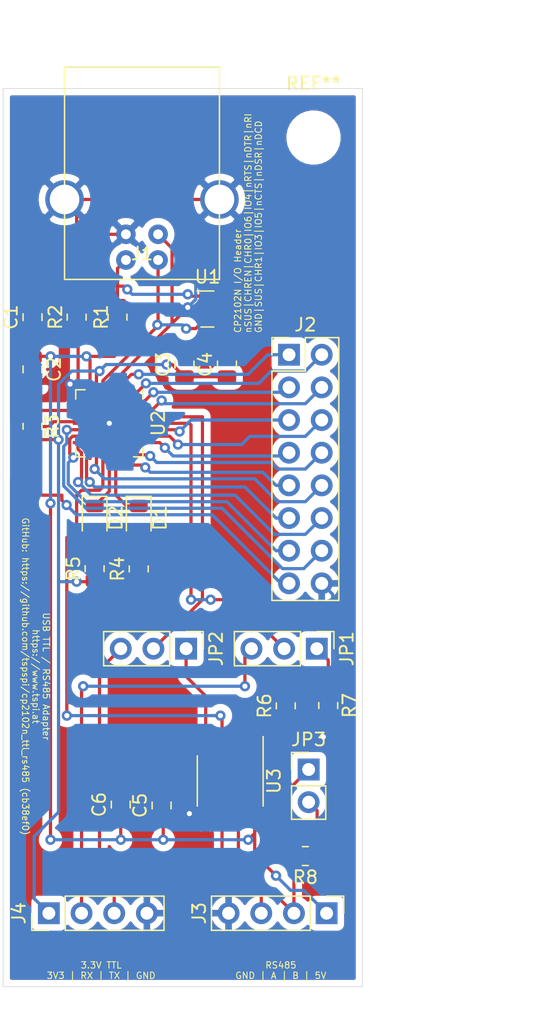
<source format=kicad_pcb>
(kicad_pcb (version 20171130) (host pcbnew "(5.1.9)-1")

  (general
    (thickness 1.6)
    (drawings 11)
    (tracks 330)
    (zones 0)
    (modules 27)
    (nets 45)
  )

  (page A4)
  (layers
    (0 F.Cu signal)
    (31 B.Cu signal)
    (32 B.Adhes user)
    (33 F.Adhes user)
    (34 B.Paste user)
    (35 F.Paste user)
    (36 B.SilkS user)
    (37 F.SilkS user)
    (38 B.Mask user)
    (39 F.Mask user)
    (40 Dwgs.User user)
    (41 Cmts.User user)
    (42 Eco1.User user)
    (43 Eco2.User user)
    (44 Edge.Cuts user)
    (45 Margin user)
    (46 B.CrtYd user)
    (47 F.CrtYd user)
    (48 B.Fab user hide)
    (49 F.Fab user)
  )

  (setup
    (last_trace_width 0.25)
    (trace_clearance 0.1)
    (zone_clearance 0.508)
    (zone_45_only no)
    (trace_min 0.2)
    (via_size 0.8)
    (via_drill 0.4)
    (via_min_size 0.4)
    (via_min_drill 0.3)
    (uvia_size 0.3)
    (uvia_drill 0.1)
    (uvias_allowed no)
    (uvia_min_size 0.2)
    (uvia_min_drill 0.1)
    (edge_width 0.05)
    (segment_width 0.2)
    (pcb_text_width 0.3)
    (pcb_text_size 1.5 1.5)
    (mod_edge_width 0.12)
    (mod_text_size 1 1)
    (mod_text_width 0.15)
    (pad_size 1.524 1.524)
    (pad_drill 0.762)
    (pad_to_mask_clearance 0)
    (aux_axis_origin 0 0)
    (visible_elements FFFFFF7F)
    (pcbplotparams
      (layerselection 0x010fc_ffffffff)
      (usegerberextensions false)
      (usegerberattributes true)
      (usegerberadvancedattributes true)
      (creategerberjobfile true)
      (excludeedgelayer true)
      (linewidth 0.100000)
      (plotframeref false)
      (viasonmask false)
      (mode 1)
      (useauxorigin false)
      (hpglpennumber 1)
      (hpglpenspeed 20)
      (hpglpendiameter 15.000000)
      (psnegative false)
      (psa4output false)
      (plotreference true)
      (plotvalue true)
      (plotinvisibletext false)
      (padsonsilk false)
      (subtractmaskfromsilk false)
      (outputformat 1)
      (mirror false)
      (drillshape 1)
      (scaleselection 1)
      (outputdirectory ""))
  )

  (net 0 "")
  (net 1 GND)
  (net 2 +5V)
  (net 3 +3V3)
  (net 4 "Net-(C5-Pad2)")
  (net 5 "Net-(D1-Pad2)")
  (net 6 "Net-(D1-Pad1)")
  (net 7 "Net-(D2-Pad2)")
  (net 8 "Net-(D2-Pad1)")
  (net 9 "Net-(J1-Pad3)")
  (net 10 "Net-(J1-Pad2)")
  (net 11 "Net-(J2-Pad15)")
  (net 12 "Net-(J2-Pad14)")
  (net 13 "Net-(J2-Pad13)")
  (net 14 "Net-(J2-Pad12)")
  (net 15 "Net-(J2-Pad11)")
  (net 16 "Net-(J2-Pad10)")
  (net 17 "Net-(J2-Pad9)")
  (net 18 "Net-(J2-Pad8)")
  (net 19 "Net-(J2-Pad7)")
  (net 20 "Net-(J2-Pad6)")
  (net 21 "Net-(J2-Pad5)")
  (net 22 "Net-(J2-Pad4)")
  (net 23 "Net-(J2-Pad3)")
  (net 24 "Net-(J2-Pad2)")
  (net 25 "Net-(J2-Pad1)")
  (net 26 "Net-(J3-Pad3)")
  (net 27 "Net-(J3-Pad2)")
  (net 28 "Net-(J4-Pad3)")
  (net 29 "Net-(J4-Pad2)")
  (net 30 "Net-(JP1-Pad2)")
  (net 31 "Net-(JP1-Pad1)")
  (net 32 "Net-(JP2-Pad2)")
  (net 33 "Net-(JP2-Pad1)")
  (net 34 "Net-(JP3-Pad2)")
  (net 35 "Net-(R1-Pad2)")
  (net 36 "Net-(R3-Pad2)")
  (net 37 "Net-(R6-Pad1)")
  (net 38 "Net-(U1-Pad10)")
  (net 39 "Net-(U1-Pad7)")
  (net 40 "Net-(U1-Pad6)")
  (net 41 "Net-(U1-Pad9)")
  (net 42 "Net-(U1-Pad2)")
  (net 43 "Net-(U2-Pad17)")
  (net 44 "Net-(U2-Pad10)")

  (net_class Default "This is the default net class."
    (clearance 0.1)
    (trace_width 0.25)
    (via_dia 0.8)
    (via_drill 0.4)
    (uvia_dia 0.3)
    (uvia_drill 0.1)
    (add_net +3V3)
    (add_net +5V)
    (add_net GND)
    (add_net "Net-(C5-Pad2)")
    (add_net "Net-(D1-Pad1)")
    (add_net "Net-(D1-Pad2)")
    (add_net "Net-(D2-Pad1)")
    (add_net "Net-(D2-Pad2)")
    (add_net "Net-(J1-Pad2)")
    (add_net "Net-(J1-Pad3)")
    (add_net "Net-(J2-Pad1)")
    (add_net "Net-(J2-Pad10)")
    (add_net "Net-(J2-Pad11)")
    (add_net "Net-(J2-Pad12)")
    (add_net "Net-(J2-Pad13)")
    (add_net "Net-(J2-Pad14)")
    (add_net "Net-(J2-Pad15)")
    (add_net "Net-(J2-Pad2)")
    (add_net "Net-(J2-Pad3)")
    (add_net "Net-(J2-Pad4)")
    (add_net "Net-(J2-Pad5)")
    (add_net "Net-(J2-Pad6)")
    (add_net "Net-(J2-Pad7)")
    (add_net "Net-(J2-Pad8)")
    (add_net "Net-(J2-Pad9)")
    (add_net "Net-(J3-Pad2)")
    (add_net "Net-(J3-Pad3)")
    (add_net "Net-(J4-Pad2)")
    (add_net "Net-(J4-Pad3)")
    (add_net "Net-(JP1-Pad1)")
    (add_net "Net-(JP1-Pad2)")
    (add_net "Net-(JP2-Pad1)")
    (add_net "Net-(JP2-Pad2)")
    (add_net "Net-(JP3-Pad2)")
    (add_net "Net-(R1-Pad2)")
    (add_net "Net-(R3-Pad2)")
    (add_net "Net-(R6-Pad1)")
    (add_net "Net-(U1-Pad10)")
    (add_net "Net-(U1-Pad2)")
    (add_net "Net-(U1-Pad6)")
    (add_net "Net-(U1-Pad7)")
    (add_net "Net-(U1-Pad9)")
    (add_net "Net-(U2-Pad10)")
    (add_net "Net-(U2-Pad17)")
  )

  (module MountingHole:MountingHole_3.2mm_M3 (layer F.Cu) (tedit 56D1B4CB) (tstamp 64462205)
    (at 105.41 31.75)
    (descr "Mounting Hole 3.2mm, no annular, M3")
    (tags "mounting hole 3.2mm no annular m3")
    (attr virtual)
    (fp_text reference REF** (at 0 -4.2) (layer F.SilkS)
      (effects (font (size 1 1) (thickness 0.15)))
    )
    (fp_text value MountingHole_3.2mm_M3 (at 0 4.2) (layer F.Fab)
      (effects (font (size 1 1) (thickness 0.15)))
    )
    (fp_text user %R (at 0.3 0) (layer F.Fab)
      (effects (font (size 1 1) (thickness 0.15)))
    )
    (fp_circle (center 0 0) (end 3.2 0) (layer Cmts.User) (width 0.15))
    (fp_circle (center 0 0) (end 3.45 0) (layer F.CrtYd) (width 0.05))
    (pad 1 np_thru_hole circle (at 0 0) (size 3.2 3.2) (drill 3.2) (layers *.Cu *.Mask))
  )

  (module Package_SO:SO-8_3.9x4.9mm_P1.27mm (layer F.Cu) (tedit 5D9F72B1) (tstamp 6445E4F6)
    (at 98.933 81.788 270)
    (descr "SO, 8 Pin (https://www.nxp.com/docs/en/data-sheet/PCF8523.pdf), generated with kicad-footprint-generator ipc_gullwing_generator.py")
    (tags "SO SO")
    (path /644717A1)
    (attr smd)
    (fp_text reference U3 (at 0 -3.4 90) (layer F.SilkS)
      (effects (font (size 1 1) (thickness 0.15)))
    )
    (fp_text value MAX485E (at 0 3.4 90) (layer F.Fab)
      (effects (font (size 1 1) (thickness 0.15)))
    )
    (fp_text user %R (at 0 0 90) (layer F.Fab)
      (effects (font (size 0.98 0.98) (thickness 0.15)))
    )
    (fp_line (start 0 2.56) (end 1.95 2.56) (layer F.SilkS) (width 0.12))
    (fp_line (start 0 2.56) (end -1.95 2.56) (layer F.SilkS) (width 0.12))
    (fp_line (start 0 -2.56) (end 1.95 -2.56) (layer F.SilkS) (width 0.12))
    (fp_line (start 0 -2.56) (end -3.45 -2.56) (layer F.SilkS) (width 0.12))
    (fp_line (start -0.975 -2.45) (end 1.95 -2.45) (layer F.Fab) (width 0.1))
    (fp_line (start 1.95 -2.45) (end 1.95 2.45) (layer F.Fab) (width 0.1))
    (fp_line (start 1.95 2.45) (end -1.95 2.45) (layer F.Fab) (width 0.1))
    (fp_line (start -1.95 2.45) (end -1.95 -1.475) (layer F.Fab) (width 0.1))
    (fp_line (start -1.95 -1.475) (end -0.975 -2.45) (layer F.Fab) (width 0.1))
    (fp_line (start -3.7 -2.7) (end -3.7 2.7) (layer F.CrtYd) (width 0.05))
    (fp_line (start -3.7 2.7) (end 3.7 2.7) (layer F.CrtYd) (width 0.05))
    (fp_line (start 3.7 2.7) (end 3.7 -2.7) (layer F.CrtYd) (width 0.05))
    (fp_line (start 3.7 -2.7) (end -3.7 -2.7) (layer F.CrtYd) (width 0.05))
    (pad 8 smd roundrect (at 2.575 -1.905 270) (size 1.75 0.6) (layers F.Cu F.Paste F.Mask) (roundrect_rratio 0.25)
      (net 2 +5V))
    (pad 7 smd roundrect (at 2.575 -0.635 270) (size 1.75 0.6) (layers F.Cu F.Paste F.Mask) (roundrect_rratio 0.25)
      (net 27 "Net-(J3-Pad2)"))
    (pad 6 smd roundrect (at 2.575 0.635 270) (size 1.75 0.6) (layers F.Cu F.Paste F.Mask) (roundrect_rratio 0.25)
      (net 26 "Net-(J3-Pad3)"))
    (pad 5 smd roundrect (at 2.575 1.905 270) (size 1.75 0.6) (layers F.Cu F.Paste F.Mask) (roundrect_rratio 0.25)
      (net 1 GND))
    (pad 4 smd roundrect (at -2.575 1.905 270) (size 1.75 0.6) (layers F.Cu F.Paste F.Mask) (roundrect_rratio 0.25)
      (net 33 "Net-(JP2-Pad1)"))
    (pad 3 smd roundrect (at -2.575 0.635 270) (size 1.75 0.6) (layers F.Cu F.Paste F.Mask) (roundrect_rratio 0.25)
      (net 43 "Net-(U2-Pad17)"))
    (pad 2 smd roundrect (at -2.575 -0.635 270) (size 1.75 0.6) (layers F.Cu F.Paste F.Mask) (roundrect_rratio 0.25)
      (net 43 "Net-(U2-Pad17)"))
    (pad 1 smd roundrect (at -2.575 -1.905 270) (size 1.75 0.6) (layers F.Cu F.Paste F.Mask) (roundrect_rratio 0.25)
      (net 37 "Net-(R6-Pad1)"))
    (model ${KISYS3DMOD}/Package_SO.3dshapes/SO-8_3.9x4.9mm_P1.27mm.wrl
      (at (xyz 0 0 0))
      (scale (xyz 1 1 1))
      (rotate (xyz 0 0 0))
    )
  )

  (module Package_DFN_QFN:QFN-28-1EP_5x5mm_P0.5mm_EP3.35x3.35mm (layer F.Cu) (tedit 5DC5F6A4) (tstamp 6445E4DC)
    (at 89.535 53.975 270)
    (descr "QFN, 28 Pin (http://ww1.microchip.com/downloads/en/PackagingSpec/00000049BQ.pdf#page=283), generated with kicad-footprint-generator ipc_noLead_generator.py")
    (tags "QFN NoLead")
    (path /64457A61)
    (attr smd)
    (fp_text reference U2 (at 0 -3.8 90) (layer F.SilkS)
      (effects (font (size 1 1) (thickness 0.15)))
    )
    (fp_text value CP2102N-A01-GQFN28 (at 0 3.8 90) (layer F.Fab)
      (effects (font (size 1 1) (thickness 0.15)))
    )
    (fp_text user %R (at 0 0 90) (layer F.Fab)
      (effects (font (size 1 1) (thickness 0.15)))
    )
    (fp_line (start 1.885 -2.61) (end 2.61 -2.61) (layer F.SilkS) (width 0.12))
    (fp_line (start 2.61 -2.61) (end 2.61 -1.885) (layer F.SilkS) (width 0.12))
    (fp_line (start -1.885 2.61) (end -2.61 2.61) (layer F.SilkS) (width 0.12))
    (fp_line (start -2.61 2.61) (end -2.61 1.885) (layer F.SilkS) (width 0.12))
    (fp_line (start 1.885 2.61) (end 2.61 2.61) (layer F.SilkS) (width 0.12))
    (fp_line (start 2.61 2.61) (end 2.61 1.885) (layer F.SilkS) (width 0.12))
    (fp_line (start -1.885 -2.61) (end -2.61 -2.61) (layer F.SilkS) (width 0.12))
    (fp_line (start -1.5 -2.5) (end 2.5 -2.5) (layer F.Fab) (width 0.1))
    (fp_line (start 2.5 -2.5) (end 2.5 2.5) (layer F.Fab) (width 0.1))
    (fp_line (start 2.5 2.5) (end -2.5 2.5) (layer F.Fab) (width 0.1))
    (fp_line (start -2.5 2.5) (end -2.5 -1.5) (layer F.Fab) (width 0.1))
    (fp_line (start -2.5 -1.5) (end -1.5 -2.5) (layer F.Fab) (width 0.1))
    (fp_line (start -3.1 -3.1) (end -3.1 3.1) (layer F.CrtYd) (width 0.05))
    (fp_line (start -3.1 3.1) (end 3.1 3.1) (layer F.CrtYd) (width 0.05))
    (fp_line (start 3.1 3.1) (end 3.1 -3.1) (layer F.CrtYd) (width 0.05))
    (fp_line (start 3.1 -3.1) (end -3.1 -3.1) (layer F.CrtYd) (width 0.05))
    (pad "" smd roundrect (at 1.12 1.12 270) (size 0.9 0.9) (layers F.Paste) (roundrect_rratio 0.25))
    (pad "" smd roundrect (at 1.12 0 270) (size 0.9 0.9) (layers F.Paste) (roundrect_rratio 0.25))
    (pad "" smd roundrect (at 1.12 -1.12 270) (size 0.9 0.9) (layers F.Paste) (roundrect_rratio 0.25))
    (pad "" smd roundrect (at 0 1.12 270) (size 0.9 0.9) (layers F.Paste) (roundrect_rratio 0.25))
    (pad "" smd roundrect (at 0 0 270) (size 0.9 0.9) (layers F.Paste) (roundrect_rratio 0.25))
    (pad "" smd roundrect (at 0 -1.12 270) (size 0.9 0.9) (layers F.Paste) (roundrect_rratio 0.25))
    (pad "" smd roundrect (at -1.12 1.12 270) (size 0.9 0.9) (layers F.Paste) (roundrect_rratio 0.25))
    (pad "" smd roundrect (at -1.12 0 270) (size 0.9 0.9) (layers F.Paste) (roundrect_rratio 0.25))
    (pad "" smd roundrect (at -1.12 -1.12 270) (size 0.9 0.9) (layers F.Paste) (roundrect_rratio 0.25))
    (pad 29 smd rect (at 0 0 270) (size 3.35 3.35) (layers F.Cu F.Mask)
      (net 1 GND))
    (pad 28 smd roundrect (at -1.5 -2.45 270) (size 0.25 0.8) (layers F.Cu F.Paste F.Mask) (roundrect_rratio 0.25)
      (net 23 "Net-(J2-Pad3)"))
    (pad 27 smd roundrect (at -1 -2.45 270) (size 0.25 0.8) (layers F.Cu F.Paste F.Mask) (roundrect_rratio 0.25)
      (net 22 "Net-(J2-Pad4)"))
    (pad 26 smd roundrect (at -0.5 -2.45 270) (size 0.25 0.8) (layers F.Cu F.Paste F.Mask) (roundrect_rratio 0.25)
      (net 32 "Net-(JP2-Pad2)"))
    (pad 25 smd roundrect (at 0 -2.45 270) (size 0.25 0.8) (layers F.Cu F.Paste F.Mask) (roundrect_rratio 0.25)
      (net 30 "Net-(JP1-Pad2)"))
    (pad 24 smd roundrect (at 0.5 -2.45 270) (size 0.25 0.8) (layers F.Cu F.Paste F.Mask) (roundrect_rratio 0.25)
      (net 21 "Net-(J2-Pad5)"))
    (pad 23 smd roundrect (at 1 -2.45 270) (size 0.25 0.8) (layers F.Cu F.Paste F.Mask) (roundrect_rratio 0.25)
      (net 20 "Net-(J2-Pad6)"))
    (pad 22 smd roundrect (at 1.5 -2.45 270) (size 0.25 0.8) (layers F.Cu F.Paste F.Mask) (roundrect_rratio 0.25)
      (net 19 "Net-(J2-Pad7)"))
    (pad 21 smd roundrect (at 2.45 -1.5 270) (size 0.8 0.25) (layers F.Cu F.Paste F.Mask) (roundrect_rratio 0.25)
      (net 18 "Net-(J2-Pad8)"))
    (pad 20 smd roundrect (at 2.45 -1 270) (size 0.8 0.25) (layers F.Cu F.Paste F.Mask) (roundrect_rratio 0.25)
      (net 17 "Net-(J2-Pad9)"))
    (pad 19 smd roundrect (at 2.45 -0.5 270) (size 0.8 0.25) (layers F.Cu F.Paste F.Mask) (roundrect_rratio 0.25)
      (net 6 "Net-(D1-Pad1)"))
    (pad 18 smd roundrect (at 2.45 0 270) (size 0.8 0.25) (layers F.Cu F.Paste F.Mask) (roundrect_rratio 0.25)
      (net 8 "Net-(D2-Pad1)"))
    (pad 17 smd roundrect (at 2.45 0.5 270) (size 0.8 0.25) (layers F.Cu F.Paste F.Mask) (roundrect_rratio 0.25)
      (net 43 "Net-(U2-Pad17)"))
    (pad 16 smd roundrect (at 2.45 1 270) (size 0.8 0.25) (layers F.Cu F.Paste F.Mask) (roundrect_rratio 0.25)
      (net 16 "Net-(J2-Pad10)"))
    (pad 15 smd roundrect (at 2.45 1.5 270) (size 0.8 0.25) (layers F.Cu F.Paste F.Mask) (roundrect_rratio 0.25)
      (net 15 "Net-(J2-Pad11)"))
    (pad 14 smd roundrect (at 1.5 2.45 270) (size 0.25 0.8) (layers F.Cu F.Paste F.Mask) (roundrect_rratio 0.25)
      (net 14 "Net-(J2-Pad12)"))
    (pad 13 smd roundrect (at 1 2.45 270) (size 0.25 0.8) (layers F.Cu F.Paste F.Mask) (roundrect_rratio 0.25)
      (net 13 "Net-(J2-Pad13)"))
    (pad 12 smd roundrect (at 0.5 2.45 270) (size 0.25 0.8) (layers F.Cu F.Paste F.Mask) (roundrect_rratio 0.25)
      (net 12 "Net-(J2-Pad14)"))
    (pad 11 smd roundrect (at 0 2.45 270) (size 0.25 0.8) (layers F.Cu F.Paste F.Mask) (roundrect_rratio 0.25)
      (net 11 "Net-(J2-Pad15)"))
    (pad 10 smd roundrect (at -0.5 2.45 270) (size 0.25 0.8) (layers F.Cu F.Paste F.Mask) (roundrect_rratio 0.25)
      (net 44 "Net-(U2-Pad10)"))
    (pad 9 smd roundrect (at -1 2.45 270) (size 0.25 0.8) (layers F.Cu F.Paste F.Mask) (roundrect_rratio 0.25)
      (net 36 "Net-(R3-Pad2)"))
    (pad 8 smd roundrect (at -1.5 2.45 270) (size 0.25 0.8) (layers F.Cu F.Paste F.Mask) (roundrect_rratio 0.25)
      (net 35 "Net-(R1-Pad2)"))
    (pad 7 smd roundrect (at -2.45 1.5 270) (size 0.8 0.25) (layers F.Cu F.Paste F.Mask) (roundrect_rratio 0.25)
      (net 2 +5V))
    (pad 6 smd roundrect (at -2.45 1 270) (size 0.8 0.25) (layers F.Cu F.Paste F.Mask) (roundrect_rratio 0.25)
      (net 3 +3V3))
    (pad 5 smd roundrect (at -2.45 0.5 270) (size 0.8 0.25) (layers F.Cu F.Paste F.Mask) (roundrect_rratio 0.25)
      (net 10 "Net-(J1-Pad2)"))
    (pad 4 smd roundrect (at -2.45 0 270) (size 0.8 0.25) (layers F.Cu F.Paste F.Mask) (roundrect_rratio 0.25)
      (net 9 "Net-(J1-Pad3)"))
    (pad 3 smd roundrect (at -2.45 -0.5 270) (size 0.8 0.25) (layers F.Cu F.Paste F.Mask) (roundrect_rratio 0.25)
      (net 1 GND))
    (pad 2 smd roundrect (at -2.45 -1 270) (size 0.8 0.25) (layers F.Cu F.Paste F.Mask) (roundrect_rratio 0.25)
      (net 25 "Net-(J2-Pad1)"))
    (pad 1 smd roundrect (at -2.45 -1.5 270) (size 0.8 0.25) (layers F.Cu F.Paste F.Mask) (roundrect_rratio 0.25)
      (net 24 "Net-(J2-Pad2)"))
    (model ${KISYS3DMOD}/Package_DFN_QFN.3dshapes/QFN-28-1EP_5x5mm_P0.5mm_EP3.35x3.35mm.wrl
      (at (xyz 0 0 0))
      (scale (xyz 1 1 1))
      (rotate (xyz 0 0 0))
    )
  )

  (module Package_SON:USON-10_2.5x1.0mm_P0.5mm (layer F.Cu) (tedit 5A02F1D8) (tstamp 6445E4A1)
    (at 97.155 45.085)
    (descr "USON-10 2.5x1.0mm_ Pitch 0.5mm http://www.ti.com/lit/ds/symlink/tpd4e02b04.pdf")
    (tags "USON-10 2.5x1.0mm Pitch 0.5mm")
    (path /6445AC4F)
    (attr smd)
    (fp_text reference U1 (at 0.01829 -2.5) (layer F.SilkS)
      (effects (font (size 1 1) (thickness 0.15)))
    )
    (fp_text value TPD4E02B04DQA (at 0.01829 2.5) (layer F.Fab)
      (effects (font (size 1 1) (thickness 0.15)))
    )
    (fp_text user %R (at 0 0 90) (layer F.Fab)
      (effects (font (size 0.55 0.55) (thickness 0.1)))
    )
    (fp_line (start -0.25 -1.25) (end -0.5 -1) (layer F.Fab) (width 0.1))
    (fp_line (start -0.91 -1.5) (end 0.91 -1.5) (layer F.CrtYd) (width 0.05))
    (fp_line (start -0.91 1.5) (end -0.91 -1.5) (layer F.CrtYd) (width 0.05))
    (fp_line (start 0.91 1.5) (end -0.91 1.5) (layer F.CrtYd) (width 0.05))
    (fp_line (start 0.91 -1.5) (end 0.91 1.5) (layer F.CrtYd) (width 0.05))
    (fp_line (start 0.5 1.4) (end -0.5 1.4) (layer F.SilkS) (width 0.12))
    (fp_line (start 0.5 -1.4) (end -0.8 -1.4) (layer F.SilkS) (width 0.12))
    (fp_line (start -0.5 1.25) (end 0.5 1.25) (layer F.Fab) (width 0.1))
    (fp_line (start -0.5 -1) (end -0.5 1.25) (layer F.Fab) (width 0.1))
    (fp_line (start 0.5 -1.25) (end -0.25 -1.25) (layer F.Fab) (width 0.1))
    (fp_line (start 0.5 -1.25) (end 0.5 1.25) (layer F.Fab) (width 0.1))
    (pad 8 smd rect (at 0.385 0 270) (size 0.4 0.55) (layers F.Cu F.Paste F.Mask)
      (net 1 GND))
    (pad 10 smd rect (at 0.385 -1 270) (size 0.3 0.55) (layers F.Cu F.Paste F.Mask)
      (net 38 "Net-(U1-Pad10)"))
    (pad 7 smd rect (at 0.385 0.5 270) (size 0.3 0.55) (layers F.Cu F.Paste F.Mask)
      (net 39 "Net-(U1-Pad7)"))
    (pad 6 smd rect (at 0.385 1 270) (size 0.3 0.55) (layers F.Cu F.Paste F.Mask)
      (net 40 "Net-(U1-Pad6)"))
    (pad 9 smd rect (at 0.385 -0.5 270) (size 0.3 0.55) (layers F.Cu F.Paste F.Mask)
      (net 41 "Net-(U1-Pad9)"))
    (pad 5 smd rect (at -0.385 1 270) (size 0.3 0.55) (layers F.Cu F.Paste F.Mask)
      (net 10 "Net-(J1-Pad2)"))
    (pad 4 smd rect (at -0.385 0.5 270) (size 0.3 0.55) (layers F.Cu F.Paste F.Mask)
      (net 9 "Net-(J1-Pad3)"))
    (pad 3 smd rect (at -0.385 0 270) (size 0.4 0.55) (layers F.Cu F.Paste F.Mask)
      (net 1 GND))
    (pad 2 smd rect (at -0.385 -0.5 270) (size 0.3 0.55) (layers F.Cu F.Paste F.Mask)
      (net 42 "Net-(U1-Pad2)"))
    (pad 1 smd rect (at -0.385 -1 270) (size 0.3 0.55) (layers F.Cu F.Paste F.Mask)
      (net 2 +5V))
    (model ${KISYS3DMOD}/Package_SON.3dshapes/USON-10_2.5x1.0mm_P0.5mm.wrl
      (at (xyz 0 0 0))
      (scale (xyz 1 1 1))
      (rotate (xyz 0 0 0))
    )
  )

  (module Resistor_SMD:R_0805_2012Metric (layer F.Cu) (tedit 5F68FEEE) (tstamp 6445E487)
    (at 104.775 87.63 180)
    (descr "Resistor SMD 0805 (2012 Metric), square (rectangular) end terminal, IPC_7351 nominal, (Body size source: IPC-SM-782 page 72, https://www.pcb-3d.com/wordpress/wp-content/uploads/ipc-sm-782a_amendment_1_and_2.pdf), generated with kicad-footprint-generator")
    (tags resistor)
    (path /644F8B57)
    (attr smd)
    (fp_text reference R8 (at 0 -1.65) (layer F.SilkS)
      (effects (font (size 1 1) (thickness 0.15)))
    )
    (fp_text value 120R (at 0 1.65) (layer F.Fab)
      (effects (font (size 1 1) (thickness 0.15)))
    )
    (fp_text user %R (at 0 0) (layer F.Fab)
      (effects (font (size 0.5 0.5) (thickness 0.08)))
    )
    (fp_line (start -1 0.625) (end -1 -0.625) (layer F.Fab) (width 0.1))
    (fp_line (start -1 -0.625) (end 1 -0.625) (layer F.Fab) (width 0.1))
    (fp_line (start 1 -0.625) (end 1 0.625) (layer F.Fab) (width 0.1))
    (fp_line (start 1 0.625) (end -1 0.625) (layer F.Fab) (width 0.1))
    (fp_line (start -0.227064 -0.735) (end 0.227064 -0.735) (layer F.SilkS) (width 0.12))
    (fp_line (start -0.227064 0.735) (end 0.227064 0.735) (layer F.SilkS) (width 0.12))
    (fp_line (start -1.68 0.95) (end -1.68 -0.95) (layer F.CrtYd) (width 0.05))
    (fp_line (start -1.68 -0.95) (end 1.68 -0.95) (layer F.CrtYd) (width 0.05))
    (fp_line (start 1.68 -0.95) (end 1.68 0.95) (layer F.CrtYd) (width 0.05))
    (fp_line (start 1.68 0.95) (end -1.68 0.95) (layer F.CrtYd) (width 0.05))
    (pad 2 smd roundrect (at 0.9125 0 180) (size 1.025 1.4) (layers F.Cu F.Paste F.Mask) (roundrect_rratio 0.243902)
      (net 27 "Net-(J3-Pad2)"))
    (pad 1 smd roundrect (at -0.9125 0 180) (size 1.025 1.4) (layers F.Cu F.Paste F.Mask) (roundrect_rratio 0.243902)
      (net 34 "Net-(JP3-Pad2)"))
    (model ${KISYS3DMOD}/Resistor_SMD.3dshapes/R_0805_2012Metric.wrl
      (at (xyz 0 0 0))
      (scale (xyz 1 1 1))
      (rotate (xyz 0 0 0))
    )
  )

  (module Resistor_SMD:R_0805_2012Metric (layer F.Cu) (tedit 5F68FEEE) (tstamp 6445E476)
    (at 106.553 75.9225 270)
    (descr "Resistor SMD 0805 (2012 Metric), square (rectangular) end terminal, IPC_7351 nominal, (Body size source: IPC-SM-782 page 72, https://www.pcb-3d.com/wordpress/wp-content/uploads/ipc-sm-782a_amendment_1_and_2.pdf), generated with kicad-footprint-generator")
    (tags resistor)
    (path /6447D0A5)
    (attr smd)
    (fp_text reference R7 (at 0 -1.65 90) (layer F.SilkS)
      (effects (font (size 1 1) (thickness 0.15)))
    )
    (fp_text value 47k (at 0 1.65 90) (layer F.Fab)
      (effects (font (size 1 1) (thickness 0.15)))
    )
    (fp_text user %R (at 0 0 90) (layer F.Fab)
      (effects (font (size 0.5 0.5) (thickness 0.08)))
    )
    (fp_line (start -1 0.625) (end -1 -0.625) (layer F.Fab) (width 0.1))
    (fp_line (start -1 -0.625) (end 1 -0.625) (layer F.Fab) (width 0.1))
    (fp_line (start 1 -0.625) (end 1 0.625) (layer F.Fab) (width 0.1))
    (fp_line (start 1 0.625) (end -1 0.625) (layer F.Fab) (width 0.1))
    (fp_line (start -0.227064 -0.735) (end 0.227064 -0.735) (layer F.SilkS) (width 0.12))
    (fp_line (start -0.227064 0.735) (end 0.227064 0.735) (layer F.SilkS) (width 0.12))
    (fp_line (start -1.68 0.95) (end -1.68 -0.95) (layer F.CrtYd) (width 0.05))
    (fp_line (start -1.68 -0.95) (end 1.68 -0.95) (layer F.CrtYd) (width 0.05))
    (fp_line (start 1.68 -0.95) (end 1.68 0.95) (layer F.CrtYd) (width 0.05))
    (fp_line (start 1.68 0.95) (end -1.68 0.95) (layer F.CrtYd) (width 0.05))
    (pad 2 smd roundrect (at 0.9125 0 270) (size 1.025 1.4) (layers F.Cu F.Paste F.Mask) (roundrect_rratio 0.243902)
      (net 1 GND))
    (pad 1 smd roundrect (at -0.9125 0 270) (size 1.025 1.4) (layers F.Cu F.Paste F.Mask) (roundrect_rratio 0.243902)
      (net 31 "Net-(JP1-Pad1)"))
    (model ${KISYS3DMOD}/Resistor_SMD.3dshapes/R_0805_2012Metric.wrl
      (at (xyz 0 0 0))
      (scale (xyz 1 1 1))
      (rotate (xyz 0 0 0))
    )
  )

  (module Resistor_SMD:R_0805_2012Metric (layer F.Cu) (tedit 5F68FEEE) (tstamp 6445E465)
    (at 103.251 75.946 90)
    (descr "Resistor SMD 0805 (2012 Metric), square (rectangular) end terminal, IPC_7351 nominal, (Body size source: IPC-SM-782 page 72, https://www.pcb-3d.com/wordpress/wp-content/uploads/ipc-sm-782a_amendment_1_and_2.pdf), generated with kicad-footprint-generator")
    (tags resistor)
    (path /6447D09F)
    (attr smd)
    (fp_text reference R6 (at 0 -1.65 90) (layer F.SilkS)
      (effects (font (size 1 1) (thickness 0.15)))
    )
    (fp_text value 24k (at 0 1.65 90) (layer F.Fab)
      (effects (font (size 1 1) (thickness 0.15)))
    )
    (fp_text user %R (at 0 0 90) (layer F.Fab)
      (effects (font (size 0.5 0.5) (thickness 0.08)))
    )
    (fp_line (start -1 0.625) (end -1 -0.625) (layer F.Fab) (width 0.1))
    (fp_line (start -1 -0.625) (end 1 -0.625) (layer F.Fab) (width 0.1))
    (fp_line (start 1 -0.625) (end 1 0.625) (layer F.Fab) (width 0.1))
    (fp_line (start 1 0.625) (end -1 0.625) (layer F.Fab) (width 0.1))
    (fp_line (start -0.227064 -0.735) (end 0.227064 -0.735) (layer F.SilkS) (width 0.12))
    (fp_line (start -0.227064 0.735) (end 0.227064 0.735) (layer F.SilkS) (width 0.12))
    (fp_line (start -1.68 0.95) (end -1.68 -0.95) (layer F.CrtYd) (width 0.05))
    (fp_line (start -1.68 -0.95) (end 1.68 -0.95) (layer F.CrtYd) (width 0.05))
    (fp_line (start 1.68 -0.95) (end 1.68 0.95) (layer F.CrtYd) (width 0.05))
    (fp_line (start 1.68 0.95) (end -1.68 0.95) (layer F.CrtYd) (width 0.05))
    (pad 2 smd roundrect (at 0.9125 0 90) (size 1.025 1.4) (layers F.Cu F.Paste F.Mask) (roundrect_rratio 0.243902)
      (net 31 "Net-(JP1-Pad1)"))
    (pad 1 smd roundrect (at -0.9125 0 90) (size 1.025 1.4) (layers F.Cu F.Paste F.Mask) (roundrect_rratio 0.243902)
      (net 37 "Net-(R6-Pad1)"))
    (model ${KISYS3DMOD}/Resistor_SMD.3dshapes/R_0805_2012Metric.wrl
      (at (xyz 0 0 0))
      (scale (xyz 1 1 1))
      (rotate (xyz 0 0 0))
    )
  )

  (module Resistor_SMD:R_0805_2012Metric (layer F.Cu) (tedit 5F68FEEE) (tstamp 6445E454)
    (at 88.392 65.278 90)
    (descr "Resistor SMD 0805 (2012 Metric), square (rectangular) end terminal, IPC_7351 nominal, (Body size source: IPC-SM-782 page 72, https://www.pcb-3d.com/wordpress/wp-content/uploads/ipc-sm-782a_amendment_1_and_2.pdf), generated with kicad-footprint-generator")
    (tags resistor)
    (path /6446AE4C)
    (attr smd)
    (fp_text reference R5 (at 0 -1.65 90) (layer F.SilkS)
      (effects (font (size 1 1) (thickness 0.15)))
    )
    (fp_text value 100R (at 0 1.65 90) (layer F.Fab)
      (effects (font (size 1 1) (thickness 0.15)))
    )
    (fp_text user %R (at 0 0 90) (layer F.Fab)
      (effects (font (size 0.5 0.5) (thickness 0.08)))
    )
    (fp_line (start -1 0.625) (end -1 -0.625) (layer F.Fab) (width 0.1))
    (fp_line (start -1 -0.625) (end 1 -0.625) (layer F.Fab) (width 0.1))
    (fp_line (start 1 -0.625) (end 1 0.625) (layer F.Fab) (width 0.1))
    (fp_line (start 1 0.625) (end -1 0.625) (layer F.Fab) (width 0.1))
    (fp_line (start -0.227064 -0.735) (end 0.227064 -0.735) (layer F.SilkS) (width 0.12))
    (fp_line (start -0.227064 0.735) (end 0.227064 0.735) (layer F.SilkS) (width 0.12))
    (fp_line (start -1.68 0.95) (end -1.68 -0.95) (layer F.CrtYd) (width 0.05))
    (fp_line (start -1.68 -0.95) (end 1.68 -0.95) (layer F.CrtYd) (width 0.05))
    (fp_line (start 1.68 -0.95) (end 1.68 0.95) (layer F.CrtYd) (width 0.05))
    (fp_line (start 1.68 0.95) (end -1.68 0.95) (layer F.CrtYd) (width 0.05))
    (pad 2 smd roundrect (at 0.9125 0 90) (size 1.025 1.4) (layers F.Cu F.Paste F.Mask) (roundrect_rratio 0.243902)
      (net 7 "Net-(D2-Pad2)"))
    (pad 1 smd roundrect (at -0.9125 0 90) (size 1.025 1.4) (layers F.Cu F.Paste F.Mask) (roundrect_rratio 0.243902)
      (net 3 +3V3))
    (model ${KISYS3DMOD}/Resistor_SMD.3dshapes/R_0805_2012Metric.wrl
      (at (xyz 0 0 0))
      (scale (xyz 1 1 1))
      (rotate (xyz 0 0 0))
    )
  )

  (module Resistor_SMD:R_0805_2012Metric (layer F.Cu) (tedit 5F68FEEE) (tstamp 6445E443)
    (at 91.821 65.3015 90)
    (descr "Resistor SMD 0805 (2012 Metric), square (rectangular) end terminal, IPC_7351 nominal, (Body size source: IPC-SM-782 page 72, https://www.pcb-3d.com/wordpress/wp-content/uploads/ipc-sm-782a_amendment_1_and_2.pdf), generated with kicad-footprint-generator")
    (tags resistor)
    (path /6446A8C1)
    (attr smd)
    (fp_text reference R4 (at 0 -1.65 90) (layer F.SilkS)
      (effects (font (size 1 1) (thickness 0.15)))
    )
    (fp_text value 100R (at 0 1.65 90) (layer F.Fab)
      (effects (font (size 1 1) (thickness 0.15)))
    )
    (fp_text user %R (at 0 0 90) (layer F.Fab)
      (effects (font (size 0.5 0.5) (thickness 0.08)))
    )
    (fp_line (start -1 0.625) (end -1 -0.625) (layer F.Fab) (width 0.1))
    (fp_line (start -1 -0.625) (end 1 -0.625) (layer F.Fab) (width 0.1))
    (fp_line (start 1 -0.625) (end 1 0.625) (layer F.Fab) (width 0.1))
    (fp_line (start 1 0.625) (end -1 0.625) (layer F.Fab) (width 0.1))
    (fp_line (start -0.227064 -0.735) (end 0.227064 -0.735) (layer F.SilkS) (width 0.12))
    (fp_line (start -0.227064 0.735) (end 0.227064 0.735) (layer F.SilkS) (width 0.12))
    (fp_line (start -1.68 0.95) (end -1.68 -0.95) (layer F.CrtYd) (width 0.05))
    (fp_line (start -1.68 -0.95) (end 1.68 -0.95) (layer F.CrtYd) (width 0.05))
    (fp_line (start 1.68 -0.95) (end 1.68 0.95) (layer F.CrtYd) (width 0.05))
    (fp_line (start 1.68 0.95) (end -1.68 0.95) (layer F.CrtYd) (width 0.05))
    (pad 2 smd roundrect (at 0.9125 0 90) (size 1.025 1.4) (layers F.Cu F.Paste F.Mask) (roundrect_rratio 0.243902)
      (net 5 "Net-(D1-Pad2)"))
    (pad 1 smd roundrect (at -0.9125 0 90) (size 1.025 1.4) (layers F.Cu F.Paste F.Mask) (roundrect_rratio 0.243902)
      (net 3 +3V3))
    (model ${KISYS3DMOD}/Resistor_SMD.3dshapes/R_0805_2012Metric.wrl
      (at (xyz 0 0 0))
      (scale (xyz 1 1 1))
      (rotate (xyz 0 0 0))
    )
  )

  (module Resistor_SMD:R_0805_2012Metric (layer F.Cu) (tedit 5F68FEEE) (tstamp 6445E432)
    (at 83.566 54.2055 90)
    (descr "Resistor SMD 0805 (2012 Metric), square (rectangular) end terminal, IPC_7351 nominal, (Body size source: IPC-SM-782 page 72, https://www.pcb-3d.com/wordpress/wp-content/uploads/ipc-sm-782a_amendment_1_and_2.pdf), generated with kicad-footprint-generator")
    (tags resistor)
    (path /64467020)
    (attr smd)
    (fp_text reference R3 (at 0 1.524 90) (layer F.SilkS)
      (effects (font (size 1 1) (thickness 0.15)))
    )
    (fp_text value 1k (at 0 1.65 90) (layer F.Fab)
      (effects (font (size 1 1) (thickness 0.15)))
    )
    (fp_text user %R (at 0 0 90) (layer F.Fab)
      (effects (font (size 0.5 0.5) (thickness 0.08)))
    )
    (fp_line (start -1 0.625) (end -1 -0.625) (layer F.Fab) (width 0.1))
    (fp_line (start -1 -0.625) (end 1 -0.625) (layer F.Fab) (width 0.1))
    (fp_line (start 1 -0.625) (end 1 0.625) (layer F.Fab) (width 0.1))
    (fp_line (start 1 0.625) (end -1 0.625) (layer F.Fab) (width 0.1))
    (fp_line (start -0.227064 -0.735) (end 0.227064 -0.735) (layer F.SilkS) (width 0.12))
    (fp_line (start -0.227064 0.735) (end 0.227064 0.735) (layer F.SilkS) (width 0.12))
    (fp_line (start -1.68 0.95) (end -1.68 -0.95) (layer F.CrtYd) (width 0.05))
    (fp_line (start -1.68 -0.95) (end 1.68 -0.95) (layer F.CrtYd) (width 0.05))
    (fp_line (start 1.68 -0.95) (end 1.68 0.95) (layer F.CrtYd) (width 0.05))
    (fp_line (start 1.68 0.95) (end -1.68 0.95) (layer F.CrtYd) (width 0.05))
    (pad 2 smd roundrect (at 0.9125 0 90) (size 1.025 1.4) (layers F.Cu F.Paste F.Mask) (roundrect_rratio 0.243902)
      (net 36 "Net-(R3-Pad2)"))
    (pad 1 smd roundrect (at -0.9125 0 90) (size 1.025 1.4) (layers F.Cu F.Paste F.Mask) (roundrect_rratio 0.243902)
      (net 3 +3V3))
    (model ${KISYS3DMOD}/Resistor_SMD.3dshapes/R_0805_2012Metric.wrl
      (at (xyz 0 0 0))
      (scale (xyz 1 1 1))
      (rotate (xyz 0 0 0))
    )
  )

  (module Resistor_SMD:R_0805_2012Metric (layer F.Cu) (tedit 5F68FEEE) (tstamp 6445E421)
    (at 86.995 45.72 90)
    (descr "Resistor SMD 0805 (2012 Metric), square (rectangular) end terminal, IPC_7351 nominal, (Body size source: IPC-SM-782 page 72, https://www.pcb-3d.com/wordpress/wp-content/uploads/ipc-sm-782a_amendment_1_and_2.pdf), generated with kicad-footprint-generator")
    (tags resistor)
    (path /6445D10F)
    (attr smd)
    (fp_text reference R2 (at 0 -1.65 90) (layer F.SilkS)
      (effects (font (size 1 1) (thickness 0.15)))
    )
    (fp_text value 47k (at 0 1.65 90) (layer F.Fab)
      (effects (font (size 1 1) (thickness 0.15)))
    )
    (fp_text user %R (at 0 0 90) (layer F.Fab)
      (effects (font (size 0.5 0.5) (thickness 0.08)))
    )
    (fp_line (start -1 0.625) (end -1 -0.625) (layer F.Fab) (width 0.1))
    (fp_line (start -1 -0.625) (end 1 -0.625) (layer F.Fab) (width 0.1))
    (fp_line (start 1 -0.625) (end 1 0.625) (layer F.Fab) (width 0.1))
    (fp_line (start 1 0.625) (end -1 0.625) (layer F.Fab) (width 0.1))
    (fp_line (start -0.227064 -0.735) (end 0.227064 -0.735) (layer F.SilkS) (width 0.12))
    (fp_line (start -0.227064 0.735) (end 0.227064 0.735) (layer F.SilkS) (width 0.12))
    (fp_line (start -1.68 0.95) (end -1.68 -0.95) (layer F.CrtYd) (width 0.05))
    (fp_line (start -1.68 -0.95) (end 1.68 -0.95) (layer F.CrtYd) (width 0.05))
    (fp_line (start 1.68 -0.95) (end 1.68 0.95) (layer F.CrtYd) (width 0.05))
    (fp_line (start 1.68 0.95) (end -1.68 0.95) (layer F.CrtYd) (width 0.05))
    (pad 2 smd roundrect (at 0.9125 0 90) (size 1.025 1.4) (layers F.Cu F.Paste F.Mask) (roundrect_rratio 0.243902)
      (net 1 GND))
    (pad 1 smd roundrect (at -0.9125 0 90) (size 1.025 1.4) (layers F.Cu F.Paste F.Mask) (roundrect_rratio 0.243902)
      (net 35 "Net-(R1-Pad2)"))
    (model ${KISYS3DMOD}/Resistor_SMD.3dshapes/R_0805_2012Metric.wrl
      (at (xyz 0 0 0))
      (scale (xyz 1 1 1))
      (rotate (xyz 0 0 0))
    )
  )

  (module Resistor_SMD:R_0805_2012Metric (layer F.Cu) (tedit 5F68FEEE) (tstamp 6445E410)
    (at 90.17 45.72 270)
    (descr "Resistor SMD 0805 (2012 Metric), square (rectangular) end terminal, IPC_7351 nominal, (Body size source: IPC-SM-782 page 72, https://www.pcb-3d.com/wordpress/wp-content/uploads/ipc-sm-782a_amendment_1_and_2.pdf), generated with kicad-footprint-generator")
    (tags resistor)
    (path /6445CE00)
    (attr smd)
    (fp_text reference R1 (at 0 1.27 90) (layer F.SilkS)
      (effects (font (size 1 1) (thickness 0.15)))
    )
    (fp_text value 24k (at 0 1.65 90) (layer F.Fab)
      (effects (font (size 1 1) (thickness 0.15)))
    )
    (fp_text user %R (at 0 0 90) (layer F.Fab)
      (effects (font (size 0.5 0.5) (thickness 0.08)))
    )
    (fp_line (start -1 0.625) (end -1 -0.625) (layer F.Fab) (width 0.1))
    (fp_line (start -1 -0.625) (end 1 -0.625) (layer F.Fab) (width 0.1))
    (fp_line (start 1 -0.625) (end 1 0.625) (layer F.Fab) (width 0.1))
    (fp_line (start 1 0.625) (end -1 0.625) (layer F.Fab) (width 0.1))
    (fp_line (start -0.227064 -0.735) (end 0.227064 -0.735) (layer F.SilkS) (width 0.12))
    (fp_line (start -0.227064 0.735) (end 0.227064 0.735) (layer F.SilkS) (width 0.12))
    (fp_line (start -1.68 0.95) (end -1.68 -0.95) (layer F.CrtYd) (width 0.05))
    (fp_line (start -1.68 -0.95) (end 1.68 -0.95) (layer F.CrtYd) (width 0.05))
    (fp_line (start 1.68 -0.95) (end 1.68 0.95) (layer F.CrtYd) (width 0.05))
    (fp_line (start 1.68 0.95) (end -1.68 0.95) (layer F.CrtYd) (width 0.05))
    (pad 2 smd roundrect (at 0.9125 0 270) (size 1.025 1.4) (layers F.Cu F.Paste F.Mask) (roundrect_rratio 0.243902)
      (net 35 "Net-(R1-Pad2)"))
    (pad 1 smd roundrect (at -0.9125 0 270) (size 1.025 1.4) (layers F.Cu F.Paste F.Mask) (roundrect_rratio 0.243902)
      (net 2 +5V))
    (model ${KISYS3DMOD}/Resistor_SMD.3dshapes/R_0805_2012Metric.wrl
      (at (xyz 0 0 0))
      (scale (xyz 1 1 1))
      (rotate (xyz 0 0 0))
    )
  )

  (module Connector_PinHeader_2.54mm:PinHeader_1x02_P2.54mm_Vertical (layer F.Cu) (tedit 59FED5CC) (tstamp 6445E3FF)
    (at 105.029 80.899)
    (descr "Through hole straight pin header, 1x02, 2.54mm pitch, single row")
    (tags "Through hole pin header THT 1x02 2.54mm single row")
    (path /644F6F3A)
    (fp_text reference JP3 (at 0 -2.33) (layer F.SilkS)
      (effects (font (size 1 1) (thickness 0.15)))
    )
    (fp_text value Termination (at 0 4.87) (layer F.Fab)
      (effects (font (size 1 1) (thickness 0.15)))
    )
    (fp_text user %R (at 0 1.27 90) (layer F.Fab)
      (effects (font (size 1 1) (thickness 0.15)))
    )
    (fp_line (start -0.635 -1.27) (end 1.27 -1.27) (layer F.Fab) (width 0.1))
    (fp_line (start 1.27 -1.27) (end 1.27 3.81) (layer F.Fab) (width 0.1))
    (fp_line (start 1.27 3.81) (end -1.27 3.81) (layer F.Fab) (width 0.1))
    (fp_line (start -1.27 3.81) (end -1.27 -0.635) (layer F.Fab) (width 0.1))
    (fp_line (start -1.27 -0.635) (end -0.635 -1.27) (layer F.Fab) (width 0.1))
    (fp_line (start -1.33 3.87) (end 1.33 3.87) (layer F.SilkS) (width 0.12))
    (fp_line (start -1.33 1.27) (end -1.33 3.87) (layer F.SilkS) (width 0.12))
    (fp_line (start 1.33 1.27) (end 1.33 3.87) (layer F.SilkS) (width 0.12))
    (fp_line (start -1.33 1.27) (end 1.33 1.27) (layer F.SilkS) (width 0.12))
    (fp_line (start -1.33 0) (end -1.33 -1.33) (layer F.SilkS) (width 0.12))
    (fp_line (start -1.33 -1.33) (end 0 -1.33) (layer F.SilkS) (width 0.12))
    (fp_line (start -1.8 -1.8) (end -1.8 4.35) (layer F.CrtYd) (width 0.05))
    (fp_line (start -1.8 4.35) (end 1.8 4.35) (layer F.CrtYd) (width 0.05))
    (fp_line (start 1.8 4.35) (end 1.8 -1.8) (layer F.CrtYd) (width 0.05))
    (fp_line (start 1.8 -1.8) (end -1.8 -1.8) (layer F.CrtYd) (width 0.05))
    (pad 2 thru_hole oval (at 0 2.54) (size 1.7 1.7) (drill 1) (layers *.Cu *.Mask)
      (net 34 "Net-(JP3-Pad2)"))
    (pad 1 thru_hole rect (at 0 0) (size 1.7 1.7) (drill 1) (layers *.Cu *.Mask)
      (net 26 "Net-(J3-Pad3)"))
    (model ${KISYS3DMOD}/Connector_PinHeader_2.54mm.3dshapes/PinHeader_1x02_P2.54mm_Vertical.wrl
      (at (xyz 0 0 0))
      (scale (xyz 1 1 1))
      (rotate (xyz 0 0 0))
    )
  )

  (module Connector_PinHeader_2.54mm:PinHeader_1x03_P2.54mm_Vertical (layer F.Cu) (tedit 59FED5CC) (tstamp 6445E3E9)
    (at 95.504 71.501 270)
    (descr "Through hole straight pin header, 1x03, 2.54mm pitch, single row")
    (tags "Through hole pin header THT 1x03 2.54mm single row")
    (path /6446EB39)
    (fp_text reference JP2 (at 0 -2.33 90) (layer F.SilkS)
      (effects (font (size 1 1) (thickness 0.15)))
    )
    (fp_text value TTL_RS485_TX (at 0 7.41 90) (layer F.Fab)
      (effects (font (size 1 1) (thickness 0.15)))
    )
    (fp_text user %R (at 0 2.54) (layer F.Fab)
      (effects (font (size 1 1) (thickness 0.15)))
    )
    (fp_line (start -0.635 -1.27) (end 1.27 -1.27) (layer F.Fab) (width 0.1))
    (fp_line (start 1.27 -1.27) (end 1.27 6.35) (layer F.Fab) (width 0.1))
    (fp_line (start 1.27 6.35) (end -1.27 6.35) (layer F.Fab) (width 0.1))
    (fp_line (start -1.27 6.35) (end -1.27 -0.635) (layer F.Fab) (width 0.1))
    (fp_line (start -1.27 -0.635) (end -0.635 -1.27) (layer F.Fab) (width 0.1))
    (fp_line (start -1.33 6.41) (end 1.33 6.41) (layer F.SilkS) (width 0.12))
    (fp_line (start -1.33 1.27) (end -1.33 6.41) (layer F.SilkS) (width 0.12))
    (fp_line (start 1.33 1.27) (end 1.33 6.41) (layer F.SilkS) (width 0.12))
    (fp_line (start -1.33 1.27) (end 1.33 1.27) (layer F.SilkS) (width 0.12))
    (fp_line (start -1.33 0) (end -1.33 -1.33) (layer F.SilkS) (width 0.12))
    (fp_line (start -1.33 -1.33) (end 0 -1.33) (layer F.SilkS) (width 0.12))
    (fp_line (start -1.8 -1.8) (end -1.8 6.85) (layer F.CrtYd) (width 0.05))
    (fp_line (start -1.8 6.85) (end 1.8 6.85) (layer F.CrtYd) (width 0.05))
    (fp_line (start 1.8 6.85) (end 1.8 -1.8) (layer F.CrtYd) (width 0.05))
    (fp_line (start 1.8 -1.8) (end -1.8 -1.8) (layer F.CrtYd) (width 0.05))
    (pad 3 thru_hole oval (at 0 5.08 270) (size 1.7 1.7) (drill 1) (layers *.Cu *.Mask)
      (net 28 "Net-(J4-Pad3)"))
    (pad 2 thru_hole oval (at 0 2.54 270) (size 1.7 1.7) (drill 1) (layers *.Cu *.Mask)
      (net 32 "Net-(JP2-Pad2)"))
    (pad 1 thru_hole rect (at 0 0 270) (size 1.7 1.7) (drill 1) (layers *.Cu *.Mask)
      (net 33 "Net-(JP2-Pad1)"))
    (model ${KISYS3DMOD}/Connector_PinHeader_2.54mm.3dshapes/PinHeader_1x03_P2.54mm_Vertical.wrl
      (at (xyz 0 0 0))
      (scale (xyz 1 1 1))
      (rotate (xyz 0 0 0))
    )
  )

  (module Connector_PinHeader_2.54mm:PinHeader_1x03_P2.54mm_Vertical (layer F.Cu) (tedit 59FED5CC) (tstamp 6445E3D2)
    (at 105.664 71.501 270)
    (descr "Through hole straight pin header, 1x03, 2.54mm pitch, single row")
    (tags "Through hole pin header THT 1x03 2.54mm single row")
    (path /6446C869)
    (fp_text reference JP1 (at 0 -2.33 90) (layer F.SilkS)
      (effects (font (size 1 1) (thickness 0.15)))
    )
    (fp_text value TTL_RS485_RX (at 0 7.41 90) (layer F.Fab)
      (effects (font (size 1 1) (thickness 0.15)))
    )
    (fp_text user %R (at 0 2.54) (layer F.Fab)
      (effects (font (size 1 1) (thickness 0.15)))
    )
    (fp_line (start -0.635 -1.27) (end 1.27 -1.27) (layer F.Fab) (width 0.1))
    (fp_line (start 1.27 -1.27) (end 1.27 6.35) (layer F.Fab) (width 0.1))
    (fp_line (start 1.27 6.35) (end -1.27 6.35) (layer F.Fab) (width 0.1))
    (fp_line (start -1.27 6.35) (end -1.27 -0.635) (layer F.Fab) (width 0.1))
    (fp_line (start -1.27 -0.635) (end -0.635 -1.27) (layer F.Fab) (width 0.1))
    (fp_line (start -1.33 6.41) (end 1.33 6.41) (layer F.SilkS) (width 0.12))
    (fp_line (start -1.33 1.27) (end -1.33 6.41) (layer F.SilkS) (width 0.12))
    (fp_line (start 1.33 1.27) (end 1.33 6.41) (layer F.SilkS) (width 0.12))
    (fp_line (start -1.33 1.27) (end 1.33 1.27) (layer F.SilkS) (width 0.12))
    (fp_line (start -1.33 0) (end -1.33 -1.33) (layer F.SilkS) (width 0.12))
    (fp_line (start -1.33 -1.33) (end 0 -1.33) (layer F.SilkS) (width 0.12))
    (fp_line (start -1.8 -1.8) (end -1.8 6.85) (layer F.CrtYd) (width 0.05))
    (fp_line (start -1.8 6.85) (end 1.8 6.85) (layer F.CrtYd) (width 0.05))
    (fp_line (start 1.8 6.85) (end 1.8 -1.8) (layer F.CrtYd) (width 0.05))
    (fp_line (start 1.8 -1.8) (end -1.8 -1.8) (layer F.CrtYd) (width 0.05))
    (pad 3 thru_hole oval (at 0 5.08 270) (size 1.7 1.7) (drill 1) (layers *.Cu *.Mask)
      (net 29 "Net-(J4-Pad2)"))
    (pad 2 thru_hole oval (at 0 2.54 270) (size 1.7 1.7) (drill 1) (layers *.Cu *.Mask)
      (net 30 "Net-(JP1-Pad2)"))
    (pad 1 thru_hole rect (at 0 0 270) (size 1.7 1.7) (drill 1) (layers *.Cu *.Mask)
      (net 31 "Net-(JP1-Pad1)"))
    (model ${KISYS3DMOD}/Connector_PinHeader_2.54mm.3dshapes/PinHeader_1x03_P2.54mm_Vertical.wrl
      (at (xyz 0 0 0))
      (scale (xyz 1 1 1))
      (rotate (xyz 0 0 0))
    )
  )

  (module Connector_PinHeader_2.54mm:PinHeader_1x04_P2.54mm_Vertical (layer F.Cu) (tedit 59FED5CC) (tstamp 6445EB23)
    (at 84.836 92.075 90)
    (descr "Through hole straight pin header, 1x04, 2.54mm pitch, single row")
    (tags "Through hole pin header THT 1x04 2.54mm single row")
    (path /64484610)
    (fp_text reference J4 (at 0 -2.33 90) (layer F.SilkS)
      (effects (font (size 1 1) (thickness 0.15)))
    )
    (fp_text value Screw_Terminal_01x04 (at 0 9.95 90) (layer F.Fab)
      (effects (font (size 1 1) (thickness 0.15)))
    )
    (fp_text user %R (at 0 3.81) (layer F.Fab)
      (effects (font (size 1 1) (thickness 0.15)))
    )
    (fp_line (start -0.635 -1.27) (end 1.27 -1.27) (layer F.Fab) (width 0.1))
    (fp_line (start 1.27 -1.27) (end 1.27 8.89) (layer F.Fab) (width 0.1))
    (fp_line (start 1.27 8.89) (end -1.27 8.89) (layer F.Fab) (width 0.1))
    (fp_line (start -1.27 8.89) (end -1.27 -0.635) (layer F.Fab) (width 0.1))
    (fp_line (start -1.27 -0.635) (end -0.635 -1.27) (layer F.Fab) (width 0.1))
    (fp_line (start -1.33 8.95) (end 1.33 8.95) (layer F.SilkS) (width 0.12))
    (fp_line (start -1.33 1.27) (end -1.33 8.95) (layer F.SilkS) (width 0.12))
    (fp_line (start 1.33 1.27) (end 1.33 8.95) (layer F.SilkS) (width 0.12))
    (fp_line (start -1.33 1.27) (end 1.33 1.27) (layer F.SilkS) (width 0.12))
    (fp_line (start -1.33 0) (end -1.33 -1.33) (layer F.SilkS) (width 0.12))
    (fp_line (start -1.33 -1.33) (end 0 -1.33) (layer F.SilkS) (width 0.12))
    (fp_line (start -1.8 -1.8) (end -1.8 9.4) (layer F.CrtYd) (width 0.05))
    (fp_line (start -1.8 9.4) (end 1.8 9.4) (layer F.CrtYd) (width 0.05))
    (fp_line (start 1.8 9.4) (end 1.8 -1.8) (layer F.CrtYd) (width 0.05))
    (fp_line (start 1.8 -1.8) (end -1.8 -1.8) (layer F.CrtYd) (width 0.05))
    (pad 4 thru_hole oval (at 0 7.62 90) (size 1.7 1.7) (drill 1) (layers *.Cu *.Mask)
      (net 1 GND))
    (pad 3 thru_hole oval (at 0 5.08 90) (size 1.7 1.7) (drill 1) (layers *.Cu *.Mask)
      (net 28 "Net-(J4-Pad3)"))
    (pad 2 thru_hole oval (at 0 2.54 90) (size 1.7 1.7) (drill 1) (layers *.Cu *.Mask)
      (net 29 "Net-(J4-Pad2)"))
    (pad 1 thru_hole rect (at 0 0 90) (size 1.7 1.7) (drill 1) (layers *.Cu *.Mask)
      (net 3 +3V3))
    (model ${KISYS3DMOD}/Connector_PinHeader_2.54mm.3dshapes/PinHeader_1x04_P2.54mm_Vertical.wrl
      (at (xyz 0 0 0))
      (scale (xyz 1 1 1))
      (rotate (xyz 0 0 0))
    )
  )

  (module Connector_PinHeader_2.54mm:PinHeader_1x04_P2.54mm_Vertical (layer F.Cu) (tedit 59FED5CC) (tstamp 6445E3A3)
    (at 106.426 92.075 270)
    (descr "Through hole straight pin header, 1x04, 2.54mm pitch, single row")
    (tags "Through hole pin header THT 1x04 2.54mm single row")
    (path /64483EC4)
    (fp_text reference J3 (at 0 9.906 90) (layer F.SilkS)
      (effects (font (size 1 1) (thickness 0.15)))
    )
    (fp_text value Screw_Terminal_01x04 (at 0 9.95 90) (layer F.Fab)
      (effects (font (size 1 1) (thickness 0.15)))
    )
    (fp_text user %R (at 0 3.81) (layer F.Fab)
      (effects (font (size 1 1) (thickness 0.15)))
    )
    (fp_line (start -0.635 -1.27) (end 1.27 -1.27) (layer F.Fab) (width 0.1))
    (fp_line (start 1.27 -1.27) (end 1.27 8.89) (layer F.Fab) (width 0.1))
    (fp_line (start 1.27 8.89) (end -1.27 8.89) (layer F.Fab) (width 0.1))
    (fp_line (start -1.27 8.89) (end -1.27 -0.635) (layer F.Fab) (width 0.1))
    (fp_line (start -1.27 -0.635) (end -0.635 -1.27) (layer F.Fab) (width 0.1))
    (fp_line (start -1.33 8.95) (end 1.33 8.95) (layer F.SilkS) (width 0.12))
    (fp_line (start -1.33 1.27) (end -1.33 8.95) (layer F.SilkS) (width 0.12))
    (fp_line (start 1.33 1.27) (end 1.33 8.95) (layer F.SilkS) (width 0.12))
    (fp_line (start -1.33 1.27) (end 1.33 1.27) (layer F.SilkS) (width 0.12))
    (fp_line (start -1.33 0) (end -1.33 -1.33) (layer F.SilkS) (width 0.12))
    (fp_line (start -1.33 -1.33) (end 0 -1.33) (layer F.SilkS) (width 0.12))
    (fp_line (start -1.8 -1.8) (end -1.8 9.4) (layer F.CrtYd) (width 0.05))
    (fp_line (start -1.8 9.4) (end 1.8 9.4) (layer F.CrtYd) (width 0.05))
    (fp_line (start 1.8 9.4) (end 1.8 -1.8) (layer F.CrtYd) (width 0.05))
    (fp_line (start 1.8 -1.8) (end -1.8 -1.8) (layer F.CrtYd) (width 0.05))
    (pad 4 thru_hole oval (at 0 7.62 270) (size 1.7 1.7) (drill 1) (layers *.Cu *.Mask)
      (net 1 GND))
    (pad 3 thru_hole oval (at 0 5.08 270) (size 1.7 1.7) (drill 1) (layers *.Cu *.Mask)
      (net 26 "Net-(J3-Pad3)"))
    (pad 2 thru_hole oval (at 0 2.54 270) (size 1.7 1.7) (drill 1) (layers *.Cu *.Mask)
      (net 27 "Net-(J3-Pad2)"))
    (pad 1 thru_hole rect (at 0 0 270) (size 1.7 1.7) (drill 1) (layers *.Cu *.Mask)
      (net 2 +5V))
    (model ${KISYS3DMOD}/Connector_PinHeader_2.54mm.3dshapes/PinHeader_1x04_P2.54mm_Vertical.wrl
      (at (xyz 0 0 0))
      (scale (xyz 1 1 1))
      (rotate (xyz 0 0 0))
    )
  )

  (module Connector_PinHeader_2.54mm:PinHeader_2x08_P2.54mm_Vertical (layer F.Cu) (tedit 59FED5CC) (tstamp 6445E38B)
    (at 103.505 48.641)
    (descr "Through hole straight pin header, 2x08, 2.54mm pitch, double rows")
    (tags "Through hole pin header THT 2x08 2.54mm double row")
    (path /644A7E60)
    (fp_text reference J2 (at 1.27 -2.33) (layer F.SilkS)
      (effects (font (size 1 1) (thickness 0.15)))
    )
    (fp_text value Conn_02x08_Counter_Clockwise (at 1.27 20.11) (layer F.Fab)
      (effects (font (size 1 1) (thickness 0.15)))
    )
    (fp_text user %R (at 1.27 8.89 90) (layer F.Fab)
      (effects (font (size 1 1) (thickness 0.15)))
    )
    (fp_line (start 0 -1.27) (end 3.81 -1.27) (layer F.Fab) (width 0.1))
    (fp_line (start 3.81 -1.27) (end 3.81 19.05) (layer F.Fab) (width 0.1))
    (fp_line (start 3.81 19.05) (end -1.27 19.05) (layer F.Fab) (width 0.1))
    (fp_line (start -1.27 19.05) (end -1.27 0) (layer F.Fab) (width 0.1))
    (fp_line (start -1.27 0) (end 0 -1.27) (layer F.Fab) (width 0.1))
    (fp_line (start -1.33 19.11) (end 3.87 19.11) (layer F.SilkS) (width 0.12))
    (fp_line (start -1.33 1.27) (end -1.33 19.11) (layer F.SilkS) (width 0.12))
    (fp_line (start 3.87 -1.33) (end 3.87 19.11) (layer F.SilkS) (width 0.12))
    (fp_line (start -1.33 1.27) (end 1.27 1.27) (layer F.SilkS) (width 0.12))
    (fp_line (start 1.27 1.27) (end 1.27 -1.33) (layer F.SilkS) (width 0.12))
    (fp_line (start 1.27 -1.33) (end 3.87 -1.33) (layer F.SilkS) (width 0.12))
    (fp_line (start -1.33 0) (end -1.33 -1.33) (layer F.SilkS) (width 0.12))
    (fp_line (start -1.33 -1.33) (end 0 -1.33) (layer F.SilkS) (width 0.12))
    (fp_line (start -1.8 -1.8) (end -1.8 19.55) (layer F.CrtYd) (width 0.05))
    (fp_line (start -1.8 19.55) (end 4.35 19.55) (layer F.CrtYd) (width 0.05))
    (fp_line (start 4.35 19.55) (end 4.35 -1.8) (layer F.CrtYd) (width 0.05))
    (fp_line (start 4.35 -1.8) (end -1.8 -1.8) (layer F.CrtYd) (width 0.05))
    (pad 16 thru_hole oval (at 2.54 17.78) (size 1.7 1.7) (drill 1) (layers *.Cu *.Mask)
      (net 1 GND))
    (pad 15 thru_hole oval (at 0 17.78) (size 1.7 1.7) (drill 1) (layers *.Cu *.Mask)
      (net 11 "Net-(J2-Pad15)"))
    (pad 14 thru_hole oval (at 2.54 15.24) (size 1.7 1.7) (drill 1) (layers *.Cu *.Mask)
      (net 12 "Net-(J2-Pad14)"))
    (pad 13 thru_hole oval (at 0 15.24) (size 1.7 1.7) (drill 1) (layers *.Cu *.Mask)
      (net 13 "Net-(J2-Pad13)"))
    (pad 12 thru_hole oval (at 2.54 12.7) (size 1.7 1.7) (drill 1) (layers *.Cu *.Mask)
      (net 14 "Net-(J2-Pad12)"))
    (pad 11 thru_hole oval (at 0 12.7) (size 1.7 1.7) (drill 1) (layers *.Cu *.Mask)
      (net 15 "Net-(J2-Pad11)"))
    (pad 10 thru_hole oval (at 2.54 10.16) (size 1.7 1.7) (drill 1) (layers *.Cu *.Mask)
      (net 16 "Net-(J2-Pad10)"))
    (pad 9 thru_hole oval (at 0 10.16) (size 1.7 1.7) (drill 1) (layers *.Cu *.Mask)
      (net 17 "Net-(J2-Pad9)"))
    (pad 8 thru_hole oval (at 2.54 7.62) (size 1.7 1.7) (drill 1) (layers *.Cu *.Mask)
      (net 18 "Net-(J2-Pad8)"))
    (pad 7 thru_hole oval (at 0 7.62) (size 1.7 1.7) (drill 1) (layers *.Cu *.Mask)
      (net 19 "Net-(J2-Pad7)"))
    (pad 6 thru_hole oval (at 2.54 5.08) (size 1.7 1.7) (drill 1) (layers *.Cu *.Mask)
      (net 20 "Net-(J2-Pad6)"))
    (pad 5 thru_hole oval (at 0 5.08) (size 1.7 1.7) (drill 1) (layers *.Cu *.Mask)
      (net 21 "Net-(J2-Pad5)"))
    (pad 4 thru_hole oval (at 2.54 2.54) (size 1.7 1.7) (drill 1) (layers *.Cu *.Mask)
      (net 22 "Net-(J2-Pad4)"))
    (pad 3 thru_hole oval (at 0 2.54) (size 1.7 1.7) (drill 1) (layers *.Cu *.Mask)
      (net 23 "Net-(J2-Pad3)"))
    (pad 2 thru_hole oval (at 2.54 0) (size 1.7 1.7) (drill 1) (layers *.Cu *.Mask)
      (net 24 "Net-(J2-Pad2)"))
    (pad 1 thru_hole rect (at 0 0) (size 1.7 1.7) (drill 1) (layers *.Cu *.Mask)
      (net 25 "Net-(J2-Pad1)"))
    (model ${KISYS3DMOD}/Connector_PinHeader_2.54mm.3dshapes/PinHeader_2x08_P2.54mm_Vertical.wrl
      (at (xyz 0 0 0))
      (scale (xyz 1 1 1))
      (rotate (xyz 0 0 0))
    )
  )

  (module cp2102rs485_localfootprints:Wurth61400416121 (layer F.Cu) (tedit 644583C4) (tstamp 6445E365)
    (at 92.075 41.275 180)
    (path /644599C7)
    (fp_text reference J1 (at 0 0.5) (layer F.SilkS)
      (effects (font (size 1 1) (thickness 0.15)))
    )
    (fp_text value USB_B (at 0 -0.5) (layer F.Fab)
      (effects (font (size 1 1) (thickness 0.15)))
    )
    (fp_line (start -6.02 -1.51) (end 6.02 -1.51) (layer F.SilkS) (width 0.12))
    (fp_line (start 6.02 -1.51) (end 6.02 15) (layer F.SilkS) (width 0.12))
    (fp_line (start -6.02 -1.51) (end -6.02 15) (layer F.SilkS) (width 0.12))
    (fp_line (start -6.02 15) (end 6.02 15) (layer F.SilkS) (width 0.12))
    (pad 5 thru_hole circle (at 6.02 4.71 180) (size 3 3) (drill 2.3) (layers *.Cu *.Mask)
      (net 1 GND))
    (pad 5 thru_hole circle (at -6.02 4.71 180) (size 3 3) (drill 2.3) (layers *.Cu *.Mask)
      (net 1 GND))
    (pad 4 thru_hole circle (at 1.25 2 180) (size 1.524 1.524) (drill 0.762) (layers *.Cu *.Mask)
      (net 1 GND))
    (pad 3 thru_hole circle (at -1.25 2 180) (size 1.524 1.524) (drill 0.762) (layers *.Cu *.Mask)
      (net 9 "Net-(J1-Pad3)"))
    (pad 2 thru_hole circle (at -1.25 0 180) (size 1.524 1.524) (drill 0.762) (layers *.Cu *.Mask)
      (net 10 "Net-(J1-Pad2)"))
    (pad 1 thru_hole circle (at 1.25 0 180) (size 1.524 1.524) (drill 0.762) (layers *.Cu *.Mask)
      (net 2 +5V))
  )

  (module LED_SMD:LED_0805_2012Metric (layer F.Cu) (tedit 5F68FEF1) (tstamp 6445E357)
    (at 88.392 61.341 270)
    (descr "LED SMD 0805 (2012 Metric), square (rectangular) end terminal, IPC_7351 nominal, (Body size source: https://docs.google.com/spreadsheets/d/1BsfQQcO9C6DZCsRaXUlFlo91Tg2WpOkGARC1WS5S8t0/edit?usp=sharing), generated with kicad-footprint-generator")
    (tags LED)
    (path /6446945E)
    (attr smd)
    (fp_text reference D2 (at 0 -1.65 90) (layer F.SilkS)
      (effects (font (size 1 1) (thickness 0.15)))
    )
    (fp_text value LED_RX (at 0 1.65 90) (layer F.Fab)
      (effects (font (size 1 1) (thickness 0.15)))
    )
    (fp_text user %R (at 0 0 90) (layer F.Fab)
      (effects (font (size 0.5 0.5) (thickness 0.08)))
    )
    (fp_line (start 1 -0.6) (end -0.7 -0.6) (layer F.Fab) (width 0.1))
    (fp_line (start -0.7 -0.6) (end -1 -0.3) (layer F.Fab) (width 0.1))
    (fp_line (start -1 -0.3) (end -1 0.6) (layer F.Fab) (width 0.1))
    (fp_line (start -1 0.6) (end 1 0.6) (layer F.Fab) (width 0.1))
    (fp_line (start 1 0.6) (end 1 -0.6) (layer F.Fab) (width 0.1))
    (fp_line (start 1 -0.96) (end -1.685 -0.96) (layer F.SilkS) (width 0.12))
    (fp_line (start -1.685 -0.96) (end -1.685 0.96) (layer F.SilkS) (width 0.12))
    (fp_line (start -1.685 0.96) (end 1 0.96) (layer F.SilkS) (width 0.12))
    (fp_line (start -1.68 0.95) (end -1.68 -0.95) (layer F.CrtYd) (width 0.05))
    (fp_line (start -1.68 -0.95) (end 1.68 -0.95) (layer F.CrtYd) (width 0.05))
    (fp_line (start 1.68 -0.95) (end 1.68 0.95) (layer F.CrtYd) (width 0.05))
    (fp_line (start 1.68 0.95) (end -1.68 0.95) (layer F.CrtYd) (width 0.05))
    (pad 2 smd roundrect (at 0.9375 0 270) (size 0.975 1.4) (layers F.Cu F.Paste F.Mask) (roundrect_rratio 0.25)
      (net 7 "Net-(D2-Pad2)"))
    (pad 1 smd roundrect (at -0.9375 0 270) (size 0.975 1.4) (layers F.Cu F.Paste F.Mask) (roundrect_rratio 0.25)
      (net 8 "Net-(D2-Pad1)"))
    (model ${KISYS3DMOD}/LED_SMD.3dshapes/LED_0805_2012Metric.wrl
      (at (xyz 0 0 0))
      (scale (xyz 1 1 1))
      (rotate (xyz 0 0 0))
    )
  )

  (module LED_SMD:LED_0805_2012Metric (layer F.Cu) (tedit 5F68FEF1) (tstamp 6445E344)
    (at 91.821 61.341 270)
    (descr "LED SMD 0805 (2012 Metric), square (rectangular) end terminal, IPC_7351 nominal, (Body size source: https://docs.google.com/spreadsheets/d/1BsfQQcO9C6DZCsRaXUlFlo91Tg2WpOkGARC1WS5S8t0/edit?usp=sharing), generated with kicad-footprint-generator")
    (tags LED)
    (path /6446880D)
    (attr smd)
    (fp_text reference D1 (at 0 -1.65 90) (layer F.SilkS)
      (effects (font (size 1 1) (thickness 0.15)))
    )
    (fp_text value LED_TX (at 0 1.65 90) (layer F.Fab)
      (effects (font (size 1 1) (thickness 0.15)))
    )
    (fp_text user %R (at 0 0 90) (layer F.Fab)
      (effects (font (size 0.5 0.5) (thickness 0.08)))
    )
    (fp_line (start 1 -0.6) (end -0.7 -0.6) (layer F.Fab) (width 0.1))
    (fp_line (start -0.7 -0.6) (end -1 -0.3) (layer F.Fab) (width 0.1))
    (fp_line (start -1 -0.3) (end -1 0.6) (layer F.Fab) (width 0.1))
    (fp_line (start -1 0.6) (end 1 0.6) (layer F.Fab) (width 0.1))
    (fp_line (start 1 0.6) (end 1 -0.6) (layer F.Fab) (width 0.1))
    (fp_line (start 1 -0.96) (end -1.685 -0.96) (layer F.SilkS) (width 0.12))
    (fp_line (start -1.685 -0.96) (end -1.685 0.96) (layer F.SilkS) (width 0.12))
    (fp_line (start -1.685 0.96) (end 1 0.96) (layer F.SilkS) (width 0.12))
    (fp_line (start -1.68 0.95) (end -1.68 -0.95) (layer F.CrtYd) (width 0.05))
    (fp_line (start -1.68 -0.95) (end 1.68 -0.95) (layer F.CrtYd) (width 0.05))
    (fp_line (start 1.68 -0.95) (end 1.68 0.95) (layer F.CrtYd) (width 0.05))
    (fp_line (start 1.68 0.95) (end -1.68 0.95) (layer F.CrtYd) (width 0.05))
    (pad 2 smd roundrect (at 0.9375 0 270) (size 0.975 1.4) (layers F.Cu F.Paste F.Mask) (roundrect_rratio 0.25)
      (net 5 "Net-(D1-Pad2)"))
    (pad 1 smd roundrect (at -0.9375 0 270) (size 0.975 1.4) (layers F.Cu F.Paste F.Mask) (roundrect_rratio 0.25)
      (net 6 "Net-(D1-Pad1)"))
    (model ${KISYS3DMOD}/LED_SMD.3dshapes/LED_0805_2012Metric.wrl
      (at (xyz 0 0 0))
      (scale (xyz 1 1 1))
      (rotate (xyz 0 0 0))
    )
  )

  (module Capacitor_SMD:C_0805_2012Metric (layer F.Cu) (tedit 5F68FEEE) (tstamp 6445E331)
    (at 90.424 83.627 90)
    (descr "Capacitor SMD 0805 (2012 Metric), square (rectangular) end terminal, IPC_7351 nominal, (Body size source: IPC-SM-782 page 76, https://www.pcb-3d.com/wordpress/wp-content/uploads/ipc-sm-782a_amendment_1_and_2.pdf, https://docs.google.com/spreadsheets/d/1BsfQQcO9C6DZCsRaXUlFlo91Tg2WpOkGARC1WS5S8t0/edit?usp=sharing), generated with kicad-footprint-generator")
    (tags capacitor)
    (path /644DA2B4)
    (attr smd)
    (fp_text reference C6 (at 0 -1.68 90) (layer F.SilkS)
      (effects (font (size 1 1) (thickness 0.15)))
    )
    (fp_text value 100nF (at 0 1.68 90) (layer F.Fab)
      (effects (font (size 1 1) (thickness 0.15)))
    )
    (fp_text user %R (at 0 0 90) (layer F.Fab)
      (effects (font (size 0.5 0.5) (thickness 0.08)))
    )
    (fp_line (start -1 0.625) (end -1 -0.625) (layer F.Fab) (width 0.1))
    (fp_line (start -1 -0.625) (end 1 -0.625) (layer F.Fab) (width 0.1))
    (fp_line (start 1 -0.625) (end 1 0.625) (layer F.Fab) (width 0.1))
    (fp_line (start 1 0.625) (end -1 0.625) (layer F.Fab) (width 0.1))
    (fp_line (start -0.261252 -0.735) (end 0.261252 -0.735) (layer F.SilkS) (width 0.12))
    (fp_line (start -0.261252 0.735) (end 0.261252 0.735) (layer F.SilkS) (width 0.12))
    (fp_line (start -1.7 0.98) (end -1.7 -0.98) (layer F.CrtYd) (width 0.05))
    (fp_line (start -1.7 -0.98) (end 1.7 -0.98) (layer F.CrtYd) (width 0.05))
    (fp_line (start 1.7 -0.98) (end 1.7 0.98) (layer F.CrtYd) (width 0.05))
    (fp_line (start 1.7 0.98) (end -1.7 0.98) (layer F.CrtYd) (width 0.05))
    (pad 2 smd roundrect (at 0.95 0 90) (size 1 1.45) (layers F.Cu F.Paste F.Mask) (roundrect_rratio 0.25)
      (net 4 "Net-(C5-Pad2)"))
    (pad 1 smd roundrect (at -0.95 0 90) (size 1 1.45) (layers F.Cu F.Paste F.Mask) (roundrect_rratio 0.25)
      (net 2 +5V))
    (model ${KISYS3DMOD}/Capacitor_SMD.3dshapes/C_0805_2012Metric.wrl
      (at (xyz 0 0 0))
      (scale (xyz 1 1 1))
      (rotate (xyz 0 0 0))
    )
  )

  (module Capacitor_SMD:C_0805_2012Metric (layer F.Cu) (tedit 5F68FEEE) (tstamp 6445E320)
    (at 93.599 83.693 90)
    (descr "Capacitor SMD 0805 (2012 Metric), square (rectangular) end terminal, IPC_7351 nominal, (Body size source: IPC-SM-782 page 76, https://www.pcb-3d.com/wordpress/wp-content/uploads/ipc-sm-782a_amendment_1_and_2.pdf, https://docs.google.com/spreadsheets/d/1BsfQQcO9C6DZCsRaXUlFlo91Tg2WpOkGARC1WS5S8t0/edit?usp=sharing), generated with kicad-footprint-generator")
    (tags capacitor)
    (path /644DA2AE)
    (attr smd)
    (fp_text reference C5 (at 0 -1.68 90) (layer F.SilkS)
      (effects (font (size 1 1) (thickness 0.15)))
    )
    (fp_text value 1uF (at 0 1.68 90) (layer F.Fab)
      (effects (font (size 1 1) (thickness 0.15)))
    )
    (fp_text user %R (at 0 0 90) (layer F.Fab)
      (effects (font (size 0.5 0.5) (thickness 0.08)))
    )
    (fp_line (start -1 0.625) (end -1 -0.625) (layer F.Fab) (width 0.1))
    (fp_line (start -1 -0.625) (end 1 -0.625) (layer F.Fab) (width 0.1))
    (fp_line (start 1 -0.625) (end 1 0.625) (layer F.Fab) (width 0.1))
    (fp_line (start 1 0.625) (end -1 0.625) (layer F.Fab) (width 0.1))
    (fp_line (start -0.261252 -0.735) (end 0.261252 -0.735) (layer F.SilkS) (width 0.12))
    (fp_line (start -0.261252 0.735) (end 0.261252 0.735) (layer F.SilkS) (width 0.12))
    (fp_line (start -1.7 0.98) (end -1.7 -0.98) (layer F.CrtYd) (width 0.05))
    (fp_line (start -1.7 -0.98) (end 1.7 -0.98) (layer F.CrtYd) (width 0.05))
    (fp_line (start 1.7 -0.98) (end 1.7 0.98) (layer F.CrtYd) (width 0.05))
    (fp_line (start 1.7 0.98) (end -1.7 0.98) (layer F.CrtYd) (width 0.05))
    (pad 2 smd roundrect (at 0.95 0 90) (size 1 1.45) (layers F.Cu F.Paste F.Mask) (roundrect_rratio 0.25)
      (net 4 "Net-(C5-Pad2)"))
    (pad 1 smd roundrect (at -0.95 0 90) (size 1 1.45) (layers F.Cu F.Paste F.Mask) (roundrect_rratio 0.25)
      (net 2 +5V))
    (model ${KISYS3DMOD}/Capacitor_SMD.3dshapes/C_0805_2012Metric.wrl
      (at (xyz 0 0 0))
      (scale (xyz 1 1 1))
      (rotate (xyz 0 0 0))
    )
  )

  (module Capacitor_SMD:C_0805_2012Metric (layer F.Cu) (tedit 5F68FEEE) (tstamp 6445E30F)
    (at 98.679 49.403 90)
    (descr "Capacitor SMD 0805 (2012 Metric), square (rectangular) end terminal, IPC_7351 nominal, (Body size source: IPC-SM-782 page 76, https://www.pcb-3d.com/wordpress/wp-content/uploads/ipc-sm-782a_amendment_1_and_2.pdf, https://docs.google.com/spreadsheets/d/1BsfQQcO9C6DZCsRaXUlFlo91Tg2WpOkGARC1WS5S8t0/edit?usp=sharing), generated with kicad-footprint-generator")
    (tags capacitor)
    (path /6446195E)
    (attr smd)
    (fp_text reference C4 (at 0 -1.68 90) (layer F.SilkS)
      (effects (font (size 1 1) (thickness 0.15)))
    )
    (fp_text value 100nF (at 0 1.68 90) (layer F.Fab)
      (effects (font (size 1 1) (thickness 0.15)))
    )
    (fp_text user %R (at 0 0 90) (layer F.Fab)
      (effects (font (size 0.5 0.5) (thickness 0.08)))
    )
    (fp_line (start -1 0.625) (end -1 -0.625) (layer F.Fab) (width 0.1))
    (fp_line (start -1 -0.625) (end 1 -0.625) (layer F.Fab) (width 0.1))
    (fp_line (start 1 -0.625) (end 1 0.625) (layer F.Fab) (width 0.1))
    (fp_line (start 1 0.625) (end -1 0.625) (layer F.Fab) (width 0.1))
    (fp_line (start -0.261252 -0.735) (end 0.261252 -0.735) (layer F.SilkS) (width 0.12))
    (fp_line (start -0.261252 0.735) (end 0.261252 0.735) (layer F.SilkS) (width 0.12))
    (fp_line (start -1.7 0.98) (end -1.7 -0.98) (layer F.CrtYd) (width 0.05))
    (fp_line (start -1.7 -0.98) (end 1.7 -0.98) (layer F.CrtYd) (width 0.05))
    (fp_line (start 1.7 -0.98) (end 1.7 0.98) (layer F.CrtYd) (width 0.05))
    (fp_line (start 1.7 0.98) (end -1.7 0.98) (layer F.CrtYd) (width 0.05))
    (pad 2 smd roundrect (at 0.95 0 90) (size 1 1.45) (layers F.Cu F.Paste F.Mask) (roundrect_rratio 0.25)
      (net 1 GND))
    (pad 1 smd roundrect (at -0.95 0 90) (size 1 1.45) (layers F.Cu F.Paste F.Mask) (roundrect_rratio 0.25)
      (net 3 +3V3))
    (model ${KISYS3DMOD}/Capacitor_SMD.3dshapes/C_0805_2012Metric.wrl
      (at (xyz 0 0 0))
      (scale (xyz 1 1 1))
      (rotate (xyz 0 0 0))
    )
  )

  (module Capacitor_SMD:C_0805_2012Metric (layer F.Cu) (tedit 5F68FEEE) (tstamp 64460541)
    (at 95.377 49.403 90)
    (descr "Capacitor SMD 0805 (2012 Metric), square (rectangular) end terminal, IPC_7351 nominal, (Body size source: IPC-SM-782 page 76, https://www.pcb-3d.com/wordpress/wp-content/uploads/ipc-sm-782a_amendment_1_and_2.pdf, https://docs.google.com/spreadsheets/d/1BsfQQcO9C6DZCsRaXUlFlo91Tg2WpOkGARC1WS5S8t0/edit?usp=sharing), generated with kicad-footprint-generator")
    (tags capacitor)
    (path /64461958)
    (attr smd)
    (fp_text reference C3 (at 0 -1.68 90) (layer F.SilkS)
      (effects (font (size 1 1) (thickness 0.15)))
    )
    (fp_text value 1uF (at 0 1.68 90) (layer F.Fab)
      (effects (font (size 1 1) (thickness 0.15)))
    )
    (fp_text user %R (at 0 0 90) (layer F.Fab)
      (effects (font (size 0.5 0.5) (thickness 0.08)))
    )
    (fp_line (start -1 0.625) (end -1 -0.625) (layer F.Fab) (width 0.1))
    (fp_line (start -1 -0.625) (end 1 -0.625) (layer F.Fab) (width 0.1))
    (fp_line (start 1 -0.625) (end 1 0.625) (layer F.Fab) (width 0.1))
    (fp_line (start 1 0.625) (end -1 0.625) (layer F.Fab) (width 0.1))
    (fp_line (start -0.261252 -0.735) (end 0.261252 -0.735) (layer F.SilkS) (width 0.12))
    (fp_line (start -0.261252 0.735) (end 0.261252 0.735) (layer F.SilkS) (width 0.12))
    (fp_line (start -1.7 0.98) (end -1.7 -0.98) (layer F.CrtYd) (width 0.05))
    (fp_line (start -1.7 -0.98) (end 1.7 -0.98) (layer F.CrtYd) (width 0.05))
    (fp_line (start 1.7 -0.98) (end 1.7 0.98) (layer F.CrtYd) (width 0.05))
    (fp_line (start 1.7 0.98) (end -1.7 0.98) (layer F.CrtYd) (width 0.05))
    (pad 2 smd roundrect (at 0.95 0 90) (size 1 1.45) (layers F.Cu F.Paste F.Mask) (roundrect_rratio 0.25)
      (net 1 GND))
    (pad 1 smd roundrect (at -0.95 0 90) (size 1 1.45) (layers F.Cu F.Paste F.Mask) (roundrect_rratio 0.25)
      (net 3 +3V3))
    (model ${KISYS3DMOD}/Capacitor_SMD.3dshapes/C_0805_2012Metric.wrl
      (at (xyz 0 0 0))
      (scale (xyz 1 1 1))
      (rotate (xyz 0 0 0))
    )
  )

  (module Capacitor_SMD:C_0805_2012Metric (layer F.Cu) (tedit 5F68FEEE) (tstamp 6445E2ED)
    (at 83.566 49.784 270)
    (descr "Capacitor SMD 0805 (2012 Metric), square (rectangular) end terminal, IPC_7351 nominal, (Body size source: IPC-SM-782 page 76, https://www.pcb-3d.com/wordpress/wp-content/uploads/ipc-sm-782a_amendment_1_and_2.pdf, https://docs.google.com/spreadsheets/d/1BsfQQcO9C6DZCsRaXUlFlo91Tg2WpOkGARC1WS5S8t0/edit?usp=sharing), generated with kicad-footprint-generator")
    (tags capacitor)
    (path /6445F95A)
    (attr smd)
    (fp_text reference C2 (at 0 -1.68 90) (layer F.SilkS)
      (effects (font (size 1 1) (thickness 0.15)))
    )
    (fp_text value 100nF (at 0 1.68 90) (layer F.Fab)
      (effects (font (size 1 1) (thickness 0.15)))
    )
    (fp_text user %R (at 0 0 90) (layer F.Fab)
      (effects (font (size 0.5 0.5) (thickness 0.08)))
    )
    (fp_line (start -1 0.625) (end -1 -0.625) (layer F.Fab) (width 0.1))
    (fp_line (start -1 -0.625) (end 1 -0.625) (layer F.Fab) (width 0.1))
    (fp_line (start 1 -0.625) (end 1 0.625) (layer F.Fab) (width 0.1))
    (fp_line (start 1 0.625) (end -1 0.625) (layer F.Fab) (width 0.1))
    (fp_line (start -0.261252 -0.735) (end 0.261252 -0.735) (layer F.SilkS) (width 0.12))
    (fp_line (start -0.261252 0.735) (end 0.261252 0.735) (layer F.SilkS) (width 0.12))
    (fp_line (start -1.7 0.98) (end -1.7 -0.98) (layer F.CrtYd) (width 0.05))
    (fp_line (start -1.7 -0.98) (end 1.7 -0.98) (layer F.CrtYd) (width 0.05))
    (fp_line (start 1.7 -0.98) (end 1.7 0.98) (layer F.CrtYd) (width 0.05))
    (fp_line (start 1.7 0.98) (end -1.7 0.98) (layer F.CrtYd) (width 0.05))
    (pad 2 smd roundrect (at 0.95 0 270) (size 1 1.45) (layers F.Cu F.Paste F.Mask) (roundrect_rratio 0.25)
      (net 1 GND))
    (pad 1 smd roundrect (at -0.95 0 270) (size 1 1.45) (layers F.Cu F.Paste F.Mask) (roundrect_rratio 0.25)
      (net 2 +5V))
    (model ${KISYS3DMOD}/Capacitor_SMD.3dshapes/C_0805_2012Metric.wrl
      (at (xyz 0 0 0))
      (scale (xyz 1 1 1))
      (rotate (xyz 0 0 0))
    )
  )

  (module Capacitor_SMD:C_0805_2012Metric (layer F.Cu) (tedit 5F68FEEE) (tstamp 6445E2DC)
    (at 83.566 45.72 90)
    (descr "Capacitor SMD 0805 (2012 Metric), square (rectangular) end terminal, IPC_7351 nominal, (Body size source: IPC-SM-782 page 76, https://www.pcb-3d.com/wordpress/wp-content/uploads/ipc-sm-782a_amendment_1_and_2.pdf, https://docs.google.com/spreadsheets/d/1BsfQQcO9C6DZCsRaXUlFlo91Tg2WpOkGARC1WS5S8t0/edit?usp=sharing), generated with kicad-footprint-generator")
    (tags capacitor)
    (path /6445F115)
    (attr smd)
    (fp_text reference C1 (at 0 -1.68 90) (layer F.SilkS)
      (effects (font (size 1 1) (thickness 0.15)))
    )
    (fp_text value 1uF (at 0 1.68 90) (layer F.Fab)
      (effects (font (size 1 1) (thickness 0.15)))
    )
    (fp_text user %R (at 0 0 90) (layer F.Fab)
      (effects (font (size 0.5 0.5) (thickness 0.08)))
    )
    (fp_line (start -1 0.625) (end -1 -0.625) (layer F.Fab) (width 0.1))
    (fp_line (start -1 -0.625) (end 1 -0.625) (layer F.Fab) (width 0.1))
    (fp_line (start 1 -0.625) (end 1 0.625) (layer F.Fab) (width 0.1))
    (fp_line (start 1 0.625) (end -1 0.625) (layer F.Fab) (width 0.1))
    (fp_line (start -0.261252 -0.735) (end 0.261252 -0.735) (layer F.SilkS) (width 0.12))
    (fp_line (start -0.261252 0.735) (end 0.261252 0.735) (layer F.SilkS) (width 0.12))
    (fp_line (start -1.7 0.98) (end -1.7 -0.98) (layer F.CrtYd) (width 0.05))
    (fp_line (start -1.7 -0.98) (end 1.7 -0.98) (layer F.CrtYd) (width 0.05))
    (fp_line (start 1.7 -0.98) (end 1.7 0.98) (layer F.CrtYd) (width 0.05))
    (fp_line (start 1.7 0.98) (end -1.7 0.98) (layer F.CrtYd) (width 0.05))
    (pad 2 smd roundrect (at 0.95 0 90) (size 1 1.45) (layers F.Cu F.Paste F.Mask) (roundrect_rratio 0.25)
      (net 1 GND))
    (pad 1 smd roundrect (at -0.95 0 90) (size 1 1.45) (layers F.Cu F.Paste F.Mask) (roundrect_rratio 0.25)
      (net 2 +5V))
    (model ${KISYS3DMOD}/Capacitor_SMD.3dshapes/C_0805_2012Metric.wrl
      (at (xyz 0 0 0))
      (scale (xyz 1 1 1))
      (rotate (xyz 0 0 0))
    )
  )

  (dimension 27.940289 (width 0.15) (layer F.Fab)
    (gr_text "27,940 mm" (at 95.277837 21.752345 359.7395664) (layer F.Fab)
      (effects (font (size 1 1) (thickness 0.15)))
    )
    (feature1 (pts (xy 109.22 27.94) (xy 109.244594 22.529417)))
    (feature2 (pts (xy 81.28 27.813) (xy 81.304594 22.402417)))
    (crossbar (pts (xy 81.301928 22.988832) (xy 109.241928 23.115832)))
    (arrow1a (pts (xy 109.241928 23.115832) (xy 108.11277 23.697126)))
    (arrow1b (pts (xy 109.241928 23.115832) (xy 108.118101 22.524297)))
    (arrow2a (pts (xy 81.301928 22.988832) (xy 82.425755 23.580367)))
    (arrow2b (pts (xy 81.301928 22.988832) (xy 82.431086 22.407538)))
  )
  (dimension 69.85 (width 0.15) (layer F.Fab)
    (gr_text "69,850 mm" (at 122.204 62.865 270) (layer F.Fab)
      (effects (font (size 1 1) (thickness 0.15)))
    )
    (feature1 (pts (xy 109.22 97.79) (xy 121.490421 97.79)))
    (feature2 (pts (xy 109.22 27.94) (xy 121.490421 27.94)))
    (crossbar (pts (xy 120.904 27.94) (xy 120.904 97.79)))
    (arrow1a (pts (xy 120.904 97.79) (xy 120.317579 96.663496)))
    (arrow1b (pts (xy 120.904 97.79) (xy 121.490421 96.663496)))
    (arrow2a (pts (xy 120.904 27.94) (xy 120.317579 29.066504)))
    (arrow2b (pts (xy 120.904 27.94) (xy 121.490421 29.066504)))
  )
  (gr_text "CP2102N I/O Header\nnSUS|CHREN|CHR0|IO6|IO4|nRTS|nDTR|nRI\nGND|SUS|CHR1|IO3|IO5|nCTS|nDSR|nDCD" (at 100.33 46.99 90) (layer F.SilkS)
    (effects (font (size 0.5 0.5) (thickness 0.075)) (justify left))
  )
  (gr_text "USB TTL / RS485 Adapter\nhttps://www.tspi.at\nGitHub: https://github.com/tspspi/cp2102n_ttl_rs485 (cb38ef0)" (at 83.82 73.66 -90) (layer F.SilkS)
    (effects (font (size 0.5 0.5) (thickness 0.075)))
  )
  (gr_line (start 81.28 97.79) (end 81.28 96.52) (layer Edge.Cuts) (width 0.05) (tstamp 64461ED5))
  (gr_text "RS485\nGND | A | B | 5V" (at 102.87 96.52) (layer F.SilkS) (tstamp 64461E6B)
    (effects (font (size 0.5 0.5) (thickness 0.075)))
  )
  (gr_text "3.3V TTL\n3V3 | RX | TX | GND" (at 88.9 96.52) (layer F.SilkS)
    (effects (font (size 0.5 0.5) (thickness 0.075)))
  )
  (gr_line (start 81.28 96.52) (end 81.28 27.94) (layer Edge.Cuts) (width 0.05) (tstamp 64461E5F))
  (gr_line (start 109.22 97.79) (end 81.28 97.79) (layer Edge.Cuts) (width 0.05))
  (gr_line (start 109.22 27.94) (end 109.22 97.79) (layer Edge.Cuts) (width 0.05))
  (gr_line (start 81.28 27.94) (end 109.22 27.94) (layer Edge.Cuts) (width 0.05))

  (segment (start 86.995 37.505) (end 86.055 36.565) (width 0.25) (layer F.Cu) (net 1))
  (segment (start 86.995 44.8075) (end 86.995 37.505) (width 0.25) (layer F.Cu) (net 1))
  (segment (start 98.095 36.565) (end 86.055 36.565) (width 0.25) (layer F.Cu) (net 1))
  (segment (start 88.765 39.275) (end 86.055 36.565) (width 0.25) (layer F.Cu) (net 1))
  (segment (start 90.825 39.275) (end 88.765 39.275) (width 0.25) (layer F.Cu) (net 1))
  (segment (start 96.77 45.085) (end 97.54 45.085) (width 0.25) (layer F.Cu) (net 1))
  (via (at 95.631 44.958) (size 0.8) (drill 0.4) (layers F.Cu B.Cu) (net 1))
  (segment (start 95.758 45.085) (end 95.631 44.958) (width 0.25) (layer F.Cu) (net 1))
  (segment (start 96.77 45.085) (end 95.758 45.085) (width 0.25) (layer F.Cu) (net 1))
  (segment (start 96.256001 38.403999) (end 98.095 36.565) (width 0.25) (layer B.Cu) (net 1))
  (segment (start 96.256001 44.332999) (end 96.256001 38.403999) (width 0.25) (layer B.Cu) (net 1))
  (segment (start 95.631 44.958) (end 96.256001 44.332999) (width 0.25) (layer B.Cu) (net 1))
  (segment (start 98.806 92.075) (end 98.806 88.9) (width 0.25) (layer F.Cu) (net 1))
  (segment (start 97.028 87.122) (end 97.028 84.363) (width 0.25) (layer F.Cu) (net 1))
  (segment (start 98.806 88.9) (end 97.028 87.122) (width 0.25) (layer F.Cu) (net 1))
  (segment (start 98.806 92.075) (end 92.456 92.075) (width 0.25) (layer F.Cu) (net 1))
  (segment (start 86.9575 44.77) (end 86.995 44.8075) (width 0.25) (layer F.Cu) (net 1))
  (segment (start 83.566 44.77) (end 86.9575 44.77) (width 0.25) (layer F.Cu) (net 1))
  (segment (start 84.291 50.734) (end 85.725 49.3) (width 0.25) (layer F.Cu) (net 1))
  (segment (start 83.566 50.734) (end 84.291 50.734) (width 0.25) (layer F.Cu) (net 1))
  (segment (start 85.725 46.0775) (end 86.995 44.8075) (width 0.25) (layer F.Cu) (net 1))
  (segment (start 85.725 49.3) (end 85.725 46.0775) (width 0.25) (layer F.Cu) (net 1))
  (segment (start 95.377 48.453) (end 98.679 48.453) (width 0.25) (layer F.Cu) (net 1))
  (segment (start 98.679 45.699) (end 98.679 48.453) (width 0.25) (layer F.Cu) (net 1))
  (segment (start 98.065 45.085) (end 98.679 45.699) (width 0.25) (layer F.Cu) (net 1))
  (segment (start 97.54 45.085) (end 98.065 45.085) (width 0.25) (layer F.Cu) (net 1))
  (via (at 95.758 84.328) (size 0.8) (drill 0.4) (layers F.Cu B.Cu) (net 1))
  (segment (start 95.793 84.363) (end 95.758 84.328) (width 0.25) (layer F.Cu) (net 1))
  (segment (start 97.028 84.363) (end 95.793 84.363) (width 0.25) (layer F.Cu) (net 1))
  (segment (start 95.758 84.328) (end 95.758 78.994) (width 0.25) (layer B.Cu) (net 1))
  (via (at 106.172 78.359) (size 0.8) (drill 0.4) (layers F.Cu B.Cu) (net 1))
  (segment (start 96.393 78.359) (end 106.172 78.359) (width 0.25) (layer B.Cu) (net 1))
  (segment (start 95.758 78.994) (end 96.393 78.359) (width 0.25) (layer B.Cu) (net 1))
  (segment (start 106.172 77.216) (end 106.553 76.835) (width 0.25) (layer F.Cu) (net 1))
  (segment (start 106.172 78.359) (end 106.172 77.216) (width 0.25) (layer F.Cu) (net 1))
  (segment (start 106.894999 67.270999) (end 106.045 66.421) (width 0.25) (layer B.Cu) (net 1))
  (segment (start 106.894999 77.636001) (end 106.894999 67.270999) (width 0.25) (layer B.Cu) (net 1))
  (segment (start 106.172 78.359) (end 106.894999 77.636001) (width 0.25) (layer B.Cu) (net 1))
  (segment (start 98.095 36.565) (end 107.696 46.166) (width 0.25) (layer B.Cu) (net 1))
  (segment (start 107.696 46.166) (end 107.696 66.04) (width 0.25) (layer B.Cu) (net 1))
  (segment (start 107.315 66.421) (end 106.045 66.421) (width 0.25) (layer B.Cu) (net 1))
  (segment (start 107.696 66.04) (end 107.315 66.421) (width 0.25) (layer B.Cu) (net 1))
  (segment (start 90.035 53.475) (end 89.535 53.975) (width 0.25) (layer F.Cu) (net 1))
  (segment (start 90.035 51.525) (end 90.035 53.475) (width 0.25) (layer F.Cu) (net 1))
  (via (at 86.484442 50.924442) (size 0.8) (drill 0.4) (layers F.Cu B.Cu) (net 1))
  (segment (start 86.294 50.734) (end 86.484442 50.924442) (width 0.25) (layer F.Cu) (net 1))
  (segment (start 83.566 50.734) (end 86.294 50.734) (width 0.25) (layer F.Cu) (net 1))
  (via (at 89.535 53.975) (size 0.8) (drill 0.4) (layers F.Cu B.Cu) (net 1))
  (segment (start 86.484442 50.924442) (end 89.535 53.975) (width 0.25) (layer B.Cu) (net 1))
  (segment (start 90.17 41.93) (end 90.825 41.275) (width 0.25) (layer F.Cu) (net 2))
  (via (at 95.631 43.942) (size 0.8) (drill 0.4) (layers F.Cu B.Cu) (net 2))
  (segment (start 95.774 44.085) (end 95.631 43.942) (width 0.25) (layer F.Cu) (net 2))
  (segment (start 96.77 44.085) (end 95.774 44.085) (width 0.25) (layer F.Cu) (net 2))
  (via (at 90.932 43.561) (size 0.8) (drill 0.4) (layers F.Cu B.Cu) (net 2))
  (segment (start 91.313 43.942) (end 90.932 43.561) (width 0.25) (layer B.Cu) (net 2))
  (segment (start 95.631 43.942) (end 91.313 43.942) (width 0.25) (layer B.Cu) (net 2))
  (segment (start 90.678 43.307) (end 90.17 43.307) (width 0.25) (layer F.Cu) (net 2))
  (segment (start 90.932 43.561) (end 90.678 43.307) (width 0.25) (layer F.Cu) (net 2))
  (segment (start 90.17 43.307) (end 90.17 41.93) (width 0.25) (layer F.Cu) (net 2))
  (segment (start 90.17 44.8075) (end 90.17 43.307) (width 0.25) (layer F.Cu) (net 2))
  (segment (start 90.17 44.8075) (end 91.0355 44.8075) (width 0.25) (layer F.Cu) (net 2))
  (segment (start 91.0355 44.8075) (end 91.694 45.466) (width 0.25) (layer F.Cu) (net 2))
  (segment (start 91.694 45.466) (end 91.694 46.99) (width 0.25) (layer F.Cu) (net 2))
  (segment (start 88.035 49.887) (end 88.035 51.525) (width 0.25) (layer F.Cu) (net 2))
  (via (at 102.489 89.154) (size 0.8) (drill 0.4) (layers F.Cu B.Cu) (net 2))
  (segment (start 100.838 87.503) (end 102.489 89.154) (width 0.25) (layer F.Cu) (net 2))
  (segment (start 102.489 89.154) (end 103.632 90.297) (width 0.25) (layer B.Cu) (net 2))
  (segment (start 104.648 90.297) (end 106.426 92.075) (width 0.25) (layer B.Cu) (net 2))
  (segment (start 103.632 90.297) (end 104.648 90.297) (width 0.25) (layer B.Cu) (net 2))
  (via (at 100.33 86.36) (size 0.8) (drill 0.4) (layers F.Cu B.Cu) (net 2))
  (segment (start 100.838 85.852) (end 100.33 86.36) (width 0.25) (layer F.Cu) (net 2))
  (segment (start 100.838 84.363) (end 100.838 85.852) (width 0.25) (layer F.Cu) (net 2))
  (segment (start 100.838 85.852) (end 100.838 87.503) (width 0.25) (layer F.Cu) (net 2))
  (via (at 93.726 86.36) (size 0.8) (drill 0.4) (layers F.Cu B.Cu) (net 2))
  (segment (start 100.33 86.36) (end 93.726 86.36) (width 0.25) (layer B.Cu) (net 2))
  (segment (start 93.726 84.77) (end 93.599 84.643) (width 0.25) (layer F.Cu) (net 2))
  (segment (start 93.726 86.36) (end 93.726 84.77) (width 0.25) (layer F.Cu) (net 2))
  (via (at 90.424 86.36) (size 0.8) (drill 0.4) (layers F.Cu B.Cu) (net 2))
  (segment (start 93.726 86.36) (end 90.424 86.36) (width 0.25) (layer B.Cu) (net 2))
  (segment (start 90.424 86.36) (end 90.424 84.643) (width 0.25) (layer F.Cu) (net 2))
  (segment (start 83.566 48.834) (end 83.566 46.67) (width 0.25) (layer F.Cu) (net 2))
  (via (at 87.757 48.768) (size 0.8) (drill 0.4) (layers F.Cu B.Cu) (net 2))
  (segment (start 88.035 49.046) (end 87.757 48.768) (width 0.25) (layer F.Cu) (net 2))
  (segment (start 88.035 49.887) (end 88.035 49.046) (width 0.25) (layer F.Cu) (net 2))
  (via (at 84.963 48.768) (size 0.8) (drill 0.4) (layers F.Cu B.Cu) (net 2))
  (segment (start 87.757 48.768) (end 84.963 48.768) (width 0.25) (layer B.Cu) (net 2))
  (segment (start 83.632 48.768) (end 83.566 48.834) (width 0.25) (layer F.Cu) (net 2))
  (segment (start 84.963 48.768) (end 83.632 48.768) (width 0.25) (layer F.Cu) (net 2))
  (segment (start 89.916 48.768) (end 91.694 46.99) (width 0.25) (layer F.Cu) (net 2))
  (segment (start 87.757 48.768) (end 89.916 48.768) (width 0.25) (layer F.Cu) (net 2))
  (via (at 84.963 60.198) (size 0.8) (drill 0.4) (layers F.Cu B.Cu) (net 2))
  (segment (start 84.963 48.768) (end 84.963 60.198) (width 0.25) (layer B.Cu) (net 2))
  (via (at 84.963 86.36) (size 0.8) (drill 0.4) (layers F.Cu B.Cu) (net 2))
  (segment (start 84.963 60.198) (end 84.963 86.36) (width 0.25) (layer F.Cu) (net 2))
  (segment (start 84.963 86.36) (end 90.424 86.36) (width 0.25) (layer B.Cu) (net 2))
  (via (at 88.773 49.911) (size 0.8) (drill 0.4) (layers F.Cu B.Cu) (net 3))
  (segment (start 88.535 50.149) (end 88.773 49.911) (width 0.25) (layer F.Cu) (net 3))
  (segment (start 88.535 51.525) (end 88.535 50.149) (width 0.25) (layer F.Cu) (net 3))
  (via (at 93.98 49.403) (size 0.8) (drill 0.4) (layers F.Cu B.Cu) (net 3))
  (segment (start 89.281 49.403) (end 93.98 49.403) (width 0.25) (layer B.Cu) (net 3))
  (segment (start 88.773 49.911) (end 89.281 49.403) (width 0.25) (layer B.Cu) (net 3))
  (segment (start 94.427 49.403) (end 95.377 50.353) (width 0.25) (layer F.Cu) (net 3))
  (segment (start 93.98 49.403) (end 94.427 49.403) (width 0.25) (layer F.Cu) (net 3))
  (segment (start 95.377 50.353) (end 98.679 50.353) (width 0.25) (layer F.Cu) (net 3))
  (segment (start 88.773 49.911) (end 86.614 49.911) (width 0.25) (layer B.Cu) (net 3))
  (via (at 85.588 55.245) (size 0.8) (drill 0.4) (layers F.Cu B.Cu) (net 3))
  (segment (start 85.588 50.937) (end 85.588 55.245) (width 0.25) (layer B.Cu) (net 3))
  (segment (start 86.614 49.911) (end 85.588 50.937) (width 0.25) (layer B.Cu) (net 3))
  (segment (start 83.693 55.245) (end 83.566 55.118) (width 0.25) (layer F.Cu) (net 3))
  (segment (start 85.588 55.245) (end 83.693 55.245) (width 0.25) (layer F.Cu) (net 3))
  (segment (start 85.588 55.245) (end 85.588 66.284) (width 0.25) (layer B.Cu) (net 3))
  (via (at 86.995 66.294) (size 0.8) (drill 0.4) (layers F.Cu B.Cu) (net 3))
  (segment (start 85.598 66.294) (end 86.995 66.294) (width 0.25) (layer B.Cu) (net 3))
  (segment (start 85.588 66.284) (end 85.598 66.294) (width 0.25) (layer B.Cu) (net 3))
  (segment (start 91.741 66.294) (end 91.821 66.214) (width 0.25) (layer F.Cu) (net 3))
  (segment (start 86.995 66.294) (end 91.741 66.294) (width 0.25) (layer F.Cu) (net 3))
  (segment (start 83.693 90.932) (end 84.836 92.075) (width 0.25) (layer B.Cu) (net 3))
  (segment (start 83.693 86.106) (end 83.693 90.932) (width 0.25) (layer B.Cu) (net 3))
  (segment (start 85.588 84.211) (end 83.693 86.106) (width 0.25) (layer B.Cu) (net 3))
  (segment (start 85.588 66.284) (end 85.588 84.211) (width 0.25) (layer B.Cu) (net 3))
  (segment (start 91.821 64.389) (end 91.821 62.2785) (width 0.25) (layer F.Cu) (net 5))
  (segment (start 90.035 56.425) (end 90.035 59.555) (width 0.25) (layer F.Cu) (net 6))
  (segment (start 90.8835 60.4035) (end 91.821 60.4035) (width 0.25) (layer F.Cu) (net 6))
  (segment (start 90.035 59.555) (end 90.8835 60.4035) (width 0.25) (layer F.Cu) (net 6))
  (segment (start 88.392 62.2785) (end 88.392 64.3655) (width 0.25) (layer F.Cu) (net 7))
  (segment (start 89.535 59.2605) (end 88.392 60.4035) (width 0.25) (layer F.Cu) (net 8))
  (segment (start 89.535 56.425) (end 89.535 59.2605) (width 0.25) (layer F.Cu) (net 8))
  (segment (start 89.535 51.076978) (end 89.535 51.525) (width 0.25) (layer F.Cu) (net 9))
  (segment (start 94.412001 46.199977) (end 89.535 51.076978) (width 0.25) (layer F.Cu) (net 9))
  (segment (start 94.412001 40.362001) (end 94.412001 46.199977) (width 0.25) (layer F.Cu) (net 9))
  (segment (start 93.325 39.275) (end 94.412001 40.362001) (width 0.25) (layer F.Cu) (net 9))
  (segment (start 95.026978 45.585) (end 96.77 45.585) (width 0.25) (layer F.Cu) (net 9))
  (segment (start 94.412001 46.199977) (end 95.026978 45.585) (width 0.25) (layer F.Cu) (net 9))
  (segment (start 89.035 50.665) (end 89.035 51.525) (width 0.25) (layer F.Cu) (net 10))
  (segment (start 93.325 46.375) (end 89.035 50.665) (width 0.25) (layer F.Cu) (net 10))
  (segment (start 93.325 41.275) (end 93.325 46.375) (width 0.25) (layer F.Cu) (net 10))
  (via (at 93.268336 46.318336) (size 0.8) (drill 0.4) (layers F.Cu B.Cu) (net 10))
  (segment (start 93.325 46.375) (end 93.268336 46.318336) (width 0.25) (layer F.Cu) (net 10))
  (via (at 95.504 46.609) (size 0.8) (drill 0.4) (layers F.Cu B.Cu) (net 10))
  (segment (start 95.213336 46.318336) (end 95.504 46.609) (width 0.25) (layer B.Cu) (net 10))
  (segment (start 93.268336 46.318336) (end 95.213336 46.318336) (width 0.25) (layer B.Cu) (net 10))
  (segment (start 96.246 46.609) (end 96.77 46.085) (width 0.25) (layer F.Cu) (net 10))
  (segment (start 95.504 46.609) (end 96.246 46.609) (width 0.25) (layer F.Cu) (net 10))
  (segment (start 86.96 53.85) (end 85.215 53.85) (width 0.25) (layer F.Cu) (net 11))
  (segment (start 87.085 53.975) (end 86.96 53.85) (width 0.25) (layer F.Cu) (net 11))
  (segment (start 85.215 53.85) (end 84.836 54.229) (width 0.25) (layer F.Cu) (net 11))
  (segment (start 84.836 54.229) (end 82.677 54.229) (width 0.25) (layer F.Cu) (net 11))
  (segment (start 82.677 54.229) (end 82.423 54.483) (width 0.25) (layer F.Cu) (net 11))
  (segment (start 82.423 54.483) (end 82.423 57.658) (width 0.25) (layer F.Cu) (net 11))
  (segment (start 82.423 57.658) (end 84.328 59.563) (width 0.25) (layer F.Cu) (net 11))
  (segment (start 84.328 59.563) (end 85.852 59.563) (width 0.25) (layer F.Cu) (net 11))
  (via (at 86.213 60.325) (size 0.8) (drill 0.4) (layers F.Cu B.Cu) (net 11))
  (segment (start 85.852 59.964) (end 86.213 60.325) (width 0.25) (layer F.Cu) (net 11))
  (segment (start 85.852 59.563) (end 85.852 59.964) (width 0.25) (layer F.Cu) (net 11))
  (segment (start 86.213 60.325) (end 86.975 61.087) (width 0.25) (layer B.Cu) (net 11))
  (segment (start 86.975 61.087) (end 97.536 61.087) (width 0.25) (layer B.Cu) (net 11))
  (segment (start 102.87 66.421) (end 103.505 66.421) (width 0.25) (layer B.Cu) (net 11))
  (segment (start 97.536 61.087) (end 102.87 66.421) (width 0.25) (layer B.Cu) (net 11))
  (via (at 86.233 54.483) (size 0.8) (drill 0.4) (layers F.Cu B.Cu) (net 12))
  (segment (start 86.241 54.475) (end 86.233 54.483) (width 0.25) (layer F.Cu) (net 12))
  (segment (start 87.085 54.475) (end 86.241 54.475) (width 0.25) (layer F.Cu) (net 12))
  (segment (start 85.990991 58.846984) (end 87.723007 60.579) (width 0.25) (layer B.Cu) (net 12))
  (segment (start 85.990991 55.767011) (end 85.990991 58.846984) (width 0.25) (layer B.Cu) (net 12))
  (segment (start 86.233 55.525002) (end 85.990991 55.767011) (width 0.25) (layer B.Cu) (net 12))
  (segment (start 86.233 54.483) (end 86.233 55.525002) (width 0.25) (layer B.Cu) (net 12))
  (segment (start 87.723007 60.579) (end 98.298 60.579) (width 0.25) (layer B.Cu) (net 12))
  (segment (start 98.298 60.579) (end 102.997 65.278) (width 0.25) (layer B.Cu) (net 12))
  (segment (start 104.648 65.278) (end 106.045 63.881) (width 0.25) (layer B.Cu) (net 12))
  (segment (start 102.997 65.278) (end 104.648 65.278) (width 0.25) (layer B.Cu) (net 12))
  (segment (start 86.685 54.975) (end 86.45999 55.20001) (width 0.25) (layer F.Cu) (net 13))
  (segment (start 87.085 54.975) (end 86.685 54.975) (width 0.25) (layer F.Cu) (net 13))
  (via (at 86.741 56.642) (size 0.8) (drill 0.4) (layers F.Cu B.Cu) (net 13))
  (segment (start 86.45999 56.36099) (end 86.741 56.642) (width 0.25) (layer F.Cu) (net 13))
  (segment (start 86.45999 55.20001) (end 86.45999 56.36099) (width 0.25) (layer F.Cu) (net 13))
  (segment (start 86.341001 58.702006) (end 87.709995 60.071) (width 0.25) (layer B.Cu) (net 13))
  (segment (start 86.341001 57.041999) (end 86.341001 58.702006) (width 0.25) (layer B.Cu) (net 13))
  (segment (start 86.741 56.642) (end 86.341001 57.041999) (width 0.25) (layer B.Cu) (net 13))
  (segment (start 87.709995 60.071) (end 98.679 60.071) (width 0.25) (layer B.Cu) (net 13))
  (segment (start 102.489 63.881) (end 103.505 63.881) (width 0.25) (layer B.Cu) (net 13))
  (segment (start 98.679 60.071) (end 102.489 63.881) (width 0.25) (layer B.Cu) (net 13))
  (segment (start 87.085 55.475) (end 87.085 55.97) (width 0.25) (layer F.Cu) (net 14))
  (segment (start 87.085 55.97) (end 87.376 56.261) (width 0.25) (layer F.Cu) (net 14))
  (via (at 87.110997 58.547) (size 0.8) (drill 0.4) (layers F.Cu B.Cu) (net 14))
  (segment (start 87.376 58.281997) (end 87.110997 58.547) (width 0.25) (layer F.Cu) (net 14))
  (segment (start 87.376 56.261) (end 87.376 58.281997) (width 0.25) (layer F.Cu) (net 14))
  (segment (start 87.110997 58.547) (end 88.126997 59.563) (width 0.25) (layer B.Cu) (net 14))
  (segment (start 88.126997 59.563) (end 99.314 59.563) (width 0.25) (layer B.Cu) (net 14))
  (segment (start 99.314 59.563) (end 102.362 62.611) (width 0.25) (layer B.Cu) (net 14))
  (segment (start 104.775 62.611) (end 106.045 61.341) (width 0.25) (layer B.Cu) (net 14))
  (segment (start 102.362 62.611) (end 104.775 62.611) (width 0.25) (layer B.Cu) (net 14))
  (via (at 88.011 58.547) (size 0.8) (drill 0.4) (layers F.Cu B.Cu) (net 15))
  (segment (start 87.766999 58.302999) (end 88.011 58.547) (width 0.25) (layer F.Cu) (net 15))
  (segment (start 87.766999 56.693001) (end 87.766999 58.302999) (width 0.25) (layer F.Cu) (net 15))
  (segment (start 88.035 56.425) (end 87.766999 56.693001) (width 0.25) (layer F.Cu) (net 15))
  (segment (start 88.011 58.547) (end 88.392 58.928) (width 0.25) (layer B.Cu) (net 15))
  (segment (start 88.392 58.928) (end 100.076 58.928) (width 0.25) (layer B.Cu) (net 15))
  (segment (start 102.489 61.341) (end 103.505 61.341) (width 0.25) (layer B.Cu) (net 15))
  (segment (start 100.076 58.928) (end 102.489 61.341) (width 0.25) (layer B.Cu) (net 15))
  (via (at 88.392 57.531) (size 0.8) (drill 0.4) (layers F.Cu B.Cu) (net 16))
  (segment (start 88.535 57.388) (end 88.392 57.531) (width 0.25) (layer F.Cu) (net 16))
  (segment (start 88.535 56.425) (end 88.535 57.388) (width 0.25) (layer F.Cu) (net 16))
  (segment (start 88.392 57.531) (end 89.154 58.293) (width 0.25) (layer B.Cu) (net 16))
  (segment (start 89.154 58.293) (end 100.838 58.293) (width 0.25) (layer B.Cu) (net 16))
  (segment (start 100.838 58.293) (end 102.616 60.071) (width 0.25) (layer B.Cu) (net 16))
  (segment (start 104.775 60.071) (end 106.045 58.801) (width 0.25) (layer B.Cu) (net 16))
  (segment (start 102.616 60.071) (end 104.775 60.071) (width 0.25) (layer B.Cu) (net 16))
  (segment (start 90.535 56.825) (end 90.932 57.222) (width 0.25) (layer F.Cu) (net 17))
  (segment (start 90.535 56.425) (end 90.535 56.825) (width 0.25) (layer F.Cu) (net 17))
  (via (at 92.329 57.404) (size 0.8) (drill 0.4) (layers F.Cu B.Cu) (net 17))
  (segment (start 92.147 57.222) (end 92.329 57.404) (width 0.25) (layer F.Cu) (net 17))
  (segment (start 90.932 57.222) (end 92.147 57.222) (width 0.25) (layer F.Cu) (net 17))
  (segment (start 92.329 57.404) (end 92.71 57.785) (width 0.25) (layer B.Cu) (net 17))
  (segment (start 92.71 57.785) (end 101.473 57.785) (width 0.25) (layer B.Cu) (net 17))
  (segment (start 102.489 58.801) (end 103.505 58.801) (width 0.25) (layer B.Cu) (net 17))
  (segment (start 101.473 57.785) (end 102.489 58.801) (width 0.25) (layer B.Cu) (net 17))
  (via (at 92.71 56.515) (size 0.8) (drill 0.4) (layers F.Cu B.Cu) (net 18))
  (segment (start 92.62 56.425) (end 92.71 56.515) (width 0.25) (layer F.Cu) (net 18))
  (segment (start 91.035 56.425) (end 92.62 56.425) (width 0.25) (layer F.Cu) (net 18))
  (segment (start 92.71 56.515) (end 93.218 57.023) (width 0.25) (layer B.Cu) (net 18))
  (segment (start 93.218 57.023) (end 102.108 57.023) (width 0.25) (layer B.Cu) (net 18))
  (segment (start 102.108 57.023) (end 102.616 57.531) (width 0.25) (layer B.Cu) (net 18))
  (segment (start 104.775 57.531) (end 106.045 56.261) (width 0.25) (layer B.Cu) (net 18))
  (segment (start 102.616 57.531) (end 104.775 57.531) (width 0.25) (layer B.Cu) (net 18))
  (via (at 93.853 55.88) (size 0.8) (drill 0.4) (layers F.Cu B.Cu) (net 19))
  (segment (start 93.448 55.475) (end 93.853 55.88) (width 0.25) (layer F.Cu) (net 19))
  (segment (start 91.985 55.475) (end 93.448 55.475) (width 0.25) (layer F.Cu) (net 19))
  (segment (start 93.853 55.88) (end 94.488 56.515) (width 0.25) (layer B.Cu) (net 19))
  (segment (start 103.251 56.515) (end 103.505 56.261) (width 0.25) (layer B.Cu) (net 19))
  (segment (start 94.488 56.515) (end 103.251 56.515) (width 0.25) (layer B.Cu) (net 19))
  (via (at 94.869 55.626) (size 0.8) (drill 0.4) (layers F.Cu B.Cu) (net 20))
  (segment (start 94.218 54.975) (end 94.869 55.626) (width 0.25) (layer F.Cu) (net 20))
  (segment (start 91.985 54.975) (end 94.218 54.975) (width 0.25) (layer F.Cu) (net 20))
  (segment (start 94.869 55.626) (end 99.822 55.626) (width 0.25) (layer B.Cu) (net 20))
  (segment (start 99.822 55.626) (end 100.457 54.991) (width 0.25) (layer B.Cu) (net 20))
  (segment (start 104.775 54.991) (end 106.045 53.721) (width 0.25) (layer B.Cu) (net 20))
  (segment (start 100.457 54.991) (end 104.775 54.991) (width 0.25) (layer B.Cu) (net 20))
  (via (at 94.996 54.61) (size 0.8) (drill 0.4) (layers F.Cu B.Cu) (net 21))
  (segment (start 94.861 54.475) (end 94.996 54.61) (width 0.25) (layer F.Cu) (net 21))
  (segment (start 91.985 54.475) (end 94.861 54.475) (width 0.25) (layer F.Cu) (net 21))
  (segment (start 95.885 53.721) (end 103.505 53.721) (width 0.25) (layer B.Cu) (net 21))
  (segment (start 94.996 54.61) (end 95.885 53.721) (width 0.25) (layer B.Cu) (net 21))
  (segment (start 92.823794 52.975) (end 93.600397 52.198397) (width 0.25) (layer F.Cu) (net 22))
  (via (at 93.600397 52.198397) (size 0.8) (drill 0.4) (layers F.Cu B.Cu) (net 22))
  (segment (start 91.985 52.975) (end 92.823794 52.975) (width 0.25) (layer F.Cu) (net 22))
  (segment (start 93.600397 52.198397) (end 93.853 52.451) (width 0.25) (layer B.Cu) (net 22))
  (segment (start 104.775 52.451) (end 106.045 51.181) (width 0.25) (layer B.Cu) (net 22))
  (segment (start 93.853 52.451) (end 104.775 52.451) (width 0.25) (layer B.Cu) (net 22))
  (via (at 92.964 51.562) (size 0.8) (drill 0.4) (layers F.Cu B.Cu) (net 23))
  (segment (start 92.051 52.475) (end 92.964 51.562) (width 0.25) (layer F.Cu) (net 23))
  (segment (start 91.985 52.475) (end 92.051 52.475) (width 0.25) (layer F.Cu) (net 23))
  (segment (start 103.124 51.562) (end 103.505 51.181) (width 0.25) (layer B.Cu) (net 23))
  (segment (start 92.964 51.562) (end 103.124 51.562) (width 0.25) (layer B.Cu) (net 23))
  (via (at 92.383227 50.867784) (size 0.8) (drill 0.4) (layers F.Cu B.Cu) (net 24))
  (segment (start 91.726011 51.525) (end 92.383227 50.867784) (width 0.25) (layer F.Cu) (net 24))
  (segment (start 91.035 51.525) (end 91.726011 51.525) (width 0.25) (layer F.Cu) (net 24))
  (segment (start 102.108 49.911) (end 104.775 49.911) (width 0.25) (layer B.Cu) (net 24))
  (segment (start 101.151216 50.867784) (end 102.108 49.911) (width 0.25) (layer B.Cu) (net 24))
  (segment (start 104.775 49.911) (end 106.045 48.641) (width 0.25) (layer B.Cu) (net 24))
  (segment (start 92.383227 50.867784) (end 101.151216 50.867784) (width 0.25) (layer B.Cu) (net 24))
  (segment (start 103.505 48.641) (end 101.854 48.641) (width 0.25) (layer B.Cu) (net 25))
  (via (at 91.821 50.165) (size 0.8) (drill 0.4) (layers F.Cu B.Cu) (net 25))
  (segment (start 100.33 50.165) (end 91.821 50.165) (width 0.25) (layer B.Cu) (net 25))
  (segment (start 101.854 48.641) (end 100.33 50.165) (width 0.25) (layer B.Cu) (net 25))
  (segment (start 90.535 50.885315) (end 90.535 51.525) (width 0.25) (layer F.Cu) (net 25))
  (segment (start 91.255315 50.165) (end 90.535 50.885315) (width 0.25) (layer F.Cu) (net 25))
  (segment (start 91.821 50.165) (end 91.255315 50.165) (width 0.25) (layer F.Cu) (net 25))
  (segment (start 101.346 92.075) (end 101.346 90.17) (width 0.25) (layer F.Cu) (net 26))
  (segment (start 98.298 87.122) (end 98.298 84.363) (width 0.25) (layer F.Cu) (net 26))
  (segment (start 101.346 90.17) (end 98.298 87.122) (width 0.25) (layer F.Cu) (net 26))
  (segment (start 98.298 83.488) (end 99.363 82.423) (width 0.25) (layer F.Cu) (net 26))
  (segment (start 98.298 84.363) (end 98.298 83.488) (width 0.25) (layer F.Cu) (net 26))
  (segment (start 103.505 82.423) (end 105.029 80.899) (width 0.25) (layer F.Cu) (net 26))
  (segment (start 99.363 82.423) (end 103.505 82.423) (width 0.25) (layer F.Cu) (net 26))
  (segment (start 99.568 87.757) (end 99.568 84.363) (width 0.25) (layer F.Cu) (net 27))
  (segment (start 103.886 92.075) (end 99.568 87.757) (width 0.25) (layer F.Cu) (net 27))
  (segment (start 103.886 87.6535) (end 103.8625 87.63) (width 0.25) (layer F.Cu) (net 27))
  (segment (start 103.886 92.075) (end 103.886 87.6535) (width 0.25) (layer F.Cu) (net 27))
  (segment (start 89.916 92.075) (end 89.916 89.408) (width 0.25) (layer F.Cu) (net 28))
  (segment (start 89.916 89.408) (end 88.773 88.265) (width 0.25) (layer F.Cu) (net 28))
  (segment (start 88.773 73.152) (end 90.424 71.501) (width 0.25) (layer F.Cu) (net 28))
  (segment (start 88.773 88.265) (end 88.773 73.152) (width 0.25) (layer F.Cu) (net 28))
  (segment (start 87.376 74.549) (end 87.503 74.422) (width 0.25) (layer F.Cu) (net 29))
  (via (at 87.503 74.422) (size 0.8) (drill 0.4) (layers F.Cu B.Cu) (net 29))
  (segment (start 87.376 92.075) (end 87.376 74.549) (width 0.25) (layer F.Cu) (net 29))
  (via (at 100.076 74.422) (size 0.8) (drill 0.4) (layers F.Cu B.Cu) (net 29))
  (segment (start 87.503 74.422) (end 100.076 74.422) (width 0.25) (layer B.Cu) (net 29))
  (segment (start 100.076 72.009) (end 100.584 71.501) (width 0.25) (layer F.Cu) (net 29))
  (segment (start 100.076 74.422) (end 100.076 72.009) (width 0.25) (layer F.Cu) (net 29))
  (via (at 97.409 67.691) (size 0.8) (drill 0.4) (layers F.Cu B.Cu) (net 30))
  (segment (start 99.314 67.691) (end 97.409 67.691) (width 0.25) (layer F.Cu) (net 30))
  (segment (start 103.124 71.501) (end 99.314 67.691) (width 0.25) (layer F.Cu) (net 30))
  (via (at 95.885 67.691) (size 0.8) (drill 0.4) (layers F.Cu B.Cu) (net 30))
  (segment (start 97.409 67.691) (end 95.885 67.691) (width 0.25) (layer B.Cu) (net 30))
  (segment (start 95.758 53.975) (end 91.985 53.975) (width 0.25) (layer F.Cu) (net 30))
  (segment (start 95.885 54.102) (end 95.758 53.975) (width 0.25) (layer F.Cu) (net 30))
  (segment (start 95.885 67.691) (end 95.885 54.102) (width 0.25) (layer F.Cu) (net 30))
  (segment (start 106.5295 75.0335) (end 106.553 75.01) (width 0.25) (layer F.Cu) (net 31))
  (segment (start 103.251 75.0335) (end 106.5295 75.0335) (width 0.25) (layer F.Cu) (net 31))
  (segment (start 106.553 72.39) (end 105.664 71.501) (width 0.25) (layer F.Cu) (net 31))
  (segment (start 106.553 75.01) (end 106.553 72.39) (width 0.25) (layer F.Cu) (net 31))
  (segment (start 92.964 71.501) (end 96.774 67.691) (width 0.25) (layer F.Cu) (net 32))
  (segment (start 96.774 67.691) (end 96.774 53.467) (width 0.25) (layer F.Cu) (net 32))
  (segment (start 91.993 53.467) (end 91.985 53.475) (width 0.25) (layer F.Cu) (net 32))
  (segment (start 96.774 53.467) (end 91.993 53.467) (width 0.25) (layer F.Cu) (net 32))
  (segment (start 97.028 79.213) (end 97.028 75.184) (width 0.25) (layer F.Cu) (net 33))
  (segment (start 95.504 73.66) (end 95.504 71.501) (width 0.25) (layer F.Cu) (net 33))
  (segment (start 97.028 75.184) (end 95.504 73.66) (width 0.25) (layer F.Cu) (net 33))
  (segment (start 105.6875 84.0975) (end 105.029 83.439) (width 0.25) (layer F.Cu) (net 34))
  (segment (start 105.6875 87.63) (end 105.6875 84.0975) (width 0.25) (layer F.Cu) (net 34))
  (segment (start 90.17 46.6325) (end 86.995 46.6325) (width 0.25) (layer F.Cu) (net 35))
  (segment (start 87.109443 46.746943) (end 86.995 46.6325) (width 0.25) (layer F.Cu) (net 35))
  (segment (start 87.109443 52.450557) (end 87.109443 46.746943) (width 0.25) (layer F.Cu) (net 35))
  (segment (start 87.085 52.475) (end 87.109443 52.450557) (width 0.25) (layer F.Cu) (net 35))
  (segment (start 83.884 52.975) (end 83.566 53.293) (width 0.25) (layer F.Cu) (net 36))
  (segment (start 87.085 52.975) (end 83.884 52.975) (width 0.25) (layer F.Cu) (net 36))
  (segment (start 103.1925 76.8585) (end 103.251 76.8585) (width 0.25) (layer F.Cu) (net 37))
  (segment (start 100.838 79.213) (end 103.1925 76.8585) (width 0.25) (layer F.Cu) (net 37))
  (segment (start 98.298 79.213) (end 99.568 79.213) (width 0.25) (layer F.Cu) (net 43))
  (via (at 98.171 76.708) (size 0.8) (drill 0.4) (layers F.Cu B.Cu) (net 43))
  (segment (start 98.298 76.835) (end 98.171 76.708) (width 0.25) (layer F.Cu) (net 43))
  (segment (start 98.298 79.213) (end 98.298 76.835) (width 0.25) (layer F.Cu) (net 43))
  (via (at 86.233 76.708) (size 0.8) (drill 0.4) (layers F.Cu B.Cu) (net 43))
  (segment (start 98.171 76.708) (end 86.233 76.708) (width 0.25) (layer B.Cu) (net 43))
  (segment (start 86.233 62.865) (end 86.233 76.708) (width 0.25) (layer F.Cu) (net 43))
  (segment (start 86.995 62.103) (end 86.233 62.865) (width 0.25) (layer F.Cu) (net 43))
  (segment (start 87.376 59.182) (end 86.995 59.563) (width 0.25) (layer F.Cu) (net 43))
  (segment (start 88.773 59.182) (end 87.376 59.182) (width 0.25) (layer F.Cu) (net 43))
  (segment (start 89.035 58.92) (end 88.773 59.182) (width 0.25) (layer F.Cu) (net 43))
  (segment (start 86.995 59.563) (end 86.995 62.103) (width 0.25) (layer F.Cu) (net 43))
  (segment (start 89.035 56.425) (end 89.035 58.92) (width 0.25) (layer F.Cu) (net 43))

  (zone (net 1) (net_name GND) (layer B.Cu) (tstamp 0) (hatch edge 0.508)
    (connect_pads (clearance 0.508))
    (min_thickness 0.254)
    (fill yes (arc_segments 32) (thermal_gap 0.508) (thermal_bridge_width 0.508))
    (polygon
      (pts
        (xy 109.22 97.79) (xy 81.28 97.79) (xy 81.28 27.94) (xy 109.22 27.94)
      )
    )
    (filled_polygon
      (pts
        (xy 108.560001 97.13) (xy 81.94 97.13) (xy 81.94 86.106) (xy 82.929324 86.106) (xy 82.933 86.143323)
        (xy 82.933001 90.894668) (xy 82.929324 90.932) (xy 82.933001 90.969333) (xy 82.940553 91.046003) (xy 82.943998 91.080985)
        (xy 82.987454 91.224246) (xy 83.058026 91.356276) (xy 83.129201 91.443002) (xy 83.153 91.472001) (xy 83.181998 91.495799)
        (xy 83.347928 91.661729) (xy 83.347928 92.925) (xy 83.360188 93.049482) (xy 83.396498 93.16918) (xy 83.455463 93.279494)
        (xy 83.534815 93.376185) (xy 83.631506 93.455537) (xy 83.74182 93.514502) (xy 83.861518 93.550812) (xy 83.986 93.563072)
        (xy 85.686 93.563072) (xy 85.810482 93.550812) (xy 85.93018 93.514502) (xy 86.040494 93.455537) (xy 86.137185 93.376185)
        (xy 86.216537 93.279494) (xy 86.275502 93.16918) (xy 86.297513 93.09662) (xy 86.429368 93.228475) (xy 86.672589 93.39099)
        (xy 86.942842 93.502932) (xy 87.22974 93.56) (xy 87.52226 93.56) (xy 87.809158 93.502932) (xy 88.079411 93.39099)
        (xy 88.322632 93.228475) (xy 88.529475 93.021632) (xy 88.646 92.84724) (xy 88.762525 93.021632) (xy 88.969368 93.228475)
        (xy 89.212589 93.39099) (xy 89.482842 93.502932) (xy 89.76974 93.56) (xy 90.06226 93.56) (xy 90.349158 93.502932)
        (xy 90.619411 93.39099) (xy 90.862632 93.228475) (xy 91.069475 93.021632) (xy 91.191195 92.839466) (xy 91.260822 92.956355)
        (xy 91.455731 93.172588) (xy 91.68908 93.346641) (xy 91.951901 93.471825) (xy 92.09911 93.516476) (xy 92.329 93.395155)
        (xy 92.329 92.202) (xy 92.583 92.202) (xy 92.583 93.395155) (xy 92.81289 93.516476) (xy 92.960099 93.471825)
        (xy 93.22292 93.346641) (xy 93.456269 93.172588) (xy 93.651178 92.956355) (xy 93.800157 92.706252) (xy 93.897481 92.431891)
        (xy 97.364519 92.431891) (xy 97.461843 92.706252) (xy 97.610822 92.956355) (xy 97.805731 93.172588) (xy 98.03908 93.346641)
        (xy 98.301901 93.471825) (xy 98.44911 93.516476) (xy 98.679 93.395155) (xy 98.679 92.202) (xy 97.485186 92.202)
        (xy 97.364519 92.431891) (xy 93.897481 92.431891) (xy 93.776814 92.202) (xy 92.583 92.202) (xy 92.329 92.202)
        (xy 92.309 92.202) (xy 92.309 91.948) (xy 92.329 91.948) (xy 92.329 90.754845) (xy 92.583 90.754845)
        (xy 92.583 91.948) (xy 93.776814 91.948) (xy 93.897481 91.718109) (xy 97.364519 91.718109) (xy 97.485186 91.948)
        (xy 98.679 91.948) (xy 98.679 90.754845) (xy 98.933 90.754845) (xy 98.933 91.948) (xy 98.953 91.948)
        (xy 98.953 92.202) (xy 98.933 92.202) (xy 98.933 93.395155) (xy 99.16289 93.516476) (xy 99.310099 93.471825)
        (xy 99.57292 93.346641) (xy 99.806269 93.172588) (xy 100.001178 92.956355) (xy 100.070805 92.839466) (xy 100.192525 93.021632)
        (xy 100.399368 93.228475) (xy 100.642589 93.39099) (xy 100.912842 93.502932) (xy 101.19974 93.56) (xy 101.49226 93.56)
        (xy 101.779158 93.502932) (xy 102.049411 93.39099) (xy 102.292632 93.228475) (xy 102.499475 93.021632) (xy 102.616 92.84724)
        (xy 102.732525 93.021632) (xy 102.939368 93.228475) (xy 103.182589 93.39099) (xy 103.452842 93.502932) (xy 103.73974 93.56)
        (xy 104.03226 93.56) (xy 104.319158 93.502932) (xy 104.589411 93.39099) (xy 104.832632 93.228475) (xy 104.964487 93.09662)
        (xy 104.986498 93.16918) (xy 105.045463 93.279494) (xy 105.124815 93.376185) (xy 105.221506 93.455537) (xy 105.33182 93.514502)
        (xy 105.451518 93.550812) (xy 105.576 93.563072) (xy 107.276 93.563072) (xy 107.400482 93.550812) (xy 107.52018 93.514502)
        (xy 107.630494 93.455537) (xy 107.727185 93.376185) (xy 107.806537 93.279494) (xy 107.865502 93.16918) (xy 107.901812 93.049482)
        (xy 107.914072 92.925) (xy 107.914072 91.225) (xy 107.901812 91.100518) (xy 107.865502 90.98082) (xy 107.806537 90.870506)
        (xy 107.727185 90.773815) (xy 107.630494 90.694463) (xy 107.52018 90.635498) (xy 107.400482 90.599188) (xy 107.276 90.586928)
        (xy 106.012729 90.586928) (xy 105.211804 89.786003) (xy 105.188001 89.756999) (xy 105.072276 89.662026) (xy 104.940247 89.591454)
        (xy 104.796986 89.547997) (xy 104.685333 89.537) (xy 104.685322 89.537) (xy 104.648 89.533324) (xy 104.610678 89.537)
        (xy 103.946802 89.537) (xy 103.524 89.114199) (xy 103.524 89.052061) (xy 103.484226 88.852102) (xy 103.406205 88.663744)
        (xy 103.292937 88.494226) (xy 103.148774 88.350063) (xy 102.979256 88.236795) (xy 102.790898 88.158774) (xy 102.590939 88.119)
        (xy 102.387061 88.119) (xy 102.187102 88.158774) (xy 101.998744 88.236795) (xy 101.829226 88.350063) (xy 101.685063 88.494226)
        (xy 101.571795 88.663744) (xy 101.493774 88.852102) (xy 101.454 89.052061) (xy 101.454 89.255939) (xy 101.493774 89.455898)
        (xy 101.571795 89.644256) (xy 101.685063 89.813774) (xy 101.829226 89.957937) (xy 101.998744 90.071205) (xy 102.187102 90.149226)
        (xy 102.387061 90.189) (xy 102.449199 90.189) (xy 103.0682 90.808002) (xy 103.082744 90.825724) (xy 102.939368 90.921525)
        (xy 102.732525 91.128368) (xy 102.616 91.30276) (xy 102.499475 91.128368) (xy 102.292632 90.921525) (xy 102.049411 90.75901)
        (xy 101.779158 90.647068) (xy 101.49226 90.59) (xy 101.19974 90.59) (xy 100.912842 90.647068) (xy 100.642589 90.75901)
        (xy 100.399368 90.921525) (xy 100.192525 91.128368) (xy 100.070805 91.310534) (xy 100.001178 91.193645) (xy 99.806269 90.977412)
        (xy 99.57292 90.803359) (xy 99.310099 90.678175) (xy 99.16289 90.633524) (xy 98.933 90.754845) (xy 98.679 90.754845)
        (xy 98.44911 90.633524) (xy 98.301901 90.678175) (xy 98.03908 90.803359) (xy 97.805731 90.977412) (xy 97.610822 91.193645)
        (xy 97.461843 91.443748) (xy 97.364519 91.718109) (xy 93.897481 91.718109) (xy 93.800157 91.443748) (xy 93.651178 91.193645)
        (xy 93.456269 90.977412) (xy 93.22292 90.803359) (xy 92.960099 90.678175) (xy 92.81289 90.633524) (xy 92.583 90.754845)
        (xy 92.329 90.754845) (xy 92.09911 90.633524) (xy 91.951901 90.678175) (xy 91.68908 90.803359) (xy 91.455731 90.977412)
        (xy 91.260822 91.193645) (xy 91.191195 91.310534) (xy 91.069475 91.128368) (xy 90.862632 90.921525) (xy 90.619411 90.75901)
        (xy 90.349158 90.647068) (xy 90.06226 90.59) (xy 89.76974 90.59) (xy 89.482842 90.647068) (xy 89.212589 90.75901)
        (xy 88.969368 90.921525) (xy 88.762525 91.128368) (xy 88.646 91.30276) (xy 88.529475 91.128368) (xy 88.322632 90.921525)
        (xy 88.079411 90.75901) (xy 87.809158 90.647068) (xy 87.52226 90.59) (xy 87.22974 90.59) (xy 86.942842 90.647068)
        (xy 86.672589 90.75901) (xy 86.429368 90.921525) (xy 86.297513 91.05338) (xy 86.275502 90.98082) (xy 86.216537 90.870506)
        (xy 86.137185 90.773815) (xy 86.040494 90.694463) (xy 85.93018 90.635498) (xy 85.810482 90.599188) (xy 85.686 90.586928)
        (xy 84.453 90.586928) (xy 84.453 87.264013) (xy 84.472744 87.277205) (xy 84.661102 87.355226) (xy 84.861061 87.395)
        (xy 85.064939 87.395) (xy 85.264898 87.355226) (xy 85.453256 87.277205) (xy 85.622774 87.163937) (xy 85.666711 87.12)
        (xy 89.720289 87.12) (xy 89.764226 87.163937) (xy 89.933744 87.277205) (xy 90.122102 87.355226) (xy 90.322061 87.395)
        (xy 90.525939 87.395) (xy 90.725898 87.355226) (xy 90.914256 87.277205) (xy 91.083774 87.163937) (xy 91.127711 87.12)
        (xy 93.022289 87.12) (xy 93.066226 87.163937) (xy 93.235744 87.277205) (xy 93.424102 87.355226) (xy 93.624061 87.395)
        (xy 93.827939 87.395) (xy 94.027898 87.355226) (xy 94.216256 87.277205) (xy 94.385774 87.163937) (xy 94.429711 87.12)
        (xy 99.626289 87.12) (xy 99.670226 87.163937) (xy 99.839744 87.277205) (xy 100.028102 87.355226) (xy 100.228061 87.395)
        (xy 100.431939 87.395) (xy 100.631898 87.355226) (xy 100.820256 87.277205) (xy 100.989774 87.163937) (xy 101.133937 87.019774)
        (xy 101.247205 86.850256) (xy 101.325226 86.661898) (xy 101.365 86.461939) (xy 101.365 86.258061) (xy 101.325226 86.058102)
        (xy 101.247205 85.869744) (xy 101.133937 85.700226) (xy 100.989774 85.556063) (xy 100.820256 85.442795) (xy 100.631898 85.364774)
        (xy 100.431939 85.325) (xy 100.228061 85.325) (xy 100.028102 85.364774) (xy 99.839744 85.442795) (xy 99.670226 85.556063)
        (xy 99.626289 85.6) (xy 94.429711 85.6) (xy 94.385774 85.556063) (xy 94.216256 85.442795) (xy 94.027898 85.364774)
        (xy 93.827939 85.325) (xy 93.624061 85.325) (xy 93.424102 85.364774) (xy 93.235744 85.442795) (xy 93.066226 85.556063)
        (xy 93.022289 85.6) (xy 91.127711 85.6) (xy 91.083774 85.556063) (xy 90.914256 85.442795) (xy 90.725898 85.364774)
        (xy 90.525939 85.325) (xy 90.322061 85.325) (xy 90.122102 85.364774) (xy 89.933744 85.442795) (xy 89.764226 85.556063)
        (xy 89.720289 85.6) (xy 85.666711 85.6) (xy 85.622774 85.556063) (xy 85.453256 85.442795) (xy 85.437523 85.436278)
        (xy 86.099003 84.774799) (xy 86.128001 84.751001) (xy 86.222974 84.635276) (xy 86.293546 84.503247) (xy 86.337003 84.359986)
        (xy 86.348 84.248333) (xy 86.348 84.248325) (xy 86.351676 84.211) (xy 86.348 84.173675) (xy 86.348 80.049)
        (xy 103.540928 80.049) (xy 103.540928 81.749) (xy 103.553188 81.873482) (xy 103.589498 81.99318) (xy 103.648463 82.103494)
        (xy 103.727815 82.200185) (xy 103.824506 82.279537) (xy 103.93482 82.338502) (xy 104.00738 82.360513) (xy 103.875525 82.492368)
        (xy 103.71301 82.735589) (xy 103.601068 83.005842) (xy 103.544 83.29274) (xy 103.544 83.58526) (xy 103.601068 83.872158)
        (xy 103.71301 84.142411) (xy 103.875525 84.385632) (xy 104.082368 84.592475) (xy 104.325589 84.75499) (xy 104.595842 84.866932)
        (xy 104.88274 84.924) (xy 105.17526 84.924) (xy 105.462158 84.866932) (xy 105.732411 84.75499) (xy 105.975632 84.592475)
        (xy 106.182475 84.385632) (xy 106.34499 84.142411) (xy 106.456932 83.872158) (xy 106.514 83.58526) (xy 106.514 83.29274)
        (xy 106.456932 83.005842) (xy 106.34499 82.735589) (xy 106.182475 82.492368) (xy 106.05062 82.360513) (xy 106.12318 82.338502)
        (xy 106.233494 82.279537) (xy 106.330185 82.200185) (xy 106.409537 82.103494) (xy 106.468502 81.99318) (xy 106.504812 81.873482)
        (xy 106.517072 81.749) (xy 106.517072 80.049) (xy 106.504812 79.924518) (xy 106.468502 79.80482) (xy 106.409537 79.694506)
        (xy 106.330185 79.597815) (xy 106.233494 79.518463) (xy 106.12318 79.459498) (xy 106.003482 79.423188) (xy 105.879 79.410928)
        (xy 104.179 79.410928) (xy 104.054518 79.423188) (xy 103.93482 79.459498) (xy 103.824506 79.518463) (xy 103.727815 79.597815)
        (xy 103.648463 79.694506) (xy 103.589498 79.80482) (xy 103.553188 79.924518) (xy 103.540928 80.049) (xy 86.348 80.049)
        (xy 86.348 77.740402) (xy 86.534898 77.703226) (xy 86.723256 77.625205) (xy 86.892774 77.511937) (xy 86.936711 77.468)
        (xy 97.467289 77.468) (xy 97.511226 77.511937) (xy 97.680744 77.625205) (xy 97.869102 77.703226) (xy 98.069061 77.743)
        (xy 98.272939 77.743) (xy 98.472898 77.703226) (xy 98.661256 77.625205) (xy 98.830774 77.511937) (xy 98.974937 77.367774)
        (xy 99.088205 77.198256) (xy 99.166226 77.009898) (xy 99.206 76.809939) (xy 99.206 76.606061) (xy 99.166226 76.406102)
        (xy 99.088205 76.217744) (xy 98.974937 76.048226) (xy 98.830774 75.904063) (xy 98.661256 75.790795) (xy 98.472898 75.712774)
        (xy 98.272939 75.673) (xy 98.069061 75.673) (xy 97.869102 75.712774) (xy 97.680744 75.790795) (xy 97.511226 75.904063)
        (xy 97.467289 75.948) (xy 86.936711 75.948) (xy 86.892774 75.904063) (xy 86.723256 75.790795) (xy 86.534898 75.712774)
        (xy 86.348 75.675598) (xy 86.348 74.320061) (xy 86.468 74.320061) (xy 86.468 74.523939) (xy 86.507774 74.723898)
        (xy 86.585795 74.912256) (xy 86.699063 75.081774) (xy 86.843226 75.225937) (xy 87.012744 75.339205) (xy 87.201102 75.417226)
        (xy 87.401061 75.457) (xy 87.604939 75.457) (xy 87.804898 75.417226) (xy 87.993256 75.339205) (xy 88.162774 75.225937)
        (xy 88.206711 75.182) (xy 99.372289 75.182) (xy 99.416226 75.225937) (xy 99.585744 75.339205) (xy 99.774102 75.417226)
        (xy 99.974061 75.457) (xy 100.177939 75.457) (xy 100.377898 75.417226) (xy 100.566256 75.339205) (xy 100.735774 75.225937)
        (xy 100.879937 75.081774) (xy 100.993205 74.912256) (xy 101.071226 74.723898) (xy 101.111 74.523939) (xy 101.111 74.320061)
        (xy 101.071226 74.120102) (xy 100.993205 73.931744) (xy 100.879937 73.762226) (xy 100.735774 73.618063) (xy 100.566256 73.504795)
        (xy 100.377898 73.426774) (xy 100.177939 73.387) (xy 99.974061 73.387) (xy 99.774102 73.426774) (xy 99.585744 73.504795)
        (xy 99.416226 73.618063) (xy 99.372289 73.662) (xy 88.206711 73.662) (xy 88.162774 73.618063) (xy 87.993256 73.504795)
        (xy 87.804898 73.426774) (xy 87.604939 73.387) (xy 87.401061 73.387) (xy 87.201102 73.426774) (xy 87.012744 73.504795)
        (xy 86.843226 73.618063) (xy 86.699063 73.762226) (xy 86.585795 73.931744) (xy 86.507774 74.120102) (xy 86.468 74.320061)
        (xy 86.348 74.320061) (xy 86.348 71.35474) (xy 88.939 71.35474) (xy 88.939 71.64726) (xy 88.996068 71.934158)
        (xy 89.10801 72.204411) (xy 89.270525 72.447632) (xy 89.477368 72.654475) (xy 89.720589 72.81699) (xy 89.990842 72.928932)
        (xy 90.27774 72.986) (xy 90.57026 72.986) (xy 90.857158 72.928932) (xy 91.127411 72.81699) (xy 91.370632 72.654475)
        (xy 91.577475 72.447632) (xy 91.694 72.27324) (xy 91.810525 72.447632) (xy 92.017368 72.654475) (xy 92.260589 72.81699)
        (xy 92.530842 72.928932) (xy 92.81774 72.986) (xy 93.11026 72.986) (xy 93.397158 72.928932) (xy 93.667411 72.81699)
        (xy 93.910632 72.654475) (xy 94.042487 72.52262) (xy 94.064498 72.59518) (xy 94.123463 72.705494) (xy 94.202815 72.802185)
        (xy 94.299506 72.881537) (xy 94.40982 72.940502) (xy 94.529518 72.976812) (xy 94.654 72.989072) (xy 96.354 72.989072)
        (xy 96.478482 72.976812) (xy 96.59818 72.940502) (xy 96.708494 72.881537) (xy 96.805185 72.802185) (xy 96.884537 72.705494)
        (xy 96.943502 72.59518) (xy 96.979812 72.475482) (xy 96.992072 72.351) (xy 96.992072 71.35474) (xy 99.099 71.35474)
        (xy 99.099 71.64726) (xy 99.156068 71.934158) (xy 99.26801 72.204411) (xy 99.430525 72.447632) (xy 99.637368 72.654475)
        (xy 99.880589 72.81699) (xy 100.150842 72.928932) (xy 100.43774 72.986) (xy 100.73026 72.986) (xy 101.017158 72.928932)
        (xy 101.287411 72.81699) (xy 101.530632 72.654475) (xy 101.737475 72.447632) (xy 101.854 72.27324) (xy 101.970525 72.447632)
        (xy 102.177368 72.654475) (xy 102.420589 72.81699) (xy 102.690842 72.928932) (xy 102.97774 72.986) (xy 103.27026 72.986)
        (xy 103.557158 72.928932) (xy 103.827411 72.81699) (xy 104.070632 72.654475) (xy 104.202487 72.52262) (xy 104.224498 72.59518)
        (xy 104.283463 72.705494) (xy 104.362815 72.802185) (xy 104.459506 72.881537) (xy 104.56982 72.940502) (xy 104.689518 72.976812)
        (xy 104.814 72.989072) (xy 106.514 72.989072) (xy 106.638482 72.976812) (xy 106.75818 72.940502) (xy 106.868494 72.881537)
        (xy 106.965185 72.802185) (xy 107.044537 72.705494) (xy 107.103502 72.59518) (xy 107.139812 72.475482) (xy 107.152072 72.351)
        (xy 107.152072 70.651) (xy 107.139812 70.526518) (xy 107.103502 70.40682) (xy 107.044537 70.296506) (xy 106.965185 70.199815)
        (xy 106.868494 70.120463) (xy 106.75818 70.061498) (xy 106.638482 70.025188) (xy 106.514 70.012928) (xy 104.814 70.012928)
        (xy 104.689518 70.025188) (xy 104.56982 70.061498) (xy 104.459506 70.120463) (xy 104.362815 70.199815) (xy 104.283463 70.296506)
        (xy 104.224498 70.40682) (xy 104.202487 70.47938) (xy 104.070632 70.347525) (xy 103.827411 70.18501) (xy 103.557158 70.073068)
        (xy 103.27026 70.016) (xy 102.97774 70.016) (xy 102.690842 70.073068) (xy 102.420589 70.18501) (xy 102.177368 70.347525)
        (xy 101.970525 70.554368) (xy 101.854 70.72876) (xy 101.737475 70.554368) (xy 101.530632 70.347525) (xy 101.287411 70.18501)
        (xy 101.017158 70.073068) (xy 100.73026 70.016) (xy 100.43774 70.016) (xy 100.150842 70.073068) (xy 99.880589 70.18501)
        (xy 99.637368 70.347525) (xy 99.430525 70.554368) (xy 99.26801 70.797589) (xy 99.156068 71.067842) (xy 99.099 71.35474)
        (xy 96.992072 71.35474) (xy 96.992072 70.651) (xy 96.979812 70.526518) (xy 96.943502 70.40682) (xy 96.884537 70.296506)
        (xy 96.805185 70.199815) (xy 96.708494 70.120463) (xy 96.59818 70.061498) (xy 96.478482 70.025188) (xy 96.354 70.012928)
        (xy 94.654 70.012928) (xy 94.529518 70.025188) (xy 94.40982 70.061498) (xy 94.299506 70.120463) (xy 94.202815 70.199815)
        (xy 94.123463 70.296506) (xy 94.064498 70.40682) (xy 94.042487 70.47938) (xy 93.910632 70.347525) (xy 93.667411 70.18501)
        (xy 93.397158 70.073068) (xy 93.11026 70.016) (xy 92.81774 70.016) (xy 92.530842 70.073068) (xy 92.260589 70.18501)
        (xy 92.017368 70.347525) (xy 91.810525 70.554368) (xy 91.694 70.72876) (xy 91.577475 70.554368) (xy 91.370632 70.347525)
        (xy 91.127411 70.18501) (xy 90.857158 70.073068) (xy 90.57026 70.016) (xy 90.27774 70.016) (xy 89.990842 70.073068)
        (xy 89.720589 70.18501) (xy 89.477368 70.347525) (xy 89.270525 70.554368) (xy 89.10801 70.797589) (xy 88.996068 71.067842)
        (xy 88.939 71.35474) (xy 86.348 71.35474) (xy 86.348 67.589061) (xy 94.85 67.589061) (xy 94.85 67.792939)
        (xy 94.889774 67.992898) (xy 94.967795 68.181256) (xy 95.081063 68.350774) (xy 95.225226 68.494937) (xy 95.394744 68.608205)
        (xy 95.583102 68.686226) (xy 95.783061 68.726) (xy 95.986939 68.726) (xy 96.186898 68.686226) (xy 96.375256 68.608205)
        (xy 96.544774 68.494937) (xy 96.588711 68.451) (xy 96.705289 68.451) (xy 96.749226 68.494937) (xy 96.918744 68.608205)
        (xy 97.107102 68.686226) (xy 97.307061 68.726) (xy 97.510939 68.726) (xy 97.710898 68.686226) (xy 97.899256 68.608205)
        (xy 98.068774 68.494937) (xy 98.212937 68.350774) (xy 98.326205 68.181256) (xy 98.404226 67.992898) (xy 98.444 67.792939)
        (xy 98.444 67.589061) (xy 98.404226 67.389102) (xy 98.326205 67.200744) (xy 98.212937 67.031226) (xy 98.068774 66.887063)
        (xy 97.899256 66.773795) (xy 97.710898 66.695774) (xy 97.510939 66.656) (xy 97.307061 66.656) (xy 97.107102 66.695774)
        (xy 96.918744 66.773795) (xy 96.749226 66.887063) (xy 96.705289 66.931) (xy 96.588711 66.931) (xy 96.544774 66.887063)
        (xy 96.375256 66.773795) (xy 96.186898 66.695774) (xy 95.986939 66.656) (xy 95.783061 66.656) (xy 95.583102 66.695774)
        (xy 95.394744 66.773795) (xy 95.225226 66.887063) (xy 95.081063 67.031226) (xy 94.967795 67.200744) (xy 94.889774 67.389102)
        (xy 94.85 67.589061) (xy 86.348 67.589061) (xy 86.348 67.106472) (xy 86.504744 67.211205) (xy 86.693102 67.289226)
        (xy 86.893061 67.329) (xy 87.096939 67.329) (xy 87.296898 67.289226) (xy 87.485256 67.211205) (xy 87.654774 67.097937)
        (xy 87.798937 66.953774) (xy 87.912205 66.784256) (xy 87.990226 66.595898) (xy 88.03 66.395939) (xy 88.03 66.192061)
        (xy 87.990226 65.992102) (xy 87.912205 65.803744) (xy 87.798937 65.634226) (xy 87.654774 65.490063) (xy 87.485256 65.376795)
        (xy 87.296898 65.298774) (xy 87.096939 65.259) (xy 86.893061 65.259) (xy 86.693102 65.298774) (xy 86.504744 65.376795)
        (xy 86.348 65.481528) (xy 86.348 61.534802) (xy 86.411201 61.598002) (xy 86.434999 61.627001) (xy 86.550724 61.721974)
        (xy 86.682753 61.792546) (xy 86.826014 61.836003) (xy 86.937667 61.847) (xy 86.937675 61.847) (xy 86.975 61.850676)
        (xy 87.012325 61.847) (xy 97.221199 61.847) (xy 102.039502 66.665304) (xy 102.077068 66.854158) (xy 102.18901 67.124411)
        (xy 102.351525 67.367632) (xy 102.558368 67.574475) (xy 102.801589 67.73699) (xy 103.071842 67.848932) (xy 103.35874 67.906)
        (xy 103.65126 67.906) (xy 103.938158 67.848932) (xy 104.208411 67.73699) (xy 104.451632 67.574475) (xy 104.658475 67.367632)
        (xy 104.7761 67.191594) (xy 104.947412 67.421269) (xy 105.163645 67.616178) (xy 105.413748 67.765157) (xy 105.688109 67.862481)
        (xy 105.918 67.741814) (xy 105.918 66.548) (xy 106.172 66.548) (xy 106.172 67.741814) (xy 106.401891 67.862481)
        (xy 106.676252 67.765157) (xy 106.926355 67.616178) (xy 107.142588 67.421269) (xy 107.316641 67.18792) (xy 107.441825 66.925099)
        (xy 107.486476 66.77789) (xy 107.365155 66.548) (xy 106.172 66.548) (xy 105.918 66.548) (xy 105.898 66.548)
        (xy 105.898 66.294) (xy 105.918 66.294) (xy 105.918 66.274) (xy 106.172 66.274) (xy 106.172 66.294)
        (xy 107.365155 66.294) (xy 107.486476 66.06411) (xy 107.441825 65.916901) (xy 107.316641 65.65408) (xy 107.142588 65.420731)
        (xy 106.926355 65.225822) (xy 106.809466 65.156195) (xy 106.991632 65.034475) (xy 107.198475 64.827632) (xy 107.36099 64.584411)
        (xy 107.472932 64.314158) (xy 107.53 64.02726) (xy 107.53 63.73474) (xy 107.472932 63.447842) (xy 107.36099 63.177589)
        (xy 107.198475 62.934368) (xy 106.991632 62.727525) (xy 106.81724 62.611) (xy 106.991632 62.494475) (xy 107.198475 62.287632)
        (xy 107.36099 62.044411) (xy 107.472932 61.774158) (xy 107.53 61.48726) (xy 107.53 61.19474) (xy 107.472932 60.907842)
        (xy 107.36099 60.637589) (xy 107.198475 60.394368) (xy 106.991632 60.187525) (xy 106.81724 60.071) (xy 106.991632 59.954475)
        (xy 107.198475 59.747632) (xy 107.36099 59.504411) (xy 107.472932 59.234158) (xy 107.53 58.94726) (xy 107.53 58.65474)
        (xy 107.472932 58.367842) (xy 107.36099 58.097589) (xy 107.198475 57.854368) (xy 106.991632 57.647525) (xy 106.81724 57.531)
        (xy 106.991632 57.414475) (xy 107.198475 57.207632) (xy 107.36099 56.964411) (xy 107.472932 56.694158) (xy 107.53 56.40726)
        (xy 107.53 56.11474) (xy 107.472932 55.827842) (xy 107.36099 55.557589) (xy 107.198475 55.314368) (xy 106.991632 55.107525)
        (xy 106.81724 54.991) (xy 106.991632 54.874475) (xy 107.198475 54.667632) (xy 107.36099 54.424411) (xy 107.472932 54.154158)
        (xy 107.53 53.86726) (xy 107.53 53.57474) (xy 107.472932 53.287842) (xy 107.36099 53.017589) (xy 107.198475 52.774368)
        (xy 106.991632 52.567525) (xy 106.81724 52.451) (xy 106.991632 52.334475) (xy 107.198475 52.127632) (xy 107.36099 51.884411)
        (xy 107.472932 51.614158) (xy 107.53 51.32726) (xy 107.53 51.03474) (xy 107.472932 50.747842) (xy 107.36099 50.477589)
        (xy 107.198475 50.234368) (xy 106.991632 50.027525) (xy 106.81724 49.911) (xy 106.991632 49.794475) (xy 107.198475 49.587632)
        (xy 107.36099 49.344411) (xy 107.472932 49.074158) (xy 107.53 48.78726) (xy 107.53 48.49474) (xy 107.472932 48.207842)
        (xy 107.36099 47.937589) (xy 107.198475 47.694368) (xy 106.991632 47.487525) (xy 106.748411 47.32501) (xy 106.478158 47.213068)
        (xy 106.19126 47.156) (xy 105.89874 47.156) (xy 105.611842 47.213068) (xy 105.341589 47.32501) (xy 105.098368 47.487525)
        (xy 104.966513 47.61938) (xy 104.944502 47.54682) (xy 104.885537 47.436506) (xy 104.806185 47.339815) (xy 104.709494 47.260463)
        (xy 104.59918 47.201498) (xy 104.479482 47.165188) (xy 104.355 47.152928) (xy 102.655 47.152928) (xy 102.530518 47.165188)
        (xy 102.41082 47.201498) (xy 102.300506 47.260463) (xy 102.203815 47.339815) (xy 102.124463 47.436506) (xy 102.065498 47.54682)
        (xy 102.029188 47.666518) (xy 102.016928 47.791) (xy 102.016928 47.881) (xy 101.891322 47.881) (xy 101.853999 47.877324)
        (xy 101.816676 47.881) (xy 101.816667 47.881) (xy 101.705014 47.891997) (xy 101.561753 47.935454) (xy 101.429724 48.006026)
        (xy 101.429722 48.006027) (xy 101.429723 48.006027) (xy 101.342996 48.077201) (xy 101.342992 48.077205) (xy 101.313999 48.100999)
        (xy 101.290205 48.129992) (xy 100.015199 49.405) (xy 95.015 49.405) (xy 95.015 49.301061) (xy 94.975226 49.101102)
        (xy 94.897205 48.912744) (xy 94.783937 48.743226) (xy 94.639774 48.599063) (xy 94.470256 48.485795) (xy 94.281898 48.407774)
        (xy 94.081939 48.368) (xy 93.878061 48.368) (xy 93.678102 48.407774) (xy 93.489744 48.485795) (xy 93.320226 48.599063)
        (xy 93.276289 48.643) (xy 89.318322 48.643) (xy 89.280999 48.639324) (xy 89.243676 48.643) (xy 89.243667 48.643)
        (xy 89.132014 48.653997) (xy 88.988753 48.697454) (xy 88.856724 48.768026) (xy 88.792 48.821144) (xy 88.792 48.666061)
        (xy 88.752226 48.466102) (xy 88.674205 48.277744) (xy 88.560937 48.108226) (xy 88.416774 47.964063) (xy 88.247256 47.850795)
        (xy 88.058898 47.772774) (xy 87.858939 47.733) (xy 87.655061 47.733) (xy 87.455102 47.772774) (xy 87.266744 47.850795)
        (xy 87.097226 47.964063) (xy 87.053289 48.008) (xy 85.666711 48.008) (xy 85.622774 47.964063) (xy 85.453256 47.850795)
        (xy 85.264898 47.772774) (xy 85.064939 47.733) (xy 84.861061 47.733) (xy 84.661102 47.772774) (xy 84.472744 47.850795)
        (xy 84.303226 47.964063) (xy 84.159063 48.108226) (xy 84.045795 48.277744) (xy 83.967774 48.466102) (xy 83.928 48.666061)
        (xy 83.928 48.869939) (xy 83.967774 49.069898) (xy 84.045795 49.258256) (xy 84.159063 49.427774) (xy 84.203 49.471711)
        (xy 84.203001 59.494288) (xy 84.159063 59.538226) (xy 84.045795 59.707744) (xy 83.967774 59.896102) (xy 83.928 60.096061)
        (xy 83.928 60.299939) (xy 83.967774 60.499898) (xy 84.045795 60.688256) (xy 84.159063 60.857774) (xy 84.303226 61.001937)
        (xy 84.472744 61.115205) (xy 84.661102 61.193226) (xy 84.828001 61.226424) (xy 84.828001 66.246658) (xy 84.828 66.246668)
        (xy 84.828 66.246678) (xy 84.824324 66.284) (xy 84.828 66.321322) (xy 84.828001 83.896197) (xy 83.182003 85.542196)
        (xy 83.152999 85.565999) (xy 83.097871 85.633174) (xy 83.058026 85.681724) (xy 82.987455 85.813753) (xy 82.987454 85.813754)
        (xy 82.943997 85.957015) (xy 82.933 86.068668) (xy 82.933 86.068678) (xy 82.929324 86.106) (xy 81.94 86.106)
        (xy 81.94 46.216397) (xy 92.233336 46.216397) (xy 92.233336 46.420275) (xy 92.27311 46.620234) (xy 92.351131 46.808592)
        (xy 92.464399 46.97811) (xy 92.608562 47.122273) (xy 92.77808 47.235541) (xy 92.966438 47.313562) (xy 93.166397 47.353336)
        (xy 93.370275 47.353336) (xy 93.570234 47.313562) (xy 93.758592 47.235541) (xy 93.92811 47.122273) (xy 93.972047 47.078336)
        (xy 94.57813 47.078336) (xy 94.586795 47.099256) (xy 94.700063 47.268774) (xy 94.844226 47.412937) (xy 95.013744 47.526205)
        (xy 95.202102 47.604226) (xy 95.402061 47.644) (xy 95.605939 47.644) (xy 95.805898 47.604226) (xy 95.994256 47.526205)
        (xy 96.163774 47.412937) (xy 96.307937 47.268774) (xy 96.421205 47.099256) (xy 96.499226 46.910898) (xy 96.539 46.710939)
        (xy 96.539 46.507061) (xy 96.499226 46.307102) (xy 96.421205 46.118744) (xy 96.307937 45.949226) (xy 96.163774 45.805063)
        (xy 95.994256 45.691795) (xy 95.805898 45.613774) (xy 95.605939 45.574) (xy 95.402061 45.574) (xy 95.387352 45.576926)
        (xy 95.362322 45.569333) (xy 95.250669 45.558336) (xy 95.250658 45.558336) (xy 95.213336 45.55466) (xy 95.176014 45.558336)
        (xy 93.972047 45.558336) (xy 93.92811 45.514399) (xy 93.758592 45.401131) (xy 93.570234 45.32311) (xy 93.370275 45.283336)
        (xy 93.166397 45.283336) (xy 92.966438 45.32311) (xy 92.77808 45.401131) (xy 92.608562 45.514399) (xy 92.464399 45.658562)
        (xy 92.351131 45.82808) (xy 92.27311 46.016438) (xy 92.233336 46.216397) (xy 81.94 46.216397) (xy 81.94 41.137408)
        (xy 89.428 41.137408) (xy 89.428 41.412592) (xy 89.481686 41.68249) (xy 89.586995 41.936727) (xy 89.73988 42.165535)
        (xy 89.934465 42.36012) (xy 90.163273 42.513005) (xy 90.41751 42.618314) (xy 90.475441 42.629837) (xy 90.441744 42.643795)
        (xy 90.272226 42.757063) (xy 90.128063 42.901226) (xy 90.014795 43.070744) (xy 89.936774 43.259102) (xy 89.897 43.459061)
        (xy 89.897 43.662939) (xy 89.936774 43.862898) (xy 90.014795 44.051256) (xy 90.128063 44.220774) (xy 90.272226 44.364937)
        (xy 90.441744 44.478205) (xy 90.630102 44.556226) (xy 90.830061 44.596) (xy 90.924319 44.596) (xy 91.020753 44.647546)
        (xy 91.164014 44.691003) (xy 91.275667 44.702) (xy 91.275676 44.702) (xy 91.312999 44.705676) (xy 91.350322 44.702)
        (xy 94.927289 44.702) (xy 94.971226 44.745937) (xy 95.140744 44.859205) (xy 95.329102 44.937226) (xy 95.529061 44.977)
        (xy 95.732939 44.977) (xy 95.932898 44.937226) (xy 96.121256 44.859205) (xy 96.290774 44.745937) (xy 96.434937 44.601774)
        (xy 96.548205 44.432256) (xy 96.626226 44.243898) (xy 96.666 44.043939) (xy 96.666 43.840061) (xy 96.626226 43.640102)
        (xy 96.548205 43.451744) (xy 96.434937 43.282226) (xy 96.290774 43.138063) (xy 96.121256 43.024795) (xy 95.932898 42.946774)
        (xy 95.732939 42.907) (xy 95.529061 42.907) (xy 95.329102 42.946774) (xy 95.140744 43.024795) (xy 94.971226 43.138063)
        (xy 94.927289 43.182) (xy 91.895289 43.182) (xy 91.849205 43.070744) (xy 91.735937 42.901226) (xy 91.591774 42.757063)
        (xy 91.422256 42.643795) (xy 91.296615 42.591752) (xy 91.486727 42.513005) (xy 91.715535 42.36012) (xy 91.91012 42.165535)
        (xy 92.063005 41.936727) (xy 92.075 41.907769) (xy 92.086995 41.936727) (xy 92.23988 42.165535) (xy 92.434465 42.36012)
        (xy 92.663273 42.513005) (xy 92.91751 42.618314) (xy 93.187408 42.672) (xy 93.462592 42.672) (xy 93.73249 42.618314)
        (xy 93.986727 42.513005) (xy 94.215535 42.36012) (xy 94.41012 42.165535) (xy 94.563005 41.936727) (xy 94.668314 41.68249)
        (xy 94.722 41.412592) (xy 94.722 41.137408) (xy 94.668314 40.86751) (xy 94.563005 40.613273) (xy 94.41012 40.384465)
        (xy 94.300655 40.275) (xy 94.41012 40.165535) (xy 94.563005 39.936727) (xy 94.668314 39.68249) (xy 94.722 39.412592)
        (xy 94.722 39.137408) (xy 94.668314 38.86751) (xy 94.563005 38.613273) (xy 94.41012 38.384465) (xy 94.215535 38.18988)
        (xy 94.016148 38.056653) (xy 96.782952 38.056653) (xy 96.938962 38.372214) (xy 97.313745 38.56302) (xy 97.718551 38.677044)
        (xy 98.137824 38.709902) (xy 98.555451 38.660334) (xy 98.955383 38.530243) (xy 99.251038 38.372214) (xy 99.407048 38.056653)
        (xy 98.095 36.744605) (xy 96.782952 38.056653) (xy 94.016148 38.056653) (xy 93.986727 38.036995) (xy 93.73249 37.931686)
        (xy 93.462592 37.878) (xy 93.187408 37.878) (xy 92.91751 37.931686) (xy 92.663273 38.036995) (xy 92.434465 38.18988)
        (xy 92.23988 38.384465) (xy 92.086995 38.613273) (xy 92.075758 38.640401) (xy 92.030656 38.55602) (xy 91.790565 38.48904)
        (xy 91.004605 39.275) (xy 91.790565 40.06096) (xy 92.030656 39.99398) (xy 92.073218 39.903467) (xy 92.086995 39.936727)
        (xy 92.23988 40.165535) (xy 92.349345 40.275) (xy 92.23988 40.384465) (xy 92.086995 40.613273) (xy 92.075 40.642231)
        (xy 92.063005 40.613273) (xy 91.91012 40.384465) (xy 91.715535 40.18988) (xy 91.486727 40.036995) (xy 91.35129 39.980895)
        (xy 90.825 39.454605) (xy 90.29871 39.980895) (xy 90.163273 40.036995) (xy 89.934465 40.18988) (xy 89.73988 40.384465)
        (xy 89.586995 40.613273) (xy 89.481686 40.86751) (xy 89.428 41.137408) (xy 81.94 41.137408) (xy 81.94 39.347017)
        (xy 89.42309 39.347017) (xy 89.464078 39.619133) (xy 89.557364 39.878023) (xy 89.619344 39.99398) (xy 89.859435 40.06096)
        (xy 90.645395 39.275) (xy 89.859435 38.48904) (xy 89.619344 38.55602) (xy 89.502244 38.805048) (xy 89.435977 39.072135)
        (xy 89.42309 39.347017) (xy 81.94 39.347017) (xy 81.94 38.056653) (xy 84.742952 38.056653) (xy 84.898962 38.372214)
        (xy 85.273745 38.56302) (xy 85.678551 38.677044) (xy 86.097824 38.709902) (xy 86.515451 38.660334) (xy 86.915383 38.530243)
        (xy 87.211038 38.372214) (xy 87.242075 38.309435) (xy 90.03904 38.309435) (xy 90.825 39.095395) (xy 91.61096 38.309435)
        (xy 91.54398 38.069344) (xy 91.294952 37.952244) (xy 91.027865 37.885977) (xy 90.752983 37.87309) (xy 90.480867 37.914078)
        (xy 90.221977 38.007364) (xy 90.10602 38.069344) (xy 90.03904 38.309435) (xy 87.242075 38.309435) (xy 87.367048 38.056653)
        (xy 86.055 36.744605) (xy 84.742952 38.056653) (xy 81.94 38.056653) (xy 81.94 36.607824) (xy 83.910098 36.607824)
        (xy 83.959666 37.025451) (xy 84.089757 37.425383) (xy 84.247786 37.721038) (xy 84.563347 37.877048) (xy 85.875395 36.565)
        (xy 86.234605 36.565) (xy 87.546653 37.877048) (xy 87.862214 37.721038) (xy 88.05302 37.346255) (xy 88.167044 36.941449)
        (xy 88.193189 36.607824) (xy 95.950098 36.607824) (xy 95.999666 37.025451) (xy 96.129757 37.425383) (xy 96.287786 37.721038)
        (xy 96.603347 37.877048) (xy 97.915395 36.565) (xy 98.274605 36.565) (xy 99.586653 37.877048) (xy 99.902214 37.721038)
        (xy 100.09302 37.346255) (xy 100.207044 36.941449) (xy 100.239902 36.522176) (xy 100.190334 36.104549) (xy 100.060243 35.704617)
        (xy 99.902214 35.408962) (xy 99.586653 35.252952) (xy 98.274605 36.565) (xy 97.915395 36.565) (xy 96.603347 35.252952)
        (xy 96.287786 35.408962) (xy 96.09698 35.783745) (xy 95.982956 36.188551) (xy 95.950098 36.607824) (xy 88.193189 36.607824)
        (xy 88.199902 36.522176) (xy 88.150334 36.104549) (xy 88.020243 35.704617) (xy 87.862214 35.408962) (xy 87.546653 35.252952)
        (xy 86.234605 36.565) (xy 85.875395 36.565) (xy 84.563347 35.252952) (xy 84.247786 35.408962) (xy 84.05698 35.783745)
        (xy 83.942956 36.188551) (xy 83.910098 36.607824) (xy 81.94 36.607824) (xy 81.94 35.073347) (xy 84.742952 35.073347)
        (xy 86.055 36.385395) (xy 87.367048 35.073347) (xy 96.782952 35.073347) (xy 98.095 36.385395) (xy 99.407048 35.073347)
        (xy 99.251038 34.757786) (xy 98.876255 34.56698) (xy 98.471449 34.452956) (xy 98.052176 34.420098) (xy 97.634549 34.469666)
        (xy 97.234617 34.599757) (xy 96.938962 34.757786) (xy 96.782952 35.073347) (xy 87.367048 35.073347) (xy 87.211038 34.757786)
        (xy 86.836255 34.56698) (xy 86.431449 34.452956) (xy 86.012176 34.420098) (xy 85.594549 34.469666) (xy 85.194617 34.599757)
        (xy 84.898962 34.757786) (xy 84.742952 35.073347) (xy 81.94 35.073347) (xy 81.94 31.529872) (xy 103.175 31.529872)
        (xy 103.175 31.970128) (xy 103.26089 32.401925) (xy 103.429369 32.808669) (xy 103.673962 33.174729) (xy 103.985271 33.486038)
        (xy 104.351331 33.730631) (xy 104.758075 33.89911) (xy 105.189872 33.985) (xy 105.630128 33.985) (xy 106.061925 33.89911)
        (xy 106.468669 33.730631) (xy 106.834729 33.486038) (xy 107.146038 33.174729) (xy 107.390631 32.808669) (xy 107.55911 32.401925)
        (xy 107.645 31.970128) (xy 107.645 31.529872) (xy 107.55911 31.098075) (xy 107.390631 30.691331) (xy 107.146038 30.325271)
        (xy 106.834729 30.013962) (xy 106.468669 29.769369) (xy 106.061925 29.60089) (xy 105.630128 29.515) (xy 105.189872 29.515)
        (xy 104.758075 29.60089) (xy 104.351331 29.769369) (xy 103.985271 30.013962) (xy 103.673962 30.325271) (xy 103.429369 30.691331)
        (xy 103.26089 31.098075) (xy 103.175 31.529872) (xy 81.94 31.529872) (xy 81.94 28.6) (xy 108.56 28.6)
      )
    )
    (filled_polygon
      (pts
        (xy 90.786 50.266939) (xy 90.825774 50.466898) (xy 90.903795 50.655256) (xy 91.017063 50.824774) (xy 91.161226 50.968937)
        (xy 91.330744 51.082205) (xy 91.37418 51.100197) (xy 91.388001 51.169682) (xy 91.466022 51.35804) (xy 91.57929 51.527558)
        (xy 91.723453 51.671721) (xy 91.892971 51.784989) (xy 91.958475 51.812122) (xy 91.968774 51.863898) (xy 92.046795 52.052256)
        (xy 92.160063 52.221774) (xy 92.304226 52.365937) (xy 92.473744 52.479205) (xy 92.621846 52.540551) (xy 92.683192 52.688653)
        (xy 92.79646 52.858171) (xy 92.940623 53.002334) (xy 93.110141 53.115602) (xy 93.298499 53.193623) (xy 93.498458 53.233397)
        (xy 93.702336 53.233397) (xy 93.815177 53.210952) (xy 93.853 53.214677) (xy 93.890333 53.211) (xy 95.320198 53.211)
        (xy 94.956198 53.575) (xy 94.894061 53.575) (xy 94.694102 53.614774) (xy 94.505744 53.692795) (xy 94.336226 53.806063)
        (xy 94.192063 53.950226) (xy 94.078795 54.119744) (xy 94.000774 54.308102) (xy 93.961 54.508061) (xy 93.961 54.711939)
        (xy 93.988807 54.851737) (xy 93.954939 54.845) (xy 93.751061 54.845) (xy 93.551102 54.884774) (xy 93.362744 54.962795)
        (xy 93.193226 55.076063) (xy 93.049063 55.220226) (xy 92.935795 55.389744) (xy 92.891827 55.495891) (xy 92.811939 55.48)
        (xy 92.608061 55.48) (xy 92.408102 55.519774) (xy 92.219744 55.597795) (xy 92.050226 55.711063) (xy 91.906063 55.855226)
        (xy 91.792795 56.024744) (xy 91.714774 56.213102) (xy 91.675 56.413061) (xy 91.675 56.596205) (xy 91.669226 56.600063)
        (xy 91.525063 56.744226) (xy 91.411795 56.913744) (xy 91.333774 57.102102) (xy 91.294 57.302061) (xy 91.294 57.505939)
        (xy 91.299383 57.533) (xy 89.468802 57.533) (xy 89.427 57.491198) (xy 89.427 57.429061) (xy 89.387226 57.229102)
        (xy 89.309205 57.040744) (xy 89.195937 56.871226) (xy 89.051774 56.727063) (xy 88.882256 56.613795) (xy 88.693898 56.535774)
        (xy 88.493939 56.496) (xy 88.290061 56.496) (xy 88.090102 56.535774) (xy 87.901744 56.613795) (xy 87.776 56.697814)
        (xy 87.776 56.540061) (xy 87.736226 56.340102) (xy 87.658205 56.151744) (xy 87.544937 55.982226) (xy 87.400774 55.838063)
        (xy 87.231256 55.724795) (xy 87.042898 55.646774) (xy 86.985802 55.635417) (xy 86.993 55.562335) (xy 86.993 55.562326)
        (xy 86.996676 55.525003) (xy 86.993 55.48768) (xy 86.993 55.186711) (xy 87.036937 55.142774) (xy 87.150205 54.973256)
        (xy 87.228226 54.784898) (xy 87.268 54.584939) (xy 87.268 54.381061) (xy 87.228226 54.181102) (xy 87.150205 53.992744)
        (xy 87.036937 53.823226) (xy 86.892774 53.679063) (xy 86.723256 53.565795) (xy 86.534898 53.487774) (xy 86.348 53.450598)
        (xy 86.348 51.251801) (xy 86.928802 50.671) (xy 88.069289 50.671) (xy 88.113226 50.714937) (xy 88.282744 50.828205)
        (xy 88.471102 50.906226) (xy 88.671061 50.946) (xy 88.874939 50.946) (xy 89.074898 50.906226) (xy 89.263256 50.828205)
        (xy 89.432774 50.714937) (xy 89.576937 50.570774) (xy 89.690205 50.401256) (xy 89.768226 50.212898) (xy 89.778151 50.163)
        (xy 90.786 50.163)
      )
    )
  )
  (zone (net 1) (net_name GND) (layer F.Cu) (tstamp 0) (hatch edge 0.508)
    (connect_pads (clearance 0.508))
    (min_thickness 0.254)
    (fill yes (arc_segments 32) (thermal_gap 0.508) (thermal_bridge_width 0.508))
    (polygon
      (pts
        (xy 109.22 97.79) (xy 81.28 97.79) (xy 81.28 27.94) (xy 109.22 27.94)
      )
    )
    (filled_polygon
      (pts
        (xy 108.560001 97.13) (xy 81.94 97.13) (xy 81.94 58.249801) (xy 83.764201 60.074003) (xy 83.787999 60.103001)
        (xy 83.903724 60.197974) (xy 83.928 60.21095) (xy 83.928 60.299939) (xy 83.967774 60.499898) (xy 84.045795 60.688256)
        (xy 84.159063 60.857774) (xy 84.203 60.901711) (xy 84.203001 85.656288) (xy 84.159063 85.700226) (xy 84.045795 85.869744)
        (xy 83.967774 86.058102) (xy 83.928 86.258061) (xy 83.928 86.461939) (xy 83.967774 86.661898) (xy 84.045795 86.850256)
        (xy 84.159063 87.019774) (xy 84.303226 87.163937) (xy 84.472744 87.277205) (xy 84.661102 87.355226) (xy 84.861061 87.395)
        (xy 85.064939 87.395) (xy 85.264898 87.355226) (xy 85.453256 87.277205) (xy 85.622774 87.163937) (xy 85.766937 87.019774)
        (xy 85.880205 86.850256) (xy 85.958226 86.661898) (xy 85.998 86.461939) (xy 85.998 86.258061) (xy 85.958226 86.058102)
        (xy 85.880205 85.869744) (xy 85.766937 85.700226) (xy 85.723 85.656289) (xy 85.723 77.612013) (xy 85.742744 77.625205)
        (xy 85.931102 77.703226) (xy 86.131061 77.743) (xy 86.334939 77.743) (xy 86.534898 77.703226) (xy 86.616001 77.669632)
        (xy 86.616 90.796821) (xy 86.429368 90.921525) (xy 86.297513 91.05338) (xy 86.275502 90.98082) (xy 86.216537 90.870506)
        (xy 86.137185 90.773815) (xy 86.040494 90.694463) (xy 85.93018 90.635498) (xy 85.810482 90.599188) (xy 85.686 90.586928)
        (xy 83.986 90.586928) (xy 83.861518 90.599188) (xy 83.74182 90.635498) (xy 83.631506 90.694463) (xy 83.534815 90.773815)
        (xy 83.455463 90.870506) (xy 83.396498 90.98082) (xy 83.360188 91.100518) (xy 83.347928 91.225) (xy 83.347928 92.925)
        (xy 83.360188 93.049482) (xy 83.396498 93.16918) (xy 83.455463 93.279494) (xy 83.534815 93.376185) (xy 83.631506 93.455537)
        (xy 83.74182 93.514502) (xy 83.861518 93.550812) (xy 83.986 93.563072) (xy 85.686 93.563072) (xy 85.810482 93.550812)
        (xy 85.93018 93.514502) (xy 86.040494 93.455537) (xy 86.137185 93.376185) (xy 86.216537 93.279494) (xy 86.275502 93.16918)
        (xy 86.297513 93.09662) (xy 86.429368 93.228475) (xy 86.672589 93.39099) (xy 86.942842 93.502932) (xy 87.22974 93.56)
        (xy 87.52226 93.56) (xy 87.809158 93.502932) (xy 88.079411 93.39099) (xy 88.322632 93.228475) (xy 88.529475 93.021632)
        (xy 88.646 92.84724) (xy 88.762525 93.021632) (xy 88.969368 93.228475) (xy 89.212589 93.39099) (xy 89.482842 93.502932)
        (xy 89.76974 93.56) (xy 90.06226 93.56) (xy 90.349158 93.502932) (xy 90.619411 93.39099) (xy 90.862632 93.228475)
        (xy 91.069475 93.021632) (xy 91.191195 92.839466) (xy 91.260822 92.956355) (xy 91.455731 93.172588) (xy 91.68908 93.346641)
        (xy 91.951901 93.471825) (xy 92.09911 93.516476) (xy 92.329 93.395155) (xy 92.329 92.202) (xy 92.583 92.202)
        (xy 92.583 93.395155) (xy 92.81289 93.516476) (xy 92.960099 93.471825) (xy 93.22292 93.346641) (xy 93.456269 93.172588)
        (xy 93.651178 92.956355) (xy 93.800157 92.706252) (xy 93.897481 92.431891) (xy 97.364519 92.431891) (xy 97.461843 92.706252)
        (xy 97.610822 92.956355) (xy 97.805731 93.172588) (xy 98.03908 93.346641) (xy 98.301901 93.471825) (xy 98.44911 93.516476)
        (xy 98.679 93.395155) (xy 98.679 92.202) (xy 97.485186 92.202) (xy 97.364519 92.431891) (xy 93.897481 92.431891)
        (xy 93.776814 92.202) (xy 92.583 92.202) (xy 92.329 92.202) (xy 92.309 92.202) (xy 92.309 91.948)
        (xy 92.329 91.948) (xy 92.329 90.754845) (xy 92.583 90.754845) (xy 92.583 91.948) (xy 93.776814 91.948)
        (xy 93.897481 91.718109) (xy 97.364519 91.718109) (xy 97.485186 91.948) (xy 98.679 91.948) (xy 98.679 90.754845)
        (xy 98.44911 90.633524) (xy 98.301901 90.678175) (xy 98.03908 90.803359) (xy 97.805731 90.977412) (xy 97.610822 91.193645)
        (xy 97.461843 91.443748) (xy 97.364519 91.718109) (xy 93.897481 91.718109) (xy 93.800157 91.443748) (xy 93.651178 91.193645)
        (xy 93.456269 90.977412) (xy 93.22292 90.803359) (xy 92.960099 90.678175) (xy 92.81289 90.633524) (xy 92.583 90.754845)
        (xy 92.329 90.754845) (xy 92.09911 90.633524) (xy 91.951901 90.678175) (xy 91.68908 90.803359) (xy 91.455731 90.977412)
        (xy 91.260822 91.193645) (xy 91.191195 91.310534) (xy 91.069475 91.128368) (xy 90.862632 90.921525) (xy 90.676 90.796822)
        (xy 90.676 89.445322) (xy 90.679676 89.407999) (xy 90.676 89.370676) (xy 90.676 89.370667) (xy 90.665003 89.259014)
        (xy 90.621546 89.115753) (xy 90.550974 88.983723) (xy 90.479799 88.896997) (xy 90.456001 88.867999) (xy 90.427003 88.844201)
        (xy 89.533 87.950199) (xy 89.533 86.889475) (xy 89.620063 87.019774) (xy 89.764226 87.163937) (xy 89.933744 87.277205)
        (xy 90.122102 87.355226) (xy 90.322061 87.395) (xy 90.525939 87.395) (xy 90.725898 87.355226) (xy 90.914256 87.277205)
        (xy 91.083774 87.163937) (xy 91.227937 87.019774) (xy 91.341205 86.850256) (xy 91.419226 86.661898) (xy 91.459 86.461939)
        (xy 91.459 86.258061) (xy 91.419226 86.058102) (xy 91.341205 85.869744) (xy 91.227937 85.700226) (xy 91.190001 85.66229)
        (xy 91.23885 85.647472) (xy 91.392386 85.565405) (xy 91.526962 85.454962) (xy 91.637405 85.320386) (xy 91.719472 85.16685)
        (xy 91.770008 85.000254) (xy 91.787072 84.827) (xy 91.787072 84.327) (xy 91.770008 84.153746) (xy 91.719472 83.98715)
        (xy 91.637405 83.833614) (xy 91.526962 83.699038) (xy 91.439183 83.627) (xy 91.526962 83.554962) (xy 91.637405 83.420386)
        (xy 91.719472 83.26685) (xy 91.770008 83.100254) (xy 91.787072 82.927) (xy 91.787072 82.493) (xy 92.235928 82.493)
        (xy 92.235928 82.993) (xy 92.252992 83.166254) (xy 92.303528 83.33285) (xy 92.385595 83.486386) (xy 92.496038 83.620962)
        (xy 92.583817 83.693) (xy 92.496038 83.765038) (xy 92.385595 83.899614) (xy 92.303528 84.05315) (xy 92.252992 84.219746)
        (xy 92.235928 84.393) (xy 92.235928 84.893) (xy 92.252992 85.066254) (xy 92.303528 85.23285) (xy 92.385595 85.386386)
        (xy 92.496038 85.520962) (xy 92.630614 85.631405) (xy 92.78415 85.713472) (xy 92.891462 85.746024) (xy 92.808795 85.869744)
        (xy 92.730774 86.058102) (xy 92.691 86.258061) (xy 92.691 86.461939) (xy 92.730774 86.661898) (xy 92.808795 86.850256)
        (xy 92.922063 87.019774) (xy 93.066226 87.163937) (xy 93.235744 87.277205) (xy 93.424102 87.355226) (xy 93.624061 87.395)
        (xy 93.827939 87.395) (xy 94.027898 87.355226) (xy 94.216256 87.277205) (xy 94.385774 87.163937) (xy 94.529937 87.019774)
        (xy 94.643205 86.850256) (xy 94.721226 86.661898) (xy 94.761 86.461939) (xy 94.761 86.258061) (xy 94.721226 86.058102)
        (xy 94.643205 85.869744) (xy 94.529937 85.700226) (xy 94.498133 85.668422) (xy 94.567386 85.631405) (xy 94.701962 85.520962)
        (xy 94.812405 85.386386) (xy 94.891719 85.238) (xy 96.089928 85.238) (xy 96.102188 85.362482) (xy 96.138498 85.48218)
        (xy 96.197463 85.592494) (xy 96.276815 85.689185) (xy 96.373506 85.768537) (xy 96.48382 85.827502) (xy 96.603518 85.863812)
        (xy 96.728 85.876072) (xy 96.74225 85.873) (xy 96.901 85.71425) (xy 96.901 84.49) (xy 96.25175 84.49)
        (xy 96.093 84.64875) (xy 96.089928 85.238) (xy 94.891719 85.238) (xy 94.894472 85.23285) (xy 94.945008 85.066254)
        (xy 94.962072 84.893) (xy 94.962072 84.393) (xy 94.945008 84.219746) (xy 94.894472 84.05315) (xy 94.812405 83.899614)
        (xy 94.701962 83.765038) (xy 94.614183 83.693) (xy 94.701962 83.620962) (xy 94.81108 83.488) (xy 96.089928 83.488)
        (xy 96.093 84.07725) (xy 96.25175 84.236) (xy 96.901 84.236) (xy 96.901 83.01175) (xy 97.155 83.01175)
        (xy 97.155 84.236) (xy 97.175 84.236) (xy 97.175 84.49) (xy 97.155 84.49) (xy 97.155 85.71425)
        (xy 97.31375 85.873) (xy 97.328 85.876072) (xy 97.452482 85.863812) (xy 97.538 85.83787) (xy 97.538 87.084677)
        (xy 97.534324 87.122) (xy 97.538 87.159322) (xy 97.538 87.159332) (xy 97.548997 87.270985) (xy 97.586616 87.395)
        (xy 97.592454 87.414246) (xy 97.663026 87.546276) (xy 97.702871 87.594826) (xy 97.757999 87.662001) (xy 97.787003 87.685804)
        (xy 100.586001 90.484803) (xy 100.586001 90.796821) (xy 100.399368 90.921525) (xy 100.192525 91.128368) (xy 100.070805 91.310534)
        (xy 100.001178 91.193645) (xy 99.806269 90.977412) (xy 99.57292 90.803359) (xy 99.310099 90.678175) (xy 99.16289 90.633524)
        (xy 98.933 90.754845) (xy 98.933 91.948) (xy 98.953 91.948) (xy 98.953 92.202) (xy 98.933 92.202)
        (xy 98.933 93.395155) (xy 99.16289 93.516476) (xy 99.310099 93.471825) (xy 99.57292 93.346641) (xy 99.806269 93.172588)
        (xy 100.001178 92.956355) (xy 100.070805 92.839466) (xy 100.192525 93.021632) (xy 100.399368 93.228475) (xy 100.642589 93.39099)
        (xy 100.912842 93.502932) (xy 101.19974 93.56) (xy 101.49226 93.56) (xy 101.779158 93.502932) (xy 102.049411 93.39099)
        (xy 102.292632 93.228475) (xy 102.499475 93.021632) (xy 102.616 92.84724) (xy 102.732525 93.021632) (xy 102.939368 93.228475)
        (xy 103.182589 93.39099) (xy 103.452842 93.502932) (xy 103.73974 93.56) (xy 104.03226 93.56) (xy 104.319158 93.502932)
        (xy 104.589411 93.39099) (xy 104.832632 93.228475) (xy 104.964487 93.09662) (xy 104.986498 93.16918) (xy 105.045463 93.279494)
        (xy 105.124815 93.376185) (xy 105.221506 93.455537) (xy 105.33182 93.514502) (xy 105.451518 93.550812) (xy 105.576 93.563072)
        (xy 107.276 93.563072) (xy 107.400482 93.550812) (xy 107.52018 93.514502) (xy 107.630494 93.455537) (xy 107.727185 93.376185)
        (xy 107.806537 93.279494) (xy 107.865502 93.16918) (xy 107.901812 93.049482) (xy 107.914072 92.925) (xy 107.914072 91.225)
        (xy 107.901812 91.100518) (xy 107.865502 90.98082) (xy 107.806537 90.870506) (xy 107.727185 90.773815) (xy 107.630494 90.694463)
        (xy 107.52018 90.635498) (xy 107.400482 90.599188) (xy 107.276 90.586928) (xy 105.576 90.586928) (xy 105.451518 90.599188)
        (xy 105.33182 90.635498) (xy 105.221506 90.694463) (xy 105.124815 90.773815) (xy 105.045463 90.870506) (xy 104.986498 90.98082)
        (xy 104.964487 91.05338) (xy 104.832632 90.921525) (xy 104.646 90.796822) (xy 104.646 88.795744) (xy 104.752962 88.707962)
        (xy 104.775 88.681109) (xy 104.797038 88.707962) (xy 104.931613 88.818405) (xy 105.085149 88.900472) (xy 105.251745 88.951008)
        (xy 105.424999 88.968072) (xy 105.950001 88.968072) (xy 106.123255 88.951008) (xy 106.289851 88.900472) (xy 106.443387 88.818405)
        (xy 106.577962 88.707962) (xy 106.688405 88.573387) (xy 106.770472 88.419851) (xy 106.821008 88.253255) (xy 106.838072 88.080001)
        (xy 106.838072 87.179999) (xy 106.821008 87.006745) (xy 106.770472 86.840149) (xy 106.688405 86.686613) (xy 106.577962 86.552038)
        (xy 106.4475 86.44497) (xy 106.4475 84.134825) (xy 106.451176 84.0975) (xy 106.4475 84.060175) (xy 106.4475 84.060167)
        (xy 106.436503 83.948514) (xy 106.431769 83.932907) (xy 106.456932 83.872158) (xy 106.514 83.58526) (xy 106.514 83.29274)
        (xy 106.456932 83.005842) (xy 106.34499 82.735589) (xy 106.182475 82.492368) (xy 106.05062 82.360513) (xy 106.12318 82.338502)
        (xy 106.233494 82.279537) (xy 106.330185 82.200185) (xy 106.409537 82.103494) (xy 106.468502 81.99318) (xy 106.504812 81.873482)
        (xy 106.517072 81.749) (xy 106.517072 80.049) (xy 106.504812 79.924518) (xy 106.468502 79.80482) (xy 106.409537 79.694506)
        (xy 106.330185 79.597815) (xy 106.233494 79.518463) (xy 106.12318 79.459498) (xy 106.003482 79.423188) (xy 105.879 79.410928)
        (xy 104.179 79.410928) (xy 104.054518 79.423188) (xy 103.93482 79.459498) (xy 103.824506 79.518463) (xy 103.727815 79.597815)
        (xy 103.648463 79.694506) (xy 103.589498 79.80482) (xy 103.553188 79.924518) (xy 103.540928 80.049) (xy 103.540928 81.31227)
        (xy 103.190199 81.663) (xy 99.400322 81.663) (xy 99.362999 81.659324) (xy 99.325676 81.663) (xy 99.325667 81.663)
        (xy 99.214014 81.673997) (xy 99.070753 81.717454) (xy 98.938724 81.788026) (xy 98.938722 81.788027) (xy 98.938723 81.788027)
        (xy 98.851996 81.859201) (xy 98.851992 81.859205) (xy 98.822999 81.882999) (xy 98.799205 81.911992) (xy 97.786998 82.924201)
        (xy 97.758 82.947999) (xy 97.744582 82.964349) (xy 97.712064 82.98173) (xy 97.682494 82.957463) (xy 97.57218 82.898498)
        (xy 97.452482 82.862188) (xy 97.328 82.849928) (xy 97.31375 82.853) (xy 97.155 83.01175) (xy 96.901 83.01175)
        (xy 96.74225 82.853) (xy 96.728 82.849928) (xy 96.603518 82.862188) (xy 96.48382 82.898498) (xy 96.373506 82.957463)
        (xy 96.276815 83.036815) (xy 96.197463 83.133506) (xy 96.138498 83.24382) (xy 96.102188 83.363518) (xy 96.089928 83.488)
        (xy 94.81108 83.488) (xy 94.812405 83.486386) (xy 94.894472 83.33285) (xy 94.945008 83.166254) (xy 94.962072 82.993)
        (xy 94.962072 82.493) (xy 94.945008 82.319746) (xy 94.894472 82.15315) (xy 94.812405 81.999614) (xy 94.701962 81.865038)
        (xy 94.567386 81.754595) (xy 94.41385 81.672528) (xy 94.247254 81.621992) (xy 94.074 81.604928) (xy 93.124 81.604928)
        (xy 92.950746 81.621992) (xy 92.78415 81.672528) (xy 92.630614 81.754595) (xy 92.496038 81.865038) (xy 92.385595 81.999614)
        (xy 92.303528 82.15315) (xy 92.252992 82.319746) (xy 92.235928 82.493) (xy 91.787072 82.493) (xy 91.787072 82.427)
        (xy 91.770008 82.253746) (xy 91.719472 82.08715) (xy 91.637405 81.933614) (xy 91.526962 81.799038) (xy 91.392386 81.688595)
        (xy 91.23885 81.606528) (xy 91.072254 81.555992) (xy 90.899 81.538928) (xy 89.949 81.538928) (xy 89.775746 81.555992)
        (xy 89.60915 81.606528) (xy 89.533 81.647231) (xy 89.533 73.466801) (xy 90.057592 72.942209) (xy 90.27774 72.986)
        (xy 90.57026 72.986) (xy 90.857158 72.928932) (xy 91.127411 72.81699) (xy 91.370632 72.654475) (xy 91.577475 72.447632)
        (xy 91.694 72.27324) (xy 91.810525 72.447632) (xy 92.017368 72.654475) (xy 92.260589 72.81699) (xy 92.530842 72.928932)
        (xy 92.81774 72.986) (xy 93.11026 72.986) (xy 93.397158 72.928932) (xy 93.667411 72.81699) (xy 93.910632 72.654475)
        (xy 94.042487 72.52262) (xy 94.064498 72.59518) (xy 94.123463 72.705494) (xy 94.202815 72.802185) (xy 94.299506 72.881537)
        (xy 94.40982 72.940502) (xy 94.529518 72.976812) (xy 94.654 72.989072) (xy 94.744 72.989072) (xy 94.744 73.622677)
        (xy 94.740324 73.66) (xy 94.744 73.697322) (xy 94.744 73.697332) (xy 94.754997 73.808985) (xy 94.792235 73.931744)
        (xy 94.798454 73.952246) (xy 94.869026 74.084276) (xy 94.897965 74.119538) (xy 94.963999 74.200001) (xy 94.993002 74.223803)
        (xy 96.268001 75.498804) (xy 96.268 77.995024) (xy 96.222742 78.050171) (xy 96.149916 78.186418) (xy 96.105071 78.334255)
        (xy 96.089928 78.488) (xy 96.089928 79.938) (xy 96.105071 80.091745) (xy 96.149916 80.239582) (xy 96.222742 80.375829)
        (xy 96.320749 80.495251) (xy 96.440171 80.593258) (xy 96.576418 80.666084) (xy 96.724255 80.710929) (xy 96.878 80.726072)
        (xy 97.178 80.726072) (xy 97.331745 80.710929) (xy 97.479582 80.666084) (xy 97.615829 80.593258) (xy 97.663 80.554546)
        (xy 97.710171 80.593258) (xy 97.846418 80.666084) (xy 97.994255 80.710929) (xy 98.148 80.726072) (xy 98.448 80.726072)
        (xy 98.601745 80.710929) (xy 98.749582 80.666084) (xy 98.885829 80.593258) (xy 98.933 80.554546) (xy 98.980171 80.593258)
        (xy 99.116418 80.666084) (xy 99.264255 80.710929) (xy 99.418 80.726072) (xy 99.718 80.726072) (xy 99.871745 80.710929)
        (xy 100.019582 80.666084) (xy 100.155829 80.593258) (xy 100.203 80.554546) (xy 100.250171 80.593258) (xy 100.386418 80.666084)
        (xy 100.534255 80.710929) (xy 100.688 80.726072) (xy 100.988 80.726072) (xy 101.141745 80.710929) (xy 101.289582 80.666084)
        (xy 101.425829 80.593258) (xy 101.545251 80.495251) (xy 101.643258 80.375829) (xy 101.716084 80.239582) (xy 101.760929 80.091745)
        (xy 101.776072 79.938) (xy 101.776072 79.349729) (xy 103.11673 78.009072) (xy 103.701001 78.009072) (xy 103.874255 77.992008)
        (xy 104.040851 77.941472) (xy 104.194387 77.859405) (xy 104.328962 77.748962) (xy 104.439405 77.614387) (xy 104.521472 77.460851)
        (xy 104.555856 77.3475) (xy 105.214928 77.3475) (xy 105.227188 77.471982) (xy 105.263498 77.59168) (xy 105.322463 77.701994)
        (xy 105.401815 77.798685) (xy 105.498506 77.878037) (xy 105.60882 77.937002) (xy 105.728518 77.973312) (xy 105.853 77.985572)
        (xy 106.26725 77.9825) (xy 106.426 77.82375) (xy 106.426 76.962) (xy 106.68 76.962) (xy 106.68 77.82375)
        (xy 106.83875 77.9825) (xy 107.253 77.985572) (xy 107.377482 77.973312) (xy 107.49718 77.937002) (xy 107.607494 77.878037)
        (xy 107.704185 77.798685) (xy 107.783537 77.701994) (xy 107.842502 77.59168) (xy 107.878812 77.471982) (xy 107.891072 77.3475)
        (xy 107.888 77.12075) (xy 107.72925 76.962) (xy 106.68 76.962) (xy 106.426 76.962) (xy 105.37675 76.962)
        (xy 105.218 77.12075) (xy 105.214928 77.3475) (xy 104.555856 77.3475) (xy 104.572008 77.294255) (xy 104.589072 77.121001)
        (xy 104.589072 76.595999) (xy 104.572008 76.422745) (xy 104.521472 76.256149) (xy 104.439405 76.102613) (xy 104.328962 75.968038)
        (xy 104.302109 75.946) (xy 104.328962 75.923962) (xy 104.43603 75.7935) (xy 105.387256 75.7935) (xy 105.431276 75.847137)
        (xy 105.401815 75.871315) (xy 105.322463 75.968006) (xy 105.263498 76.07832) (xy 105.227188 76.198018) (xy 105.214928 76.3225)
        (xy 105.218 76.54925) (xy 105.37675 76.708) (xy 106.426 76.708) (xy 106.426 76.688) (xy 106.68 76.688)
        (xy 106.68 76.708) (xy 107.72925 76.708) (xy 107.888 76.54925) (xy 107.891072 76.3225) (xy 107.878812 76.198018)
        (xy 107.842502 76.07832) (xy 107.783537 75.968006) (xy 107.704185 75.871315) (xy 107.674724 75.847137) (xy 107.741405 75.765887)
        (xy 107.823472 75.612351) (xy 107.874008 75.445755) (xy 107.891072 75.272501) (xy 107.891072 74.747499) (xy 107.874008 74.574245)
        (xy 107.823472 74.407649) (xy 107.741405 74.254113) (xy 107.630962 74.119538) (xy 107.496387 74.009095) (xy 107.342851 73.927028)
        (xy 107.313 73.917973) (xy 107.313 72.427323) (xy 107.316676 72.39) (xy 107.313 72.352677) (xy 107.313 72.352667)
        (xy 107.302003 72.241014) (xy 107.258546 72.097753) (xy 107.187974 71.965724) (xy 107.152072 71.921977) (xy 107.152072 70.651)
        (xy 107.139812 70.526518) (xy 107.103502 70.40682) (xy 107.044537 70.296506) (xy 106.965185 70.199815) (xy 106.868494 70.120463)
        (xy 106.75818 70.061498) (xy 106.638482 70.025188) (xy 106.514 70.012928) (xy 104.814 70.012928) (xy 104.689518 70.025188)
        (xy 104.56982 70.061498) (xy 104.459506 70.120463) (xy 104.362815 70.199815) (xy 104.283463 70.296506) (xy 104.224498 70.40682)
        (xy 104.202487 70.47938) (xy 104.070632 70.347525) (xy 103.827411 70.18501) (xy 103.557158 70.073068) (xy 103.27026 70.016)
        (xy 102.97774 70.016) (xy 102.757592 70.05979) (xy 99.877804 67.180003) (xy 99.854001 67.150999) (xy 99.738276 67.056026)
        (xy 99.606247 66.985454) (xy 99.462986 66.941997) (xy 99.351333 66.931) (xy 99.351322 66.931) (xy 99.314 66.927324)
        (xy 99.276678 66.931) (xy 98.112711 66.931) (xy 98.068774 66.887063) (xy 97.899256 66.773795) (xy 97.710898 66.695774)
        (xy 97.534 66.660587) (xy 97.534 53.504333) (xy 97.537677 53.467) (xy 97.523003 53.318014) (xy 97.479546 53.174753)
        (xy 97.408974 53.042724) (xy 97.314001 52.926999) (xy 97.198276 52.832026) (xy 97.066247 52.761454) (xy 96.922986 52.717997)
        (xy 96.811333 52.707) (xy 96.774 52.703323) (xy 96.736667 52.707) (xy 94.505343 52.707) (xy 94.517602 52.688653)
        (xy 94.595623 52.500295) (xy 94.635397 52.300336) (xy 94.635397 52.096458) (xy 94.595623 51.896499) (xy 94.517602 51.708141)
        (xy 94.404334 51.538623) (xy 94.260171 51.39446) (xy 94.090653 51.281192) (xy 93.942551 51.219846) (xy 93.881205 51.071744)
        (xy 93.767937 50.902226) (xy 93.623774 50.758063) (xy 93.454256 50.644795) (xy 93.388752 50.617662) (xy 93.378453 50.565886)
        (xy 93.300432 50.377528) (xy 93.187164 50.20801) (xy 93.043001 50.063847) (xy 92.873483 49.950579) (xy 92.830047 49.932587)
        (xy 92.816226 49.863102) (xy 92.738205 49.674744) (xy 92.624937 49.505226) (xy 92.480774 49.361063) (xy 92.387824 49.298956)
        (xy 94.587087 47.099693) (xy 94.700063 47.268774) (xy 94.746881 47.315592) (xy 94.652 47.314928) (xy 94.527518 47.327188)
        (xy 94.40782 47.363498) (xy 94.297506 47.422463) (xy 94.200815 47.501815) (xy 94.121463 47.598506) (xy 94.062498 47.70882)
        (xy 94.026188 47.828518) (xy 94.013928 47.953) (xy 94.017 48.16725) (xy 94.175748 48.325998) (xy 94.017 48.325998)
        (xy 94.017 48.368) (xy 93.878061 48.368) (xy 93.678102 48.407774) (xy 93.489744 48.485795) (xy 93.320226 48.599063)
        (xy 93.176063 48.743226) (xy 93.062795 48.912744) (xy 92.984774 49.101102) (xy 92.945 49.301061) (xy 92.945 49.504939)
        (xy 92.984774 49.704898) (xy 93.062795 49.893256) (xy 93.176063 50.062774) (xy 93.320226 50.206937) (xy 93.489744 50.320205)
        (xy 93.678102 50.398226) (xy 93.878061 50.438) (xy 94.013928 50.438) (xy 94.013928 50.603) (xy 94.030992 50.776254)
        (xy 94.081528 50.94285) (xy 94.163595 51.096386) (xy 94.274038 51.230962) (xy 94.408614 51.341405) (xy 94.56215 51.423472)
        (xy 94.728746 51.474008) (xy 94.902 51.491072) (xy 95.852 51.491072) (xy 96.025254 51.474008) (xy 96.19185 51.423472)
        (xy 96.345386 51.341405) (xy 96.479962 51.230962) (xy 96.57677 51.113) (xy 97.47923 51.113) (xy 97.576038 51.230962)
        (xy 97.710614 51.341405) (xy 97.86415 51.423472) (xy 98.030746 51.474008) (xy 98.204 51.491072) (xy 99.154 51.491072)
        (xy 99.327254 51.474008) (xy 99.49385 51.423472) (xy 99.647386 51.341405) (xy 99.781962 51.230962) (xy 99.892405 51.096386)
        (xy 99.974472 50.94285) (xy 100.025008 50.776254) (xy 100.042072 50.603) (xy 100.042072 50.103) (xy 100.025008 49.929746)
        (xy 99.974472 49.76315) (xy 99.892405 49.609614) (xy 99.781962 49.475038) (xy 99.775406 49.469658) (xy 99.855185 49.404185)
        (xy 99.934537 49.307494) (xy 99.993502 49.19718) (xy 100.029812 49.077482) (xy 100.042072 48.953) (xy 100.039 48.73875)
        (xy 99.88025 48.58) (xy 98.806 48.58) (xy 98.806 48.6) (xy 98.552 48.6) (xy 98.552 48.58)
        (xy 97.47775 48.58) (xy 97.319 48.73875) (xy 97.315928 48.953) (xy 97.328188 49.077482) (xy 97.364498 49.19718)
        (xy 97.423463 49.307494) (xy 97.502815 49.404185) (xy 97.582594 49.469658) (xy 97.576038 49.475038) (xy 97.47923 49.593)
        (xy 96.57677 49.593) (xy 96.479962 49.475038) (xy 96.473406 49.469658) (xy 96.553185 49.404185) (xy 96.632537 49.307494)
        (xy 96.691502 49.19718) (xy 96.727812 49.077482) (xy 96.740072 48.953) (xy 96.737 48.73875) (xy 96.57825 48.58)
        (xy 95.504 48.58) (xy 95.504 48.6) (xy 95.25 48.6) (xy 95.25 48.58) (xy 95.23 48.58)
        (xy 95.23 48.326) (xy 95.25 48.326) (xy 95.25 48.306) (xy 95.504 48.306) (xy 95.504 48.326)
        (xy 96.57825 48.326) (xy 96.737 48.16725) (xy 96.740072 47.953) (xy 97.315928 47.953) (xy 97.319 48.16725)
        (xy 97.47775 48.326) (xy 98.552 48.326) (xy 98.552 47.47675) (xy 98.806 47.47675) (xy 98.806 48.326)
        (xy 99.88025 48.326) (xy 100.039 48.16725) (xy 100.042072 47.953) (xy 100.029812 47.828518) (xy 100.018432 47.791)
        (xy 102.016928 47.791) (xy 102.016928 49.491) (xy 102.029188 49.615482) (xy 102.065498 49.73518) (xy 102.124463 49.845494)
        (xy 102.203815 49.942185) (xy 102.300506 50.021537) (xy 102.41082 50.080502) (xy 102.48338 50.102513) (xy 102.351525 50.234368)
        (xy 102.18901 50.477589) (xy 102.077068 50.747842) (xy 102.02 51.03474) (xy 102.02 51.32726) (xy 102.077068 51.614158)
        (xy 102.18901 51.884411) (xy 102.351525 52.127632) (xy 102.558368 52.334475) (xy 102.73276 52.451) (xy 102.558368 52.567525)
        (xy 102.351525 52.774368) (xy 102.18901 53.017589) (xy 102.077068 53.287842) (xy 102.02 53.57474) (xy 102.02 53.86726)
        (xy 102.077068 54.154158) (xy 102.18901 54.424411) (xy 102.351525 54.667632) (xy 102.558368 54.874475) (xy 102.73276 54.991)
        (xy 102.558368 55.107525) (xy 102.351525 55.314368) (xy 102.18901 55.557589) (xy 102.077068 55.827842) (xy 102.02 56.11474)
        (xy 102.02 56.40726) (xy 102.077068 56.694158) (xy 102.18901 56.964411) (xy 102.351525 57.207632) (xy 102.558368 57.414475)
        (xy 102.73276 57.531) (xy 102.558368 57.647525) (xy 102.351525 57.854368) (xy 102.18901 58.097589) (xy 102.077068 58.367842)
        (xy 102.02 58.65474) (xy 102.02 58.94726) (xy 102.077068 59.234158) (xy 102.18901 59.504411) (xy 102.351525 59.747632)
        (xy 102.558368 59.954475) (xy 102.73276 60.071) (xy 102.558368 60.187525) (xy 102.351525 60.394368) (xy 102.18901 60.637589)
        (xy 102.077068 60.907842) (xy 102.02 61.19474) (xy 102.02 61.48726) (xy 102.077068 61.774158) (xy 102.18901 62.044411)
        (xy 102.351525 62.287632) (xy 102.558368 62.494475) (xy 102.73276 62.611) (xy 102.558368 62.727525) (xy 102.351525 62.934368)
        (xy 102.18901 63.177589) (xy 102.077068 63.447842) (xy 102.02 63.73474) (xy 102.02 64.02726) (xy 102.077068 64.314158)
        (xy 102.18901 64.584411) (xy 102.351525 64.827632) (xy 102.558368 65.034475) (xy 102.73276 65.151) (xy 102.558368 65.267525)
        (xy 102.351525 65.474368) (xy 102.18901 65.717589) (xy 102.077068 65.987842) (xy 102.02 66.27474) (xy 102.02 66.56726)
        (xy 102.077068 66.854158) (xy 102.18901 67.124411) (xy 102.351525 67.367632) (xy 102.558368 67.574475) (xy 102.801589 67.73699)
        (xy 103.071842 67.848932) (xy 103.35874 67.906) (xy 103.65126 67.906) (xy 103.938158 67.848932) (xy 104.208411 67.73699)
        (xy 104.451632 67.574475) (xy 104.658475 67.367632) (xy 104.7761 67.191594) (xy 104.947412 67.421269) (xy 105.163645 67.616178)
        (xy 105.413748 67.765157) (xy 105.688109 67.862481) (xy 105.918 67.741814) (xy 105.918 66.548) (xy 106.172 66.548)
        (xy 106.172 67.741814) (xy 106.401891 67.862481) (xy 106.676252 67.765157) (xy 106.926355 67.616178) (xy 107.142588 67.421269)
        (xy 107.316641 67.18792) (xy 107.441825 66.925099) (xy 107.486476 66.77789) (xy 107.365155 66.548) (xy 106.172 66.548)
        (xy 105.918 66.548) (xy 105.898 66.548) (xy 105.898 66.294) (xy 105.918 66.294) (xy 105.918 66.274)
        (xy 106.172 66.274) (xy 106.172 66.294) (xy 107.365155 66.294) (xy 107.486476 66.06411) (xy 107.441825 65.916901)
        (xy 107.316641 65.65408) (xy 107.142588 65.420731) (xy 106.926355 65.225822) (xy 106.809466 65.156195) (xy 106.991632 65.034475)
        (xy 107.198475 64.827632) (xy 107.36099 64.584411) (xy 107.472932 64.314158) (xy 107.53 64.02726) (xy 107.53 63.73474)
        (xy 107.472932 63.447842) (xy 107.36099 63.177589) (xy 107.198475 62.934368) (xy 106.991632 62.727525) (xy 106.81724 62.611)
        (xy 106.991632 62.494475) (xy 107.198475 62.287632) (xy 107.36099 62.044411) (xy 107.472932 61.774158) (xy 107.53 61.48726)
        (xy 107.53 61.19474) (xy 107.472932 60.907842) (xy 107.36099 60.637589) (xy 107.198475 60.394368) (xy 106.991632 60.187525)
        (xy 106.81724 60.071) (xy 106.991632 59.954475) (xy 107.198475 59.747632) (xy 107.36099 59.504411) (xy 107.472932 59.234158)
        (xy 107.53 58.94726) (xy 107.53 58.65474) (xy 107.472932 58.367842) (xy 107.36099 58.097589) (xy 107.198475 57.854368)
        (xy 106.991632 57.647525) (xy 106.81724 57.531) (xy 106.991632 57.414475) (xy 107.198475 57.207632) (xy 107.36099 56.964411)
        (xy 107.472932 56.694158) (xy 107.53 56.40726) (xy 107.53 56.11474) (xy 107.472932 55.827842) (xy 107.36099 55.557589)
        (xy 107.198475 55.314368) (xy 106.991632 55.107525) (xy 106.81724 54.991) (xy 106.991632 54.874475) (xy 107.198475 54.667632)
        (xy 107.36099 54.424411) (xy 107.472932 54.154158) (xy 107.53 53.86726) (xy 107.53 53.57474) (xy 107.472932 53.287842)
        (xy 107.36099 53.017589) (xy 107.198475 52.774368) (xy 106.991632 52.567525) (xy 106.81724 52.451) (xy 106.991632 52.334475)
        (xy 107.198475 52.127632) (xy 107.36099 51.884411) (xy 107.472932 51.614158) (xy 107.53 51.32726) (xy 107.53 51.03474)
        (xy 107.472932 50.747842) (xy 107.36099 50.477589) (xy 107.198475 50.234368) (xy 106.991632 50.027525) (xy 106.81724 49.911)
        (xy 106.991632 49.794475) (xy 107.198475 49.587632) (xy 107.36099 49.344411) (xy 107.472932 49.074158) (xy 107.53 48.78726)
        (xy 107.53 48.49474) (xy 107.472932 48.207842) (xy 107.36099 47.937589) (xy 107.198475 47.694368) (xy 106.991632 47.487525)
        (xy 106.748411 47.32501) (xy 106.478158 47.213068) (xy 106.19126 47.156) (xy 105.89874 47.156) (xy 105.611842 47.213068)
        (xy 105.341589 47.32501) (xy 105.098368 47.487525) (xy 104.966513 47.61938) (xy 104.944502 47.54682) (xy 104.885537 47.436506)
        (xy 104.806185 47.339815) (xy 104.709494 47.260463) (xy 104.59918 47.201498) (xy 104.479482 47.165188) (xy 104.355 47.152928)
        (xy 102.655 47.152928) (xy 102.530518 47.165188) (xy 102.41082 47.201498) (xy 102.300506 47.260463) (xy 102.203815 47.339815)
        (xy 102.124463 47.436506) (xy 102.065498 47.54682) (xy 102.029188 47.666518) (xy 102.016928 47.791) (xy 100.018432 47.791)
        (xy 99.993502 47.70882) (xy 99.934537 47.598506) (xy 99.855185 47.501815) (xy 99.758494 47.422463) (xy 99.64818 47.363498)
        (xy 99.528482 47.327188) (xy 99.404 47.314928) (xy 98.96475 47.318) (xy 98.806 47.47675) (xy 98.552 47.47675)
        (xy 98.39325 47.318) (xy 97.954 47.314928) (xy 97.829518 47.327188) (xy 97.70982 47.363498) (xy 97.599506 47.422463)
        (xy 97.502815 47.501815) (xy 97.423463 47.598506) (xy 97.364498 47.70882) (xy 97.328188 47.828518) (xy 97.315928 47.953)
        (xy 96.740072 47.953) (xy 96.727812 47.828518) (xy 96.691502 47.70882) (xy 96.632537 47.598506) (xy 96.553185 47.501815)
        (xy 96.456494 47.422463) (xy 96.34618 47.363498) (xy 96.344468 47.362979) (xy 96.394986 47.358003) (xy 96.538247 47.314546)
        (xy 96.670276 47.243974) (xy 96.786001 47.149001) (xy 96.809803 47.119998) (xy 97.058011 46.871791) (xy 97.155 46.862238)
        (xy 97.265 46.873072) (xy 97.815 46.873072) (xy 97.939482 46.860812) (xy 98.05918 46.824502) (xy 98.169494 46.765537)
        (xy 98.266185 46.686185) (xy 98.345537 46.589494) (xy 98.404502 46.47918) (xy 98.440812 46.359482) (xy 98.453072 46.235)
        (xy 98.453072 45.935) (xy 98.443223 45.834999) (xy 98.453072 45.735) (xy 98.453072 45.435) (xy 98.445354 45.356639)
        (xy 98.45 45.31675) (xy 98.439525 45.306275) (xy 98.404502 45.19082) (xy 98.347939 45.085) (xy 98.404502 44.97918)
        (xy 98.439525 44.863725) (xy 98.45 44.85325) (xy 98.445354 44.813361) (xy 98.453072 44.735) (xy 98.453072 44.435)
        (xy 98.443223 44.335) (xy 98.453072 44.235) (xy 98.453072 43.935) (xy 98.440812 43.810518) (xy 98.404502 43.69082)
        (xy 98.345537 43.580506) (xy 98.266185 43.483815) (xy 98.169494 43.404463) (xy 98.05918 43.345498) (xy 97.939482 43.309188)
        (xy 97.815 43.296928) (xy 97.265 43.296928) (xy 97.155 43.307762) (xy 97.045 43.296928) (xy 96.495 43.296928)
        (xy 96.447863 43.30157) (xy 96.434937 43.282226) (xy 96.290774 43.138063) (xy 96.121256 43.024795) (xy 95.932898 42.946774)
        (xy 95.732939 42.907) (xy 95.529061 42.907) (xy 95.329102 42.946774) (xy 95.172001 43.011848) (xy 95.172001 40.399334)
        (xy 95.175678 40.362001) (xy 95.161004 40.213015) (xy 95.117547 40.069754) (xy 95.046975 39.937725) (xy 94.9758 39.850998)
        (xy 94.952002 39.822) (xy 94.923005 39.798203) (xy 94.691372 39.56657) (xy 94.722 39.412592) (xy 94.722 39.137408)
        (xy 94.668314 38.86751) (xy 94.563005 38.613273) (xy 94.41012 38.384465) (xy 94.215535 38.18988) (xy 94.016148 38.056653)
        (xy 96.782952 38.056653) (xy 96.938962 38.372214) (xy 97.313745 38.56302) (xy 97.718551 38.677044) (xy 98.137824 38.709902)
        (xy 98.555451 38.660334) (xy 98.955383 38.530243) (xy 99.251038 38.372214) (xy 99.407048 38.056653) (xy 98.095 36.744605)
        (xy 96.782952 38.056653) (xy 94.016148 38.056653) (xy 93.986727 38.036995) (xy 93.73249 37.931686) (xy 93.462592 37.878)
        (xy 93.187408 37.878) (xy 92.91751 37.931686) (xy 92.663273 38.036995) (xy 92.434465 38.18988) (xy 92.23988 38.384465)
        (xy 92.086995 38.613273) (xy 92.075758 38.640401) (xy 92.030656 38.55602) (xy 91.790565 38.48904) (xy 91.004605 39.275)
        (xy 91.790565 40.06096) (xy 92.030656 39.99398) (xy 92.073218 39.903467) (xy 92.086995 39.936727) (xy 92.23988 40.165535)
        (xy 92.349345 40.275) (xy 92.23988 40.384465) (xy 92.086995 40.613273) (xy 92.075 40.642231) (xy 92.063005 40.613273)
        (xy 91.91012 40.384465) (xy 91.715535 40.18988) (xy 91.486727 40.036995) (xy 91.35129 39.980895) (xy 90.825 39.454605)
        (xy 90.29871 39.980895) (xy 90.163273 40.036995) (xy 89.934465 40.18988) (xy 89.73988 40.384465) (xy 89.586995 40.613273)
        (xy 89.481686 40.86751) (xy 89.428 41.137408) (xy 89.428 41.412592) (xy 89.470527 41.626392) (xy 89.464454 41.637754)
        (xy 89.420998 41.781015) (xy 89.406324 41.93) (xy 89.410001 41.967332) (xy 89.41 43.269667) (xy 89.406323 43.307)
        (xy 89.410001 43.344342) (xy 89.410001 43.715473) (xy 89.380149 43.724528) (xy 89.226613 43.806595) (xy 89.092038 43.917038)
        (xy 88.981595 44.051613) (xy 88.899528 44.205149) (xy 88.848992 44.371745) (xy 88.831928 44.544999) (xy 88.831928 45.070001)
        (xy 88.848992 45.243255) (xy 88.899528 45.409851) (xy 88.981595 45.563387) (xy 89.092038 45.697962) (xy 89.118891 45.72)
        (xy 89.092038 45.742038) (xy 88.98497 45.8725) (xy 88.18003 45.8725) (xy 88.116724 45.795363) (xy 88.146185 45.771185)
        (xy 88.225537 45.674494) (xy 88.284502 45.56418) (xy 88.320812 45.444482) (xy 88.333072 45.32) (xy 88.33 45.09325)
        (xy 88.17125 44.9345) (xy 87.122 44.9345) (xy 87.122 44.9545) (xy 86.868 44.9545) (xy 86.868 44.9345)
        (xy 85.81875 44.9345) (xy 85.66 45.09325) (xy 85.656928 45.32) (xy 85.669188 45.444482) (xy 85.705498 45.56418)
        (xy 85.764463 45.674494) (xy 85.843815 45.771185) (xy 85.873276 45.795363) (xy 85.806595 45.876613) (xy 85.724528 46.030149)
        (xy 85.673992 46.196745) (xy 85.656928 46.369999) (xy 85.656928 46.895001) (xy 85.673992 47.068255) (xy 85.724528 47.234851)
        (xy 85.806595 47.388387) (xy 85.917038 47.522962) (xy 86.051613 47.633405) (xy 86.205149 47.715472) (xy 86.349444 47.759243)
        (xy 86.349443 51.837251) (xy 86.252121 51.917121) (xy 86.164996 52.023283) (xy 86.100256 52.144403) (xy 86.07884 52.215)
        (xy 84.365153 52.215) (xy 84.355851 52.210028) (xy 84.189255 52.159492) (xy 84.016001 52.142428) (xy 83.115999 52.142428)
        (xy 82.942745 52.159492) (xy 82.776149 52.210028) (xy 82.622613 52.292095) (xy 82.488038 52.402538) (xy 82.377595 52.537113)
        (xy 82.295528 52.690649) (xy 82.244992 52.857245) (xy 82.227928 53.030499) (xy 82.227928 53.555501) (xy 82.233293 53.609973)
        (xy 82.136999 53.688999) (xy 82.113196 53.718003) (xy 81.94 53.891199) (xy 81.94 51.234) (xy 82.202928 51.234)
        (xy 82.215188 51.358482) (xy 82.251498 51.47818) (xy 82.310463 51.588494) (xy 82.389815 51.685185) (xy 82.486506 51.764537)
        (xy 82.59682 51.823502) (xy 82.716518 51.859812) (xy 82.841 51.872072) (xy 83.28025 51.869) (xy 83.439 51.71025)
        (xy 83.439 50.861) (xy 83.693 50.861) (xy 83.693 51.71025) (xy 83.85175 51.869) (xy 84.291 51.872072)
        (xy 84.415482 51.859812) (xy 84.53518 51.823502) (xy 84.645494 51.764537) (xy 84.742185 51.685185) (xy 84.821537 51.588494)
        (xy 84.880502 51.47818) (xy 84.916812 51.358482) (xy 84.929072 51.234) (xy 84.926 51.01975) (xy 84.76725 50.861)
        (xy 83.693 50.861) (xy 83.439 50.861) (xy 82.36475 50.861) (xy 82.206 51.01975) (xy 82.202928 51.234)
        (xy 81.94 51.234) (xy 81.94 45.27) (xy 82.202928 45.27) (xy 82.215188 45.394482) (xy 82.251498 45.51418)
        (xy 82.310463 45.624494) (xy 82.389815 45.721185) (xy 82.469594 45.786658) (xy 82.463038 45.792038) (xy 82.352595 45.926614)
        (xy 82.270528 46.08015) (xy 82.219992 46.246746) (xy 82.202928 46.42) (xy 82.202928 46.92) (xy 82.219992 47.093254)
        (xy 82.270528 47.25985) (xy 82.352595 47.413386) (xy 82.463038 47.547962) (xy 82.597614 47.658405) (xy 82.75115 47.740472)
        (xy 82.789153 47.752) (xy 82.75115 47.763528) (xy 82.597614 47.845595) (xy 82.463038 47.956038) (xy 82.352595 48.090614)
        (xy 82.270528 48.24415) (xy 82.219992 48.410746) (xy 82.202928 48.584) (xy 82.202928 49.084) (xy 82.219992 49.257254)
        (xy 82.270528 49.42385) (xy 82.352595 49.577386) (xy 82.463038 49.711962) (xy 82.469594 49.717342) (xy 82.389815 49.782815)
        (xy 82.310463 49.879506) (xy 82.251498 49.98982) (xy 82.215188 50.109518) (xy 82.202928 50.234) (xy 82.206 50.44825)
        (xy 82.36475 50.607) (xy 83.439 50.607) (xy 83.439 50.587) (xy 83.693 50.587) (xy 83.693 50.607)
        (xy 84.76725 50.607) (xy 84.926 50.44825) (xy 84.929072 50.234) (xy 84.916812 50.109518) (xy 84.880502 49.98982)
        (xy 84.821537 49.879506) (xy 84.742185 49.782815) (xy 84.736619 49.778247) (xy 84.861061 49.803) (xy 85.064939 49.803)
        (xy 85.264898 49.763226) (xy 85.453256 49.685205) (xy 85.622774 49.571937) (xy 85.766937 49.427774) (xy 85.880205 49.258256)
        (xy 85.958226 49.069898) (xy 85.998 48.869939) (xy 85.998 48.666061) (xy 85.958226 48.466102) (xy 85.880205 48.277744)
        (xy 85.766937 48.108226) (xy 85.622774 47.964063) (xy 85.453256 47.850795) (xy 85.264898 47.772774) (xy 85.064939 47.733)
        (xy 84.861061 47.733) (xy 84.661102 47.772774) (xy 84.512954 47.834139) (xy 84.38085 47.763528) (xy 84.342847 47.752)
        (xy 84.38085 47.740472) (xy 84.534386 47.658405) (xy 84.668962 47.547962) (xy 84.779405 47.413386) (xy 84.861472 47.25985)
        (xy 84.912008 47.093254) (xy 84.929072 46.92) (xy 84.929072 46.42) (xy 84.912008 46.246746) (xy 84.861472 46.08015)
        (xy 84.779405 45.926614) (xy 84.668962 45.792038) (xy 84.662406 45.786658) (xy 84.742185 45.721185) (xy 84.821537 45.624494)
        (xy 84.880502 45.51418) (xy 84.916812 45.394482) (xy 84.929072 45.27) (xy 84.926 45.05575) (xy 84.76725 44.897)
        (xy 83.693 44.897) (xy 83.693 44.917) (xy 83.439 44.917) (xy 83.439 44.897) (xy 82.36475 44.897)
        (xy 82.206 45.05575) (xy 82.202928 45.27) (xy 81.94 45.27) (xy 81.94 44.27) (xy 82.202928 44.27)
        (xy 82.206 44.48425) (xy 82.36475 44.643) (xy 83.439 44.643) (xy 83.439 43.79375) (xy 83.693 43.79375)
        (xy 83.693 44.643) (xy 84.76725 44.643) (xy 84.926 44.48425) (xy 84.928713 44.295) (xy 85.656928 44.295)
        (xy 85.66 44.52175) (xy 85.81875 44.6805) (xy 86.868 44.6805) (xy 86.868 43.81875) (xy 87.122 43.81875)
        (xy 87.122 44.6805) (xy 88.17125 44.6805) (xy 88.33 44.52175) (xy 88.333072 44.295) (xy 88.320812 44.170518)
        (xy 88.284502 44.05082) (xy 88.225537 43.940506) (xy 88.146185 43.843815) (xy 88.049494 43.764463) (xy 87.93918 43.705498)
        (xy 87.819482 43.669188) (xy 87.695 43.656928) (xy 87.28075 43.66) (xy 87.122 43.81875) (xy 86.868 43.81875)
        (xy 86.70925 43.66) (xy 86.295 43.656928) (xy 86.170518 43.669188) (xy 86.05082 43.705498) (xy 85.940506 43.764463)
        (xy 85.843815 43.843815) (xy 85.764463 43.940506) (xy 85.705498 44.05082) (xy 85.669188 44.170518) (xy 85.656928 44.295)
        (xy 84.928713 44.295) (xy 84.929072 44.27) (xy 84.916812 44.145518) (xy 84.880502 44.02582) (xy 84.821537 43.915506)
        (xy 84.742185 43.818815) (xy 84.645494 43.739463) (xy 84.53518 43.680498) (xy 84.415482 43.644188) (xy 84.291 43.631928)
        (xy 83.85175 43.635) (xy 83.693 43.79375) (xy 83.439 43.79375) (xy 83.28025 43.635) (xy 82.841 43.631928)
        (xy 82.716518 43.644188) (xy 82.59682 43.680498) (xy 82.486506 43.739463) (xy 82.389815 43.818815) (xy 82.310463 43.915506)
        (xy 82.251498 44.02582) (xy 82.215188 44.145518) (xy 82.202928 44.27) (xy 81.94 44.27) (xy 81.94 39.347017)
        (xy 89.42309 39.347017) (xy 89.464078 39.619133) (xy 89.557364 39.878023) (xy 89.619344 39.99398) (xy 89.859435 40.06096)
        (xy 90.645395 39.275) (xy 89.859435 38.48904) (xy 89.619344 38.55602) (xy 89.502244 38.805048) (xy 89.435977 39.072135)
        (xy 89.42309 39.347017) (xy 81.94 39.347017) (xy 81.94 38.056653) (xy 84.742952 38.056653) (xy 84.898962 38.372214)
        (xy 85.273745 38.56302) (xy 85.678551 38.677044) (xy 86.097824 38.709902) (xy 86.515451 38.660334) (xy 86.915383 38.530243)
        (xy 87.211038 38.372214) (xy 87.242075 38.309435) (xy 90.03904 38.309435) (xy 90.825 39.095395) (xy 91.61096 38.309435)
        (xy 91.54398 38.069344) (xy 91.294952 37.952244) (xy 91.027865 37.885977) (xy 90.752983 37.87309) (xy 90.480867 37.914078)
        (xy 90.221977 38.007364) (xy 90.10602 38.069344) (xy 90.03904 38.309435) (xy 87.242075 38.309435) (xy 87.367048 38.056653)
        (xy 86.055 36.744605) (xy 84.742952 38.056653) (xy 81.94 38.056653) (xy 81.94 36.607824) (xy 83.910098 36.607824)
        (xy 83.959666 37.025451) (xy 84.089757 37.425383) (xy 84.247786 37.721038) (xy 84.563347 37.877048) (xy 85.875395 36.565)
        (xy 86.234605 36.565) (xy 87.546653 37.877048) (xy 87.862214 37.721038) (xy 88.05302 37.346255) (xy 88.167044 36.941449)
        (xy 88.193189 36.607824) (xy 95.950098 36.607824) (xy 95.999666 37.025451) (xy 96.129757 37.425383) (xy 96.287786 37.721038)
        (xy 96.603347 37.877048) (xy 97.915395 36.565) (xy 98.274605 36.565) (xy 99.586653 37.877048) (xy 99.902214 37.721038)
        (xy 100.09302 37.346255) (xy 100.207044 36.941449) (xy 100.239902 36.522176) (xy 100.190334 36.104549) (xy 100.060243 35.704617)
        (xy 99.902214 35.408962) (xy 99.586653 35.252952) (xy 98.274605 36.565) (xy 97.915395 36.565) (xy 96.603347 35.252952)
        (xy 96.287786 35.408962) (xy 96.09698 35.783745) (xy 95.982956 36.188551) (xy 95.950098 36.607824) (xy 88.193189 36.607824)
        (xy 88.199902 36.522176) (xy 88.150334 36.104549) (xy 88.020243 35.704617) (xy 87.862214 35.408962) (xy 87.546653 35.252952)
        (xy 86.234605 36.565) (xy 85.875395 36.565) (xy 84.563347 35.252952) (xy 84.247786 35.408962) (xy 84.05698 35.783745)
        (xy 83.942956 36.188551) (xy 83.910098 36.607824) (xy 81.94 36.607824) (xy 81.94 35.073347) (xy 84.742952 35.073347)
        (xy 86.055 36.385395) (xy 87.367048 35.073347) (xy 96.782952 35.073347) (xy 98.095 36.385395) (xy 99.407048 35.073347)
        (xy 99.251038 34.757786) (xy 98.876255 34.56698) (xy 98.471449 34.452956) (xy 98.052176 34.420098) (xy 97.634549 34.469666)
        (xy 97.234617 34.599757) (xy 96.938962 34.757786) (xy 96.782952 35.073347) (xy 87.367048 35.073347) (xy 87.211038 34.757786)
        (xy 86.836255 34.56698) (xy 86.431449 34.452956) (xy 86.012176 34.420098) (xy 85.594549 34.469666) (xy 85.194617 34.599757)
        (xy 84.898962 34.757786) (xy 84.742952 35.073347) (xy 81.94 35.073347) (xy 81.94 31.529872) (xy 103.175 31.529872)
        (xy 103.175 31.970128) (xy 103.26089 32.401925) (xy 103.429369 32.808669) (xy 103.673962 33.174729) (xy 103.985271 33.486038)
        (xy 104.351331 33.730631) (xy 104.758075 33.89911) (xy 105.189872 33.985) (xy 105.630128 33.985) (xy 106.061925 33.89911)
        (xy 106.468669 33.730631) (xy 106.834729 33.486038) (xy 107.146038 33.174729) (xy 107.390631 32.808669) (xy 107.55911 32.401925)
        (xy 107.645 31.970128) (xy 107.645 31.529872) (xy 107.55911 31.098075) (xy 107.390631 30.691331) (xy 107.146038 30.325271)
        (xy 106.834729 30.013962) (xy 106.468669 29.769369) (xy 106.061925 29.60089) (xy 105.630128 29.515) (xy 105.189872 29.515)
        (xy 104.758075 29.60089) (xy 104.351331 29.769369) (xy 103.985271 30.013962) (xy 103.673962 30.325271) (xy 103.429369 30.691331)
        (xy 103.26089 31.098075) (xy 103.175 31.529872) (xy 81.94 31.529872) (xy 81.94 28.6) (xy 108.56 28.6)
      )
    )
    (filled_polygon
      (pts
        (xy 89.662 53.848) (xy 89.682 53.848) (xy 89.682 54.102) (xy 89.662 54.102) (xy 89.662 54.122)
        (xy 89.408 54.122) (xy 89.408 54.102) (xy 89.388 54.102) (xy 89.388 53.848) (xy 89.408 53.848)
        (xy 89.408 53.828) (xy 89.662 53.828)
      )
    )
  )
)

</source>
